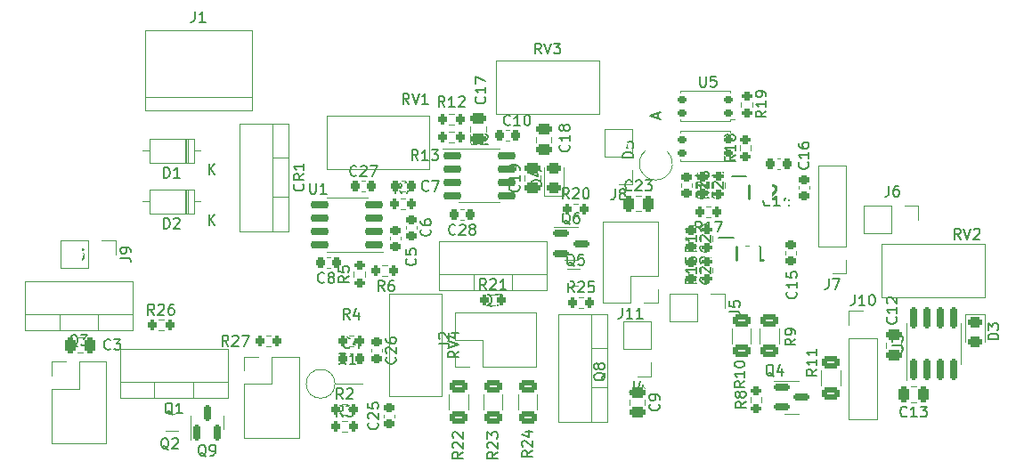
<source format=gto>
%TF.GenerationSoftware,KiCad,Pcbnew,7.0.5-7.0.5~ubuntu23.04.1*%
%TF.CreationDate,2023-07-09T19:19:44+02:00*%
%TF.ProjectId,omega-pico,6f6d6567-612d-4706-9963-6f2e6b696361,rev?*%
%TF.SameCoordinates,Original*%
%TF.FileFunction,Legend,Top*%
%TF.FilePolarity,Positive*%
%FSLAX46Y46*%
G04 Gerber Fmt 4.6, Leading zero omitted, Abs format (unit mm)*
G04 Created by KiCad (PCBNEW 7.0.5-7.0.5~ubuntu23.04.1) date 2023-07-09 19:19:44*
%MOMM*%
%LPD*%
G01*
G04 APERTURE LIST*
G04 Aperture macros list*
%AMRoundRect*
0 Rectangle with rounded corners*
0 $1 Rounding radius*
0 $2 $3 $4 $5 $6 $7 $8 $9 X,Y pos of 4 corners*
0 Add a 4 corners polygon primitive as box body*
4,1,4,$2,$3,$4,$5,$6,$7,$8,$9,$2,$3,0*
0 Add four circle primitives for the rounded corners*
1,1,$1+$1,$2,$3*
1,1,$1+$1,$4,$5*
1,1,$1+$1,$6,$7*
1,1,$1+$1,$8,$9*
0 Add four rect primitives between the rounded corners*
20,1,$1+$1,$2,$3,$4,$5,0*
20,1,$1+$1,$4,$5,$6,$7,0*
20,1,$1+$1,$6,$7,$8,$9,0*
20,1,$1+$1,$8,$9,$2,$3,0*%
G04 Aperture macros list end*
%ADD10C,0.150000*%
%ADD11C,0.254000*%
%ADD12C,0.120000*%
%ADD13C,0.200000*%
%ADD14C,3.200000*%
%ADD15RoundRect,0.250000X-0.625000X0.312500X-0.625000X-0.312500X0.625000X-0.312500X0.625000X0.312500X0*%
%ADD16C,1.440000*%
%ADD17R,1.400000X0.450000*%
%ADD18R,1.890000X1.570000*%
%ADD19O,1.700000X1.700000*%
%ADD20R,1.700000X1.700000*%
%ADD21R,2.000000X2.000000*%
%ADD22O,2.000000X2.000000*%
%ADD23RoundRect,0.250000X0.250000X0.475000X-0.250000X0.475000X-0.250000X-0.475000X0.250000X-0.475000X0*%
%ADD24RoundRect,0.225000X0.225000X0.250000X-0.225000X0.250000X-0.225000X-0.250000X0.225000X-0.250000X0*%
%ADD25R,2.000000X1.905000*%
%ADD26O,2.000000X1.905000*%
%ADD27RoundRect,0.150000X-0.587500X-0.150000X0.587500X-0.150000X0.587500X0.150000X-0.587500X0.150000X0*%
%ADD28RoundRect,0.200000X-0.200000X-0.275000X0.200000X-0.275000X0.200000X0.275000X-0.200000X0.275000X0*%
%ADD29R,3.000000X3.000000*%
%ADD30C,3.000000*%
%ADD31C,1.600000*%
%ADD32O,1.600000X1.600000*%
%ADD33RoundRect,0.200000X0.275000X-0.200000X0.275000X0.200000X-0.275000X0.200000X-0.275000X-0.200000X0*%
%ADD34RoundRect,0.150000X0.150000X-0.587500X0.150000X0.587500X-0.150000X0.587500X-0.150000X-0.587500X0*%
%ADD35RoundRect,0.225000X-0.250000X0.225000X-0.250000X-0.225000X0.250000X-0.225000X0.250000X0.225000X0*%
%ADD36RoundRect,0.243750X0.456250X-0.243750X0.456250X0.243750X-0.456250X0.243750X-0.456250X-0.243750X0*%
%ADD37RoundRect,0.150000X0.725000X0.150000X-0.725000X0.150000X-0.725000X-0.150000X0.725000X-0.150000X0*%
%ADD38RoundRect,0.225000X-0.225000X-0.250000X0.225000X-0.250000X0.225000X0.250000X-0.225000X0.250000X0*%
%ADD39R,1.600000X1.600000*%
%ADD40RoundRect,0.150000X-0.725000X-0.150000X0.725000X-0.150000X0.725000X0.150000X-0.725000X0.150000X0*%
%ADD41RoundRect,0.150000X0.150000X-0.825000X0.150000X0.825000X-0.150000X0.825000X-0.150000X-0.825000X0*%
%ADD42RoundRect,0.200000X0.200000X0.275000X-0.200000X0.275000X-0.200000X-0.275000X0.200000X-0.275000X0*%
%ADD43RoundRect,0.250000X-0.475000X0.250000X-0.475000X-0.250000X0.475000X-0.250000X0.475000X0.250000X0*%
%ADD44RoundRect,0.225000X0.250000X-0.225000X0.250000X0.225000X-0.250000X0.225000X-0.250000X-0.225000X0*%
%ADD45R,1.905000X2.000000*%
%ADD46O,1.905000X2.000000*%
%ADD47RoundRect,0.250000X-0.250000X-0.475000X0.250000X-0.475000X0.250000X0.475000X-0.250000X0.475000X0*%
%ADD48RoundRect,0.175000X0.275000X0.175000X-0.275000X0.175000X-0.275000X-0.175000X0.275000X-0.175000X0*%
%ADD49RoundRect,0.250000X0.475000X-0.250000X0.475000X0.250000X-0.475000X0.250000X-0.475000X-0.250000X0*%
%ADD50R,0.450000X0.400000*%
%ADD51R,0.450000X0.500000*%
%ADD52RoundRect,0.243750X-0.456250X0.243750X-0.456250X-0.243750X0.456250X-0.243750X0.456250X0.243750X0*%
G04 APERTURE END LIST*
D10*
X115008819Y-106306857D02*
X114532628Y-106640190D01*
X115008819Y-106878285D02*
X114008819Y-106878285D01*
X114008819Y-106878285D02*
X114008819Y-106497333D01*
X114008819Y-106497333D02*
X114056438Y-106402095D01*
X114056438Y-106402095D02*
X114104057Y-106354476D01*
X114104057Y-106354476D02*
X114199295Y-106306857D01*
X114199295Y-106306857D02*
X114342152Y-106306857D01*
X114342152Y-106306857D02*
X114437390Y-106354476D01*
X114437390Y-106354476D02*
X114485009Y-106402095D01*
X114485009Y-106402095D02*
X114532628Y-106497333D01*
X114532628Y-106497333D02*
X114532628Y-106878285D01*
X114104057Y-105925904D02*
X114056438Y-105878285D01*
X114056438Y-105878285D02*
X114008819Y-105783047D01*
X114008819Y-105783047D02*
X114008819Y-105544952D01*
X114008819Y-105544952D02*
X114056438Y-105449714D01*
X114056438Y-105449714D02*
X114104057Y-105402095D01*
X114104057Y-105402095D02*
X114199295Y-105354476D01*
X114199295Y-105354476D02*
X114294533Y-105354476D01*
X114294533Y-105354476D02*
X114437390Y-105402095D01*
X114437390Y-105402095D02*
X115008819Y-105973523D01*
X115008819Y-105973523D02*
X115008819Y-105354476D01*
X114104057Y-104973523D02*
X114056438Y-104925904D01*
X114056438Y-104925904D02*
X114008819Y-104830666D01*
X114008819Y-104830666D02*
X114008819Y-104592571D01*
X114008819Y-104592571D02*
X114056438Y-104497333D01*
X114056438Y-104497333D02*
X114104057Y-104449714D01*
X114104057Y-104449714D02*
X114199295Y-104402095D01*
X114199295Y-104402095D02*
X114294533Y-104402095D01*
X114294533Y-104402095D02*
X114437390Y-104449714D01*
X114437390Y-104449714D02*
X115008819Y-105021142D01*
X115008819Y-105021142D02*
X115008819Y-104402095D01*
X122467761Y-68422819D02*
X122134428Y-67946628D01*
X121896333Y-68422819D02*
X121896333Y-67422819D01*
X121896333Y-67422819D02*
X122277285Y-67422819D01*
X122277285Y-67422819D02*
X122372523Y-67470438D01*
X122372523Y-67470438D02*
X122420142Y-67518057D01*
X122420142Y-67518057D02*
X122467761Y-67613295D01*
X122467761Y-67613295D02*
X122467761Y-67756152D01*
X122467761Y-67756152D02*
X122420142Y-67851390D01*
X122420142Y-67851390D02*
X122372523Y-67899009D01*
X122372523Y-67899009D02*
X122277285Y-67946628D01*
X122277285Y-67946628D02*
X121896333Y-67946628D01*
X122753476Y-67422819D02*
X123086809Y-68422819D01*
X123086809Y-68422819D02*
X123420142Y-67422819D01*
X123658238Y-67422819D02*
X124277285Y-67422819D01*
X124277285Y-67422819D02*
X123943952Y-67803771D01*
X123943952Y-67803771D02*
X124086809Y-67803771D01*
X124086809Y-67803771D02*
X124182047Y-67851390D01*
X124182047Y-67851390D02*
X124229666Y-67899009D01*
X124229666Y-67899009D02*
X124277285Y-67994247D01*
X124277285Y-67994247D02*
X124277285Y-68232342D01*
X124277285Y-68232342D02*
X124229666Y-68327580D01*
X124229666Y-68327580D02*
X124182047Y-68375200D01*
X124182047Y-68375200D02*
X124086809Y-68422819D01*
X124086809Y-68422819D02*
X123801095Y-68422819D01*
X123801095Y-68422819D02*
X123705857Y-68375200D01*
X123705857Y-68375200D02*
X123658238Y-68327580D01*
X121612819Y-106179857D02*
X121136628Y-106513190D01*
X121612819Y-106751285D02*
X120612819Y-106751285D01*
X120612819Y-106751285D02*
X120612819Y-106370333D01*
X120612819Y-106370333D02*
X120660438Y-106275095D01*
X120660438Y-106275095D02*
X120708057Y-106227476D01*
X120708057Y-106227476D02*
X120803295Y-106179857D01*
X120803295Y-106179857D02*
X120946152Y-106179857D01*
X120946152Y-106179857D02*
X121041390Y-106227476D01*
X121041390Y-106227476D02*
X121089009Y-106275095D01*
X121089009Y-106275095D02*
X121136628Y-106370333D01*
X121136628Y-106370333D02*
X121136628Y-106751285D01*
X120708057Y-105798904D02*
X120660438Y-105751285D01*
X120660438Y-105751285D02*
X120612819Y-105656047D01*
X120612819Y-105656047D02*
X120612819Y-105417952D01*
X120612819Y-105417952D02*
X120660438Y-105322714D01*
X120660438Y-105322714D02*
X120708057Y-105275095D01*
X120708057Y-105275095D02*
X120803295Y-105227476D01*
X120803295Y-105227476D02*
X120898533Y-105227476D01*
X120898533Y-105227476D02*
X121041390Y-105275095D01*
X121041390Y-105275095D02*
X121612819Y-105846523D01*
X121612819Y-105846523D02*
X121612819Y-105227476D01*
X120946152Y-104370333D02*
X121612819Y-104370333D01*
X120565200Y-104608428D02*
X121279485Y-104846523D01*
X121279485Y-104846523D02*
X121279485Y-104227476D01*
D11*
X141000237Y-88064318D02*
X141000237Y-86794318D01*
X142330714Y-87943365D02*
X142270238Y-88003842D01*
X142270238Y-88003842D02*
X142088809Y-88064318D01*
X142088809Y-88064318D02*
X141967857Y-88064318D01*
X141967857Y-88064318D02*
X141786428Y-88003842D01*
X141786428Y-88003842D02*
X141665476Y-87882889D01*
X141665476Y-87882889D02*
X141604999Y-87761937D01*
X141604999Y-87761937D02*
X141544523Y-87520032D01*
X141544523Y-87520032D02*
X141544523Y-87338603D01*
X141544523Y-87338603D02*
X141604999Y-87096699D01*
X141604999Y-87096699D02*
X141665476Y-86975746D01*
X141665476Y-86975746D02*
X141786428Y-86854794D01*
X141786428Y-86854794D02*
X141967857Y-86794318D01*
X141967857Y-86794318D02*
X142088809Y-86794318D01*
X142088809Y-86794318D02*
X142270238Y-86854794D01*
X142270238Y-86854794D02*
X142330714Y-86915270D01*
X143540238Y-88064318D02*
X142814523Y-88064318D01*
X143177380Y-88064318D02*
X143177380Y-86794318D01*
X143177380Y-86794318D02*
X143056428Y-86975746D01*
X143056428Y-86975746D02*
X142935476Y-87096699D01*
X142935476Y-87096699D02*
X142814523Y-87157175D01*
D10*
X77984197Y-86999350D02*
X77984197Y-87713635D01*
X77984197Y-87713635D02*
X77936578Y-87856492D01*
X77936578Y-87856492D02*
X77841340Y-87951731D01*
X77841340Y-87951731D02*
X77698483Y-87999350D01*
X77698483Y-87999350D02*
X77603245Y-87999350D01*
X78365150Y-86999350D02*
X78984197Y-86999350D01*
X78984197Y-86999350D02*
X78650864Y-87380302D01*
X78650864Y-87380302D02*
X78793721Y-87380302D01*
X78793721Y-87380302D02*
X78888959Y-87427921D01*
X78888959Y-87427921D02*
X78936578Y-87475540D01*
X78936578Y-87475540D02*
X78984197Y-87570778D01*
X78984197Y-87570778D02*
X78984197Y-87808873D01*
X78984197Y-87808873D02*
X78936578Y-87904111D01*
X78936578Y-87904111D02*
X78888959Y-87951731D01*
X78888959Y-87951731D02*
X78793721Y-87999350D01*
X78793721Y-87999350D02*
X78508007Y-87999350D01*
X78508007Y-87999350D02*
X78412769Y-87951731D01*
X78412769Y-87951731D02*
X78365150Y-87904111D01*
X131195605Y-78335094D02*
X130195605Y-78335094D01*
X130195605Y-78335094D02*
X130195605Y-78096999D01*
X130195605Y-78096999D02*
X130243224Y-77954142D01*
X130243224Y-77954142D02*
X130338462Y-77858904D01*
X130338462Y-77858904D02*
X130433700Y-77811285D01*
X130433700Y-77811285D02*
X130624176Y-77763666D01*
X130624176Y-77763666D02*
X130767033Y-77763666D01*
X130767033Y-77763666D02*
X130957509Y-77811285D01*
X130957509Y-77811285D02*
X131052747Y-77858904D01*
X131052747Y-77858904D02*
X131147986Y-77954142D01*
X131147986Y-77954142D02*
X131195605Y-78096999D01*
X131195605Y-78096999D02*
X131195605Y-78335094D01*
X130195605Y-76858904D02*
X130195605Y-77335094D01*
X130195605Y-77335094D02*
X130671795Y-77382713D01*
X130671795Y-77382713D02*
X130624176Y-77335094D01*
X130624176Y-77335094D02*
X130576557Y-77239856D01*
X130576557Y-77239856D02*
X130576557Y-77001761D01*
X130576557Y-77001761D02*
X130624176Y-76906523D01*
X130624176Y-76906523D02*
X130671795Y-76858904D01*
X130671795Y-76858904D02*
X130767033Y-76811285D01*
X130767033Y-76811285D02*
X131005128Y-76811285D01*
X131005128Y-76811285D02*
X131100366Y-76858904D01*
X131100366Y-76858904D02*
X131147986Y-76906523D01*
X131147986Y-76906523D02*
X131195605Y-77001761D01*
X131195605Y-77001761D02*
X131195605Y-77239856D01*
X131195605Y-77239856D02*
X131147986Y-77335094D01*
X131147986Y-77335094D02*
X131100366Y-77382713D01*
X133519104Y-74565094D02*
X133519104Y-74088904D01*
X133804819Y-74660332D02*
X132804819Y-74326999D01*
X132804819Y-74326999D02*
X133804819Y-73993666D01*
X162345761Y-86052819D02*
X162012428Y-85576628D01*
X161774333Y-86052819D02*
X161774333Y-85052819D01*
X161774333Y-85052819D02*
X162155285Y-85052819D01*
X162155285Y-85052819D02*
X162250523Y-85100438D01*
X162250523Y-85100438D02*
X162298142Y-85148057D01*
X162298142Y-85148057D02*
X162345761Y-85243295D01*
X162345761Y-85243295D02*
X162345761Y-85386152D01*
X162345761Y-85386152D02*
X162298142Y-85481390D01*
X162298142Y-85481390D02*
X162250523Y-85529009D01*
X162250523Y-85529009D02*
X162155285Y-85576628D01*
X162155285Y-85576628D02*
X161774333Y-85576628D01*
X162631476Y-85052819D02*
X162964809Y-86052819D01*
X162964809Y-86052819D02*
X163298142Y-85052819D01*
X163583857Y-85148057D02*
X163631476Y-85100438D01*
X163631476Y-85100438D02*
X163726714Y-85052819D01*
X163726714Y-85052819D02*
X163964809Y-85052819D01*
X163964809Y-85052819D02*
X164060047Y-85100438D01*
X164060047Y-85100438D02*
X164107666Y-85148057D01*
X164107666Y-85148057D02*
X164155285Y-85243295D01*
X164155285Y-85243295D02*
X164155285Y-85338533D01*
X164155285Y-85338533D02*
X164107666Y-85481390D01*
X164107666Y-85481390D02*
X163536238Y-86052819D01*
X163536238Y-86052819D02*
X164155285Y-86052819D01*
D11*
X142215049Y-82189718D02*
X142215049Y-80919718D01*
X143545526Y-82068765D02*
X143485050Y-82129242D01*
X143485050Y-82129242D02*
X143303621Y-82189718D01*
X143303621Y-82189718D02*
X143182669Y-82189718D01*
X143182669Y-82189718D02*
X143001240Y-82129242D01*
X143001240Y-82129242D02*
X142880288Y-82008289D01*
X142880288Y-82008289D02*
X142819811Y-81887337D01*
X142819811Y-81887337D02*
X142759335Y-81645432D01*
X142759335Y-81645432D02*
X142759335Y-81464003D01*
X142759335Y-81464003D02*
X142819811Y-81222099D01*
X142819811Y-81222099D02*
X142880288Y-81101146D01*
X142880288Y-81101146D02*
X143001240Y-80980194D01*
X143001240Y-80980194D02*
X143182669Y-80919718D01*
X143182669Y-80919718D02*
X143303621Y-80919718D01*
X143303621Y-80919718D02*
X143485050Y-80980194D01*
X143485050Y-80980194D02*
X143545526Y-81040670D01*
X144029335Y-81040670D02*
X144089811Y-80980194D01*
X144089811Y-80980194D02*
X144210764Y-80919718D01*
X144210764Y-80919718D02*
X144513145Y-80919718D01*
X144513145Y-80919718D02*
X144634097Y-80980194D01*
X144634097Y-80980194D02*
X144694573Y-81040670D01*
X144694573Y-81040670D02*
X144755050Y-81161622D01*
X144755050Y-81161622D02*
X144755050Y-81282575D01*
X144755050Y-81282575D02*
X144694573Y-81464003D01*
X144694573Y-81464003D02*
X143968859Y-82189718D01*
X143968859Y-82189718D02*
X144755050Y-82189718D01*
D10*
X157218142Y-102877580D02*
X157170523Y-102925200D01*
X157170523Y-102925200D02*
X157027666Y-102972819D01*
X157027666Y-102972819D02*
X156932428Y-102972819D01*
X156932428Y-102972819D02*
X156789571Y-102925200D01*
X156789571Y-102925200D02*
X156694333Y-102829961D01*
X156694333Y-102829961D02*
X156646714Y-102734723D01*
X156646714Y-102734723D02*
X156599095Y-102544247D01*
X156599095Y-102544247D02*
X156599095Y-102401390D01*
X156599095Y-102401390D02*
X156646714Y-102210914D01*
X156646714Y-102210914D02*
X156694333Y-102115676D01*
X156694333Y-102115676D02*
X156789571Y-102020438D01*
X156789571Y-102020438D02*
X156932428Y-101972819D01*
X156932428Y-101972819D02*
X157027666Y-101972819D01*
X157027666Y-101972819D02*
X157170523Y-102020438D01*
X157170523Y-102020438D02*
X157218142Y-102068057D01*
X158170523Y-102972819D02*
X157599095Y-102972819D01*
X157884809Y-102972819D02*
X157884809Y-101972819D01*
X157884809Y-101972819D02*
X157789571Y-102115676D01*
X157789571Y-102115676D02*
X157694333Y-102210914D01*
X157694333Y-102210914D02*
X157599095Y-102258533D01*
X158503857Y-101972819D02*
X159122904Y-101972819D01*
X159122904Y-101972819D02*
X158789571Y-102353771D01*
X158789571Y-102353771D02*
X158932428Y-102353771D01*
X158932428Y-102353771D02*
X159027666Y-102401390D01*
X159027666Y-102401390D02*
X159075285Y-102449009D01*
X159075285Y-102449009D02*
X159122904Y-102544247D01*
X159122904Y-102544247D02*
X159122904Y-102782342D01*
X159122904Y-102782342D02*
X159075285Y-102877580D01*
X159075285Y-102877580D02*
X159027666Y-102925200D01*
X159027666Y-102925200D02*
X158932428Y-102972819D01*
X158932428Y-102972819D02*
X158646714Y-102972819D01*
X158646714Y-102972819D02*
X158551476Y-102925200D01*
X158551476Y-102925200D02*
X158503857Y-102877580D01*
X131238666Y-99574819D02*
X131238666Y-100289104D01*
X131238666Y-100289104D02*
X131191047Y-100431961D01*
X131191047Y-100431961D02*
X131095809Y-100527200D01*
X131095809Y-100527200D02*
X130952952Y-100574819D01*
X130952952Y-100574819D02*
X130857714Y-100574819D01*
X132143428Y-99908152D02*
X132143428Y-100574819D01*
X131905333Y-99527200D02*
X131667238Y-100241485D01*
X131667238Y-100241485D02*
X132286285Y-100241485D01*
X144177948Y-82815580D02*
X144130329Y-82863200D01*
X144130329Y-82863200D02*
X143987472Y-82910819D01*
X143987472Y-82910819D02*
X143892234Y-82910819D01*
X143892234Y-82910819D02*
X143749377Y-82863200D01*
X143749377Y-82863200D02*
X143654139Y-82767961D01*
X143654139Y-82767961D02*
X143606520Y-82672723D01*
X143606520Y-82672723D02*
X143558901Y-82482247D01*
X143558901Y-82482247D02*
X143558901Y-82339390D01*
X143558901Y-82339390D02*
X143606520Y-82148914D01*
X143606520Y-82148914D02*
X143654139Y-82053676D01*
X143654139Y-82053676D02*
X143749377Y-81958438D01*
X143749377Y-81958438D02*
X143892234Y-81910819D01*
X143892234Y-81910819D02*
X143987472Y-81910819D01*
X143987472Y-81910819D02*
X144130329Y-81958438D01*
X144130329Y-81958438D02*
X144177948Y-82006057D01*
X145130329Y-82910819D02*
X144558901Y-82910819D01*
X144844615Y-82910819D02*
X144844615Y-81910819D01*
X144844615Y-81910819D02*
X144749377Y-82053676D01*
X144749377Y-82053676D02*
X144654139Y-82148914D01*
X144654139Y-82148914D02*
X144558901Y-82196533D01*
X145987472Y-82244152D02*
X145987472Y-82910819D01*
X145749377Y-81863200D02*
X145511282Y-82577485D01*
X145511282Y-82577485D02*
X146130329Y-82577485D01*
X99803580Y-80854666D02*
X99851200Y-80902285D01*
X99851200Y-80902285D02*
X99898819Y-81045142D01*
X99898819Y-81045142D02*
X99898819Y-81140380D01*
X99898819Y-81140380D02*
X99851200Y-81283237D01*
X99851200Y-81283237D02*
X99755961Y-81378475D01*
X99755961Y-81378475D02*
X99660723Y-81426094D01*
X99660723Y-81426094D02*
X99470247Y-81473713D01*
X99470247Y-81473713D02*
X99327390Y-81473713D01*
X99327390Y-81473713D02*
X99136914Y-81426094D01*
X99136914Y-81426094D02*
X99041676Y-81378475D01*
X99041676Y-81378475D02*
X98946438Y-81283237D01*
X98946438Y-81283237D02*
X98898819Y-81140380D01*
X98898819Y-81140380D02*
X98898819Y-81045142D01*
X98898819Y-81045142D02*
X98946438Y-80902285D01*
X98946438Y-80902285D02*
X98994057Y-80854666D01*
X99898819Y-79854666D02*
X99422628Y-80187999D01*
X99898819Y-80426094D02*
X98898819Y-80426094D01*
X98898819Y-80426094D02*
X98898819Y-80045142D01*
X98898819Y-80045142D02*
X98946438Y-79949904D01*
X98946438Y-79949904D02*
X98994057Y-79902285D01*
X98994057Y-79902285D02*
X99089295Y-79854666D01*
X99089295Y-79854666D02*
X99232152Y-79854666D01*
X99232152Y-79854666D02*
X99327390Y-79902285D01*
X99327390Y-79902285D02*
X99375009Y-79949904D01*
X99375009Y-79949904D02*
X99422628Y-80045142D01*
X99422628Y-80045142D02*
X99422628Y-80426094D01*
X99898819Y-78902285D02*
X99898819Y-79473713D01*
X99898819Y-79187999D02*
X98898819Y-79187999D01*
X98898819Y-79187999D02*
X99041676Y-79283237D01*
X99041676Y-79283237D02*
X99136914Y-79378475D01*
X99136914Y-79378475D02*
X99184533Y-79473713D01*
X125205261Y-84637057D02*
X125110023Y-84589438D01*
X125110023Y-84589438D02*
X125014785Y-84494200D01*
X125014785Y-84494200D02*
X124871928Y-84351342D01*
X124871928Y-84351342D02*
X124776690Y-84303723D01*
X124776690Y-84303723D02*
X124681452Y-84303723D01*
X124729071Y-84541819D02*
X124633833Y-84494200D01*
X124633833Y-84494200D02*
X124538595Y-84398961D01*
X124538595Y-84398961D02*
X124490976Y-84208485D01*
X124490976Y-84208485D02*
X124490976Y-83875152D01*
X124490976Y-83875152D02*
X124538595Y-83684676D01*
X124538595Y-83684676D02*
X124633833Y-83589438D01*
X124633833Y-83589438D02*
X124729071Y-83541819D01*
X124729071Y-83541819D02*
X124919547Y-83541819D01*
X124919547Y-83541819D02*
X125014785Y-83589438D01*
X125014785Y-83589438D02*
X125110023Y-83684676D01*
X125110023Y-83684676D02*
X125157642Y-83875152D01*
X125157642Y-83875152D02*
X125157642Y-84208485D01*
X125157642Y-84208485D02*
X125110023Y-84398961D01*
X125110023Y-84398961D02*
X125014785Y-84494200D01*
X125014785Y-84494200D02*
X124919547Y-84541819D01*
X124919547Y-84541819D02*
X124729071Y-84541819D01*
X126014785Y-83541819D02*
X125824309Y-83541819D01*
X125824309Y-83541819D02*
X125729071Y-83589438D01*
X125729071Y-83589438D02*
X125681452Y-83637057D01*
X125681452Y-83637057D02*
X125586214Y-83779914D01*
X125586214Y-83779914D02*
X125538595Y-83970390D01*
X125538595Y-83970390D02*
X125538595Y-84351342D01*
X125538595Y-84351342D02*
X125586214Y-84446580D01*
X125586214Y-84446580D02*
X125633833Y-84494200D01*
X125633833Y-84494200D02*
X125729071Y-84541819D01*
X125729071Y-84541819D02*
X125919547Y-84541819D01*
X125919547Y-84541819D02*
X126014785Y-84494200D01*
X126014785Y-84494200D02*
X126062404Y-84446580D01*
X126062404Y-84446580D02*
X126110023Y-84351342D01*
X126110023Y-84351342D02*
X126110023Y-84113247D01*
X126110023Y-84113247D02*
X126062404Y-84018009D01*
X126062404Y-84018009D02*
X126014785Y-83970390D01*
X126014785Y-83970390D02*
X125919547Y-83922771D01*
X125919547Y-83922771D02*
X125729071Y-83922771D01*
X125729071Y-83922771D02*
X125633833Y-83970390D01*
X125633833Y-83970390D02*
X125586214Y-84018009D01*
X125586214Y-84018009D02*
X125538595Y-84113247D01*
X85653142Y-93258819D02*
X85319809Y-92782628D01*
X85081714Y-93258819D02*
X85081714Y-92258819D01*
X85081714Y-92258819D02*
X85462666Y-92258819D01*
X85462666Y-92258819D02*
X85557904Y-92306438D01*
X85557904Y-92306438D02*
X85605523Y-92354057D01*
X85605523Y-92354057D02*
X85653142Y-92449295D01*
X85653142Y-92449295D02*
X85653142Y-92592152D01*
X85653142Y-92592152D02*
X85605523Y-92687390D01*
X85605523Y-92687390D02*
X85557904Y-92735009D01*
X85557904Y-92735009D02*
X85462666Y-92782628D01*
X85462666Y-92782628D02*
X85081714Y-92782628D01*
X86034095Y-92354057D02*
X86081714Y-92306438D01*
X86081714Y-92306438D02*
X86176952Y-92258819D01*
X86176952Y-92258819D02*
X86415047Y-92258819D01*
X86415047Y-92258819D02*
X86510285Y-92306438D01*
X86510285Y-92306438D02*
X86557904Y-92354057D01*
X86557904Y-92354057D02*
X86605523Y-92449295D01*
X86605523Y-92449295D02*
X86605523Y-92544533D01*
X86605523Y-92544533D02*
X86557904Y-92687390D01*
X86557904Y-92687390D02*
X85986476Y-93258819D01*
X85986476Y-93258819D02*
X86605523Y-93258819D01*
X87462666Y-92258819D02*
X87272190Y-92258819D01*
X87272190Y-92258819D02*
X87176952Y-92306438D01*
X87176952Y-92306438D02*
X87129333Y-92354057D01*
X87129333Y-92354057D02*
X87034095Y-92496914D01*
X87034095Y-92496914D02*
X86986476Y-92687390D01*
X86986476Y-92687390D02*
X86986476Y-93068342D01*
X86986476Y-93068342D02*
X87034095Y-93163580D01*
X87034095Y-93163580D02*
X87081714Y-93211200D01*
X87081714Y-93211200D02*
X87176952Y-93258819D01*
X87176952Y-93258819D02*
X87367428Y-93258819D01*
X87367428Y-93258819D02*
X87462666Y-93211200D01*
X87462666Y-93211200D02*
X87510285Y-93163580D01*
X87510285Y-93163580D02*
X87557904Y-93068342D01*
X87557904Y-93068342D02*
X87557904Y-92830247D01*
X87557904Y-92830247D02*
X87510285Y-92735009D01*
X87510285Y-92735009D02*
X87462666Y-92687390D01*
X87462666Y-92687390D02*
X87367428Y-92639771D01*
X87367428Y-92639771D02*
X87176952Y-92639771D01*
X87176952Y-92639771D02*
X87081714Y-92687390D01*
X87081714Y-92687390D02*
X87034095Y-92735009D01*
X87034095Y-92735009D02*
X86986476Y-92830247D01*
X89506666Y-64402819D02*
X89506666Y-65117104D01*
X89506666Y-65117104D02*
X89459047Y-65259961D01*
X89459047Y-65259961D02*
X89363809Y-65355200D01*
X89363809Y-65355200D02*
X89220952Y-65402819D01*
X89220952Y-65402819D02*
X89125714Y-65402819D01*
X90506666Y-65402819D02*
X89935238Y-65402819D01*
X90220952Y-65402819D02*
X90220952Y-64402819D01*
X90220952Y-64402819D02*
X90125714Y-64545676D01*
X90125714Y-64545676D02*
X90030476Y-64640914D01*
X90030476Y-64640914D02*
X89935238Y-64688533D01*
X103846333Y-97906819D02*
X103513000Y-97430628D01*
X103274905Y-97906819D02*
X103274905Y-96906819D01*
X103274905Y-96906819D02*
X103655857Y-96906819D01*
X103655857Y-96906819D02*
X103751095Y-96954438D01*
X103751095Y-96954438D02*
X103798714Y-97002057D01*
X103798714Y-97002057D02*
X103846333Y-97097295D01*
X103846333Y-97097295D02*
X103846333Y-97240152D01*
X103846333Y-97240152D02*
X103798714Y-97335390D01*
X103798714Y-97335390D02*
X103751095Y-97383009D01*
X103751095Y-97383009D02*
X103655857Y-97430628D01*
X103655857Y-97430628D02*
X103274905Y-97430628D01*
X104798714Y-97906819D02*
X104227286Y-97906819D01*
X104513000Y-97906819D02*
X104513000Y-96906819D01*
X104513000Y-96906819D02*
X104417762Y-97049676D01*
X104417762Y-97049676D02*
X104322524Y-97144914D01*
X104322524Y-97144914D02*
X104227286Y-97192533D01*
X140883819Y-78036527D02*
X140407628Y-78369860D01*
X140883819Y-78607955D02*
X139883819Y-78607955D01*
X139883819Y-78607955D02*
X139883819Y-78227003D01*
X139883819Y-78227003D02*
X139931438Y-78131765D01*
X139931438Y-78131765D02*
X139979057Y-78084146D01*
X139979057Y-78084146D02*
X140074295Y-78036527D01*
X140074295Y-78036527D02*
X140217152Y-78036527D01*
X140217152Y-78036527D02*
X140312390Y-78084146D01*
X140312390Y-78084146D02*
X140360009Y-78131765D01*
X140360009Y-78131765D02*
X140407628Y-78227003D01*
X140407628Y-78227003D02*
X140407628Y-78607955D01*
X140883819Y-77084146D02*
X140883819Y-77655574D01*
X140883819Y-77369860D02*
X139883819Y-77369860D01*
X139883819Y-77369860D02*
X140026676Y-77465098D01*
X140026676Y-77465098D02*
X140121914Y-77560336D01*
X140121914Y-77560336D02*
X140169533Y-77655574D01*
X140312390Y-76512717D02*
X140264771Y-76607955D01*
X140264771Y-76607955D02*
X140217152Y-76655574D01*
X140217152Y-76655574D02*
X140121914Y-76703193D01*
X140121914Y-76703193D02*
X140074295Y-76703193D01*
X140074295Y-76703193D02*
X139979057Y-76655574D01*
X139979057Y-76655574D02*
X139931438Y-76607955D01*
X139931438Y-76607955D02*
X139883819Y-76512717D01*
X139883819Y-76512717D02*
X139883819Y-76322241D01*
X139883819Y-76322241D02*
X139931438Y-76227003D01*
X139931438Y-76227003D02*
X139979057Y-76179384D01*
X139979057Y-76179384D02*
X140074295Y-76131765D01*
X140074295Y-76131765D02*
X140121914Y-76131765D01*
X140121914Y-76131765D02*
X140217152Y-76179384D01*
X140217152Y-76179384D02*
X140264771Y-76227003D01*
X140264771Y-76227003D02*
X140312390Y-76322241D01*
X140312390Y-76322241D02*
X140312390Y-76512717D01*
X140312390Y-76512717D02*
X140360009Y-76607955D01*
X140360009Y-76607955D02*
X140407628Y-76655574D01*
X140407628Y-76655574D02*
X140502866Y-76703193D01*
X140502866Y-76703193D02*
X140693342Y-76703193D01*
X140693342Y-76703193D02*
X140788580Y-76655574D01*
X140788580Y-76655574D02*
X140836200Y-76607955D01*
X140836200Y-76607955D02*
X140883819Y-76512717D01*
X140883819Y-76512717D02*
X140883819Y-76322241D01*
X140883819Y-76322241D02*
X140836200Y-76227003D01*
X140836200Y-76227003D02*
X140788580Y-76179384D01*
X140788580Y-76179384D02*
X140693342Y-76131765D01*
X140693342Y-76131765D02*
X140502866Y-76131765D01*
X140502866Y-76131765D02*
X140407628Y-76179384D01*
X140407628Y-76179384D02*
X140360009Y-76227003D01*
X140360009Y-76227003D02*
X140312390Y-76322241D01*
X90582761Y-106722057D02*
X90487523Y-106674438D01*
X90487523Y-106674438D02*
X90392285Y-106579200D01*
X90392285Y-106579200D02*
X90249428Y-106436342D01*
X90249428Y-106436342D02*
X90154190Y-106388723D01*
X90154190Y-106388723D02*
X90058952Y-106388723D01*
X90106571Y-106626819D02*
X90011333Y-106579200D01*
X90011333Y-106579200D02*
X89916095Y-106483961D01*
X89916095Y-106483961D02*
X89868476Y-106293485D01*
X89868476Y-106293485D02*
X89868476Y-105960152D01*
X89868476Y-105960152D02*
X89916095Y-105769676D01*
X89916095Y-105769676D02*
X90011333Y-105674438D01*
X90011333Y-105674438D02*
X90106571Y-105626819D01*
X90106571Y-105626819D02*
X90297047Y-105626819D01*
X90297047Y-105626819D02*
X90392285Y-105674438D01*
X90392285Y-105674438D02*
X90487523Y-105769676D01*
X90487523Y-105769676D02*
X90535142Y-105960152D01*
X90535142Y-105960152D02*
X90535142Y-106293485D01*
X90535142Y-106293485D02*
X90487523Y-106483961D01*
X90487523Y-106483961D02*
X90392285Y-106579200D01*
X90392285Y-106579200D02*
X90297047Y-106626819D01*
X90297047Y-106626819D02*
X90106571Y-106626819D01*
X91011333Y-106626819D02*
X91201809Y-106626819D01*
X91201809Y-106626819D02*
X91297047Y-106579200D01*
X91297047Y-106579200D02*
X91344666Y-106531580D01*
X91344666Y-106531580D02*
X91439904Y-106388723D01*
X91439904Y-106388723D02*
X91487523Y-106198247D01*
X91487523Y-106198247D02*
X91487523Y-105817295D01*
X91487523Y-105817295D02*
X91439904Y-105722057D01*
X91439904Y-105722057D02*
X91392285Y-105674438D01*
X91392285Y-105674438D02*
X91297047Y-105626819D01*
X91297047Y-105626819D02*
X91106571Y-105626819D01*
X91106571Y-105626819D02*
X91011333Y-105674438D01*
X91011333Y-105674438D02*
X90963714Y-105722057D01*
X90963714Y-105722057D02*
X90916095Y-105817295D01*
X90916095Y-105817295D02*
X90916095Y-106055390D01*
X90916095Y-106055390D02*
X90963714Y-106150628D01*
X90963714Y-106150628D02*
X91011333Y-106198247D01*
X91011333Y-106198247D02*
X91106571Y-106245866D01*
X91106571Y-106245866D02*
X91297047Y-106245866D01*
X91297047Y-106245866D02*
X91392285Y-106198247D01*
X91392285Y-106198247D02*
X91439904Y-106150628D01*
X91439904Y-106150628D02*
X91487523Y-106055390D01*
X138441580Y-89669857D02*
X138489200Y-89717476D01*
X138489200Y-89717476D02*
X138536819Y-89860333D01*
X138536819Y-89860333D02*
X138536819Y-89955571D01*
X138536819Y-89955571D02*
X138489200Y-90098428D01*
X138489200Y-90098428D02*
X138393961Y-90193666D01*
X138393961Y-90193666D02*
X138298723Y-90241285D01*
X138298723Y-90241285D02*
X138108247Y-90288904D01*
X138108247Y-90288904D02*
X137965390Y-90288904D01*
X137965390Y-90288904D02*
X137774914Y-90241285D01*
X137774914Y-90241285D02*
X137679676Y-90193666D01*
X137679676Y-90193666D02*
X137584438Y-90098428D01*
X137584438Y-90098428D02*
X137536819Y-89955571D01*
X137536819Y-89955571D02*
X137536819Y-89860333D01*
X137536819Y-89860333D02*
X137584438Y-89717476D01*
X137584438Y-89717476D02*
X137632057Y-89669857D01*
X137632057Y-89288904D02*
X137584438Y-89241285D01*
X137584438Y-89241285D02*
X137536819Y-89146047D01*
X137536819Y-89146047D02*
X137536819Y-88907952D01*
X137536819Y-88907952D02*
X137584438Y-88812714D01*
X137584438Y-88812714D02*
X137632057Y-88765095D01*
X137632057Y-88765095D02*
X137727295Y-88717476D01*
X137727295Y-88717476D02*
X137822533Y-88717476D01*
X137822533Y-88717476D02*
X137965390Y-88765095D01*
X137965390Y-88765095D02*
X138536819Y-89336523D01*
X138536819Y-89336523D02*
X138536819Y-88717476D01*
X137632057Y-88336523D02*
X137584438Y-88288904D01*
X137584438Y-88288904D02*
X137536819Y-88193666D01*
X137536819Y-88193666D02*
X137536819Y-87955571D01*
X137536819Y-87955571D02*
X137584438Y-87860333D01*
X137584438Y-87860333D02*
X137632057Y-87812714D01*
X137632057Y-87812714D02*
X137727295Y-87765095D01*
X137727295Y-87765095D02*
X137822533Y-87765095D01*
X137822533Y-87765095D02*
X137965390Y-87812714D01*
X137965390Y-87812714D02*
X138536819Y-88384142D01*
X138536819Y-88384142D02*
X138536819Y-87765095D01*
X122467819Y-81002094D02*
X121467819Y-81002094D01*
X121467819Y-81002094D02*
X121467819Y-80763999D01*
X121467819Y-80763999D02*
X121515438Y-80621142D01*
X121515438Y-80621142D02*
X121610676Y-80525904D01*
X121610676Y-80525904D02*
X121705914Y-80478285D01*
X121705914Y-80478285D02*
X121896390Y-80430666D01*
X121896390Y-80430666D02*
X122039247Y-80430666D01*
X122039247Y-80430666D02*
X122229723Y-80478285D01*
X122229723Y-80478285D02*
X122324961Y-80525904D01*
X122324961Y-80525904D02*
X122420200Y-80621142D01*
X122420200Y-80621142D02*
X122467819Y-80763999D01*
X122467819Y-80763999D02*
X122467819Y-81002094D01*
X121801152Y-79573523D02*
X122467819Y-79573523D01*
X121420200Y-79811618D02*
X122134485Y-80049713D01*
X122134485Y-80049713D02*
X122134485Y-79430666D01*
X100457095Y-80734819D02*
X100457095Y-81544342D01*
X100457095Y-81544342D02*
X100504714Y-81639580D01*
X100504714Y-81639580D02*
X100552333Y-81687200D01*
X100552333Y-81687200D02*
X100647571Y-81734819D01*
X100647571Y-81734819D02*
X100838047Y-81734819D01*
X100838047Y-81734819D02*
X100933285Y-81687200D01*
X100933285Y-81687200D02*
X100980904Y-81639580D01*
X100980904Y-81639580D02*
X101028523Y-81544342D01*
X101028523Y-81544342D02*
X101028523Y-80734819D01*
X102028523Y-81734819D02*
X101457095Y-81734819D01*
X101742809Y-81734819D02*
X101742809Y-80734819D01*
X101742809Y-80734819D02*
X101647571Y-80877676D01*
X101647571Y-80877676D02*
X101552333Y-80972914D01*
X101552333Y-80972914D02*
X101457095Y-81020533D01*
X81494333Y-96498580D02*
X81446714Y-96546200D01*
X81446714Y-96546200D02*
X81303857Y-96593819D01*
X81303857Y-96593819D02*
X81208619Y-96593819D01*
X81208619Y-96593819D02*
X81065762Y-96546200D01*
X81065762Y-96546200D02*
X80970524Y-96450961D01*
X80970524Y-96450961D02*
X80922905Y-96355723D01*
X80922905Y-96355723D02*
X80875286Y-96165247D01*
X80875286Y-96165247D02*
X80875286Y-96022390D01*
X80875286Y-96022390D02*
X80922905Y-95831914D01*
X80922905Y-95831914D02*
X80970524Y-95736676D01*
X80970524Y-95736676D02*
X81065762Y-95641438D01*
X81065762Y-95641438D02*
X81208619Y-95593819D01*
X81208619Y-95593819D02*
X81303857Y-95593819D01*
X81303857Y-95593819D02*
X81446714Y-95641438D01*
X81446714Y-95641438D02*
X81494333Y-95689057D01*
X81827667Y-95593819D02*
X82446714Y-95593819D01*
X82446714Y-95593819D02*
X82113381Y-95974771D01*
X82113381Y-95974771D02*
X82256238Y-95974771D01*
X82256238Y-95974771D02*
X82351476Y-96022390D01*
X82351476Y-96022390D02*
X82399095Y-96070009D01*
X82399095Y-96070009D02*
X82446714Y-96165247D01*
X82446714Y-96165247D02*
X82446714Y-96403342D01*
X82446714Y-96403342D02*
X82399095Y-96498580D01*
X82399095Y-96498580D02*
X82351476Y-96546200D01*
X82351476Y-96546200D02*
X82256238Y-96593819D01*
X82256238Y-96593819D02*
X81970524Y-96593819D01*
X81970524Y-96593819D02*
X81875286Y-96546200D01*
X81875286Y-96546200D02*
X81827667Y-96498580D01*
X141805819Y-99575857D02*
X141329628Y-99909190D01*
X141805819Y-100147285D02*
X140805819Y-100147285D01*
X140805819Y-100147285D02*
X140805819Y-99766333D01*
X140805819Y-99766333D02*
X140853438Y-99671095D01*
X140853438Y-99671095D02*
X140901057Y-99623476D01*
X140901057Y-99623476D02*
X140996295Y-99575857D01*
X140996295Y-99575857D02*
X141139152Y-99575857D01*
X141139152Y-99575857D02*
X141234390Y-99623476D01*
X141234390Y-99623476D02*
X141282009Y-99671095D01*
X141282009Y-99671095D02*
X141329628Y-99766333D01*
X141329628Y-99766333D02*
X141329628Y-100147285D01*
X141805819Y-98623476D02*
X141805819Y-99194904D01*
X141805819Y-98909190D02*
X140805819Y-98909190D01*
X140805819Y-98909190D02*
X140948676Y-99004428D01*
X140948676Y-99004428D02*
X141043914Y-99099666D01*
X141043914Y-99099666D02*
X141091533Y-99194904D01*
X140805819Y-98004428D02*
X140805819Y-97909190D01*
X140805819Y-97909190D02*
X140853438Y-97813952D01*
X140853438Y-97813952D02*
X140901057Y-97766333D01*
X140901057Y-97766333D02*
X140996295Y-97718714D01*
X140996295Y-97718714D02*
X141186771Y-97671095D01*
X141186771Y-97671095D02*
X141424866Y-97671095D01*
X141424866Y-97671095D02*
X141615342Y-97718714D01*
X141615342Y-97718714D02*
X141710580Y-97766333D01*
X141710580Y-97766333D02*
X141758200Y-97813952D01*
X141758200Y-97813952D02*
X141805819Y-97909190D01*
X141805819Y-97909190D02*
X141805819Y-98004428D01*
X141805819Y-98004428D02*
X141758200Y-98099666D01*
X141758200Y-98099666D02*
X141710580Y-98147285D01*
X141710580Y-98147285D02*
X141615342Y-98194904D01*
X141615342Y-98194904D02*
X141424866Y-98242523D01*
X141424866Y-98242523D02*
X141186771Y-98242523D01*
X141186771Y-98242523D02*
X140996295Y-98194904D01*
X140996295Y-98194904D02*
X140901057Y-98147285D01*
X140901057Y-98147285D02*
X140853438Y-98099666D01*
X140853438Y-98099666D02*
X140805819Y-98004428D01*
X111720333Y-81385580D02*
X111672714Y-81433200D01*
X111672714Y-81433200D02*
X111529857Y-81480819D01*
X111529857Y-81480819D02*
X111434619Y-81480819D01*
X111434619Y-81480819D02*
X111291762Y-81433200D01*
X111291762Y-81433200D02*
X111196524Y-81337961D01*
X111196524Y-81337961D02*
X111148905Y-81242723D01*
X111148905Y-81242723D02*
X111101286Y-81052247D01*
X111101286Y-81052247D02*
X111101286Y-80909390D01*
X111101286Y-80909390D02*
X111148905Y-80718914D01*
X111148905Y-80718914D02*
X111196524Y-80623676D01*
X111196524Y-80623676D02*
X111291762Y-80528438D01*
X111291762Y-80528438D02*
X111434619Y-80480819D01*
X111434619Y-80480819D02*
X111529857Y-80480819D01*
X111529857Y-80480819D02*
X111672714Y-80528438D01*
X111672714Y-80528438D02*
X111720333Y-80576057D01*
X112053667Y-80480819D02*
X112720333Y-80480819D01*
X112720333Y-80480819D02*
X112291762Y-81480819D01*
X155495666Y-80988819D02*
X155495666Y-81703104D01*
X155495666Y-81703104D02*
X155448047Y-81845961D01*
X155448047Y-81845961D02*
X155352809Y-81941200D01*
X155352809Y-81941200D02*
X155209952Y-81988819D01*
X155209952Y-81988819D02*
X155114714Y-81988819D01*
X156400428Y-80988819D02*
X156209952Y-80988819D01*
X156209952Y-80988819D02*
X156114714Y-81036438D01*
X156114714Y-81036438D02*
X156067095Y-81084057D01*
X156067095Y-81084057D02*
X155971857Y-81226914D01*
X155971857Y-81226914D02*
X155924238Y-81417390D01*
X155924238Y-81417390D02*
X155924238Y-81798342D01*
X155924238Y-81798342D02*
X155971857Y-81893580D01*
X155971857Y-81893580D02*
X156019476Y-81941200D01*
X156019476Y-81941200D02*
X156114714Y-81988819D01*
X156114714Y-81988819D02*
X156305190Y-81988819D01*
X156305190Y-81988819D02*
X156400428Y-81941200D01*
X156400428Y-81941200D02*
X156448047Y-81893580D01*
X156448047Y-81893580D02*
X156495666Y-81798342D01*
X156495666Y-81798342D02*
X156495666Y-81560247D01*
X156495666Y-81560247D02*
X156448047Y-81465009D01*
X156448047Y-81465009D02*
X156400428Y-81417390D01*
X156400428Y-81417390D02*
X156305190Y-81369771D01*
X156305190Y-81369771D02*
X156114714Y-81369771D01*
X156114714Y-81369771D02*
X156019476Y-81417390D01*
X156019476Y-81417390D02*
X155971857Y-81465009D01*
X155971857Y-81465009D02*
X155924238Y-81560247D01*
X86561905Y-85048819D02*
X86561905Y-84048819D01*
X86561905Y-84048819D02*
X86800000Y-84048819D01*
X86800000Y-84048819D02*
X86942857Y-84096438D01*
X86942857Y-84096438D02*
X87038095Y-84191676D01*
X87038095Y-84191676D02*
X87085714Y-84286914D01*
X87085714Y-84286914D02*
X87133333Y-84477390D01*
X87133333Y-84477390D02*
X87133333Y-84620247D01*
X87133333Y-84620247D02*
X87085714Y-84810723D01*
X87085714Y-84810723D02*
X87038095Y-84905961D01*
X87038095Y-84905961D02*
X86942857Y-85001200D01*
X86942857Y-85001200D02*
X86800000Y-85048819D01*
X86800000Y-85048819D02*
X86561905Y-85048819D01*
X87514286Y-84144057D02*
X87561905Y-84096438D01*
X87561905Y-84096438D02*
X87657143Y-84048819D01*
X87657143Y-84048819D02*
X87895238Y-84048819D01*
X87895238Y-84048819D02*
X87990476Y-84096438D01*
X87990476Y-84096438D02*
X88038095Y-84144057D01*
X88038095Y-84144057D02*
X88085714Y-84239295D01*
X88085714Y-84239295D02*
X88085714Y-84334533D01*
X88085714Y-84334533D02*
X88038095Y-84477390D01*
X88038095Y-84477390D02*
X87466667Y-85048819D01*
X87466667Y-85048819D02*
X88085714Y-85048819D01*
X90848095Y-84728819D02*
X90848095Y-83728819D01*
X91419523Y-84728819D02*
X90990952Y-84157390D01*
X91419523Y-83728819D02*
X90848095Y-84300247D01*
X104894142Y-79988580D02*
X104846523Y-80036200D01*
X104846523Y-80036200D02*
X104703666Y-80083819D01*
X104703666Y-80083819D02*
X104608428Y-80083819D01*
X104608428Y-80083819D02*
X104465571Y-80036200D01*
X104465571Y-80036200D02*
X104370333Y-79940961D01*
X104370333Y-79940961D02*
X104322714Y-79845723D01*
X104322714Y-79845723D02*
X104275095Y-79655247D01*
X104275095Y-79655247D02*
X104275095Y-79512390D01*
X104275095Y-79512390D02*
X104322714Y-79321914D01*
X104322714Y-79321914D02*
X104370333Y-79226676D01*
X104370333Y-79226676D02*
X104465571Y-79131438D01*
X104465571Y-79131438D02*
X104608428Y-79083819D01*
X104608428Y-79083819D02*
X104703666Y-79083819D01*
X104703666Y-79083819D02*
X104846523Y-79131438D01*
X104846523Y-79131438D02*
X104894142Y-79179057D01*
X105275095Y-79179057D02*
X105322714Y-79131438D01*
X105322714Y-79131438D02*
X105417952Y-79083819D01*
X105417952Y-79083819D02*
X105656047Y-79083819D01*
X105656047Y-79083819D02*
X105751285Y-79131438D01*
X105751285Y-79131438D02*
X105798904Y-79179057D01*
X105798904Y-79179057D02*
X105846523Y-79274295D01*
X105846523Y-79274295D02*
X105846523Y-79369533D01*
X105846523Y-79369533D02*
X105798904Y-79512390D01*
X105798904Y-79512390D02*
X105227476Y-80083819D01*
X105227476Y-80083819D02*
X105846523Y-80083819D01*
X106179857Y-79083819D02*
X106846523Y-79083819D01*
X106846523Y-79083819D02*
X106417952Y-80083819D01*
X115789095Y-76064819D02*
X115789095Y-76874342D01*
X115789095Y-76874342D02*
X115836714Y-76969580D01*
X115836714Y-76969580D02*
X115884333Y-77017200D01*
X115884333Y-77017200D02*
X115979571Y-77064819D01*
X115979571Y-77064819D02*
X116170047Y-77064819D01*
X116170047Y-77064819D02*
X116265285Y-77017200D01*
X116265285Y-77017200D02*
X116312904Y-76969580D01*
X116312904Y-76969580D02*
X116360523Y-76874342D01*
X116360523Y-76874342D02*
X116360523Y-76064819D01*
X116789095Y-76160057D02*
X116836714Y-76112438D01*
X116836714Y-76112438D02*
X116931952Y-76064819D01*
X116931952Y-76064819D02*
X117170047Y-76064819D01*
X117170047Y-76064819D02*
X117265285Y-76112438D01*
X117265285Y-76112438D02*
X117312904Y-76160057D01*
X117312904Y-76160057D02*
X117360523Y-76255295D01*
X117360523Y-76255295D02*
X117360523Y-76350533D01*
X117360523Y-76350533D02*
X117312904Y-76493390D01*
X117312904Y-76493390D02*
X116741476Y-77064819D01*
X116741476Y-77064819D02*
X117360523Y-77064819D01*
X155820819Y-96773904D02*
X156630342Y-96773904D01*
X156630342Y-96773904D02*
X156725580Y-96726285D01*
X156725580Y-96726285D02*
X156773200Y-96678666D01*
X156773200Y-96678666D02*
X156820819Y-96583428D01*
X156820819Y-96583428D02*
X156820819Y-96392952D01*
X156820819Y-96392952D02*
X156773200Y-96297714D01*
X156773200Y-96297714D02*
X156725580Y-96250095D01*
X156725580Y-96250095D02*
X156630342Y-96202476D01*
X156630342Y-96202476D02*
X155820819Y-96202476D01*
X155820819Y-95821523D02*
X155820819Y-95202476D01*
X155820819Y-95202476D02*
X156201771Y-95535809D01*
X156201771Y-95535809D02*
X156201771Y-95392952D01*
X156201771Y-95392952D02*
X156249390Y-95297714D01*
X156249390Y-95297714D02*
X156297009Y-95250095D01*
X156297009Y-95250095D02*
X156392247Y-95202476D01*
X156392247Y-95202476D02*
X156630342Y-95202476D01*
X156630342Y-95202476D02*
X156725580Y-95250095D01*
X156725580Y-95250095D02*
X156773200Y-95297714D01*
X156773200Y-95297714D02*
X156820819Y-95392952D01*
X156820819Y-95392952D02*
X156820819Y-95678666D01*
X156820819Y-95678666D02*
X156773200Y-95773904D01*
X156773200Y-95773904D02*
X156725580Y-95821523D01*
X125087142Y-82209819D02*
X124753809Y-81733628D01*
X124515714Y-82209819D02*
X124515714Y-81209819D01*
X124515714Y-81209819D02*
X124896666Y-81209819D01*
X124896666Y-81209819D02*
X124991904Y-81257438D01*
X124991904Y-81257438D02*
X125039523Y-81305057D01*
X125039523Y-81305057D02*
X125087142Y-81400295D01*
X125087142Y-81400295D02*
X125087142Y-81543152D01*
X125087142Y-81543152D02*
X125039523Y-81638390D01*
X125039523Y-81638390D02*
X124991904Y-81686009D01*
X124991904Y-81686009D02*
X124896666Y-81733628D01*
X124896666Y-81733628D02*
X124515714Y-81733628D01*
X125468095Y-81305057D02*
X125515714Y-81257438D01*
X125515714Y-81257438D02*
X125610952Y-81209819D01*
X125610952Y-81209819D02*
X125849047Y-81209819D01*
X125849047Y-81209819D02*
X125944285Y-81257438D01*
X125944285Y-81257438D02*
X125991904Y-81305057D01*
X125991904Y-81305057D02*
X126039523Y-81400295D01*
X126039523Y-81400295D02*
X126039523Y-81495533D01*
X126039523Y-81495533D02*
X125991904Y-81638390D01*
X125991904Y-81638390D02*
X125420476Y-82209819D01*
X125420476Y-82209819D02*
X126039523Y-82209819D01*
X126658571Y-81209819D02*
X126753809Y-81209819D01*
X126753809Y-81209819D02*
X126849047Y-81257438D01*
X126849047Y-81257438D02*
X126896666Y-81305057D01*
X126896666Y-81305057D02*
X126944285Y-81400295D01*
X126944285Y-81400295D02*
X126991904Y-81590771D01*
X126991904Y-81590771D02*
X126991904Y-81828866D01*
X126991904Y-81828866D02*
X126944285Y-82019342D01*
X126944285Y-82019342D02*
X126896666Y-82114580D01*
X126896666Y-82114580D02*
X126849047Y-82162200D01*
X126849047Y-82162200D02*
X126753809Y-82209819D01*
X126753809Y-82209819D02*
X126658571Y-82209819D01*
X126658571Y-82209819D02*
X126563333Y-82162200D01*
X126563333Y-82162200D02*
X126515714Y-82114580D01*
X126515714Y-82114580D02*
X126468095Y-82019342D01*
X126468095Y-82019342D02*
X126420476Y-81828866D01*
X126420476Y-81828866D02*
X126420476Y-81590771D01*
X126420476Y-81590771D02*
X126468095Y-81400295D01*
X126468095Y-81400295D02*
X126515714Y-81305057D01*
X126515714Y-81305057D02*
X126563333Y-81257438D01*
X126563333Y-81257438D02*
X126658571Y-81209819D01*
X139615392Y-81580257D02*
X139663012Y-81627876D01*
X139663012Y-81627876D02*
X139710631Y-81770733D01*
X139710631Y-81770733D02*
X139710631Y-81865971D01*
X139710631Y-81865971D02*
X139663012Y-82008828D01*
X139663012Y-82008828D02*
X139567773Y-82104066D01*
X139567773Y-82104066D02*
X139472535Y-82151685D01*
X139472535Y-82151685D02*
X139282059Y-82199304D01*
X139282059Y-82199304D02*
X139139202Y-82199304D01*
X139139202Y-82199304D02*
X138948726Y-82151685D01*
X138948726Y-82151685D02*
X138853488Y-82104066D01*
X138853488Y-82104066D02*
X138758250Y-82008828D01*
X138758250Y-82008828D02*
X138710631Y-81865971D01*
X138710631Y-81865971D02*
X138710631Y-81770733D01*
X138710631Y-81770733D02*
X138758250Y-81627876D01*
X138758250Y-81627876D02*
X138805869Y-81580257D01*
X138805869Y-81199304D02*
X138758250Y-81151685D01*
X138758250Y-81151685D02*
X138710631Y-81056447D01*
X138710631Y-81056447D02*
X138710631Y-80818352D01*
X138710631Y-80818352D02*
X138758250Y-80723114D01*
X138758250Y-80723114D02*
X138805869Y-80675495D01*
X138805869Y-80675495D02*
X138901107Y-80627876D01*
X138901107Y-80627876D02*
X138996345Y-80627876D01*
X138996345Y-80627876D02*
X139139202Y-80675495D01*
X139139202Y-80675495D02*
X139710631Y-81246923D01*
X139710631Y-81246923D02*
X139710631Y-80627876D01*
X139710631Y-79675495D02*
X139710631Y-80246923D01*
X139710631Y-79961209D02*
X138710631Y-79961209D01*
X138710631Y-79961209D02*
X138853488Y-80056447D01*
X138853488Y-80056447D02*
X138948726Y-80151685D01*
X138948726Y-80151685D02*
X138996345Y-80246923D01*
X137690954Y-85362219D02*
X137357621Y-84886028D01*
X137119526Y-85362219D02*
X137119526Y-84362219D01*
X137119526Y-84362219D02*
X137500478Y-84362219D01*
X137500478Y-84362219D02*
X137595716Y-84409838D01*
X137595716Y-84409838D02*
X137643335Y-84457457D01*
X137643335Y-84457457D02*
X137690954Y-84552695D01*
X137690954Y-84552695D02*
X137690954Y-84695552D01*
X137690954Y-84695552D02*
X137643335Y-84790790D01*
X137643335Y-84790790D02*
X137595716Y-84838409D01*
X137595716Y-84838409D02*
X137500478Y-84886028D01*
X137500478Y-84886028D02*
X137119526Y-84886028D01*
X138643335Y-85362219D02*
X138071907Y-85362219D01*
X138357621Y-85362219D02*
X138357621Y-84362219D01*
X138357621Y-84362219D02*
X138262383Y-84505076D01*
X138262383Y-84505076D02*
X138167145Y-84600314D01*
X138167145Y-84600314D02*
X138071907Y-84647933D01*
X138976669Y-84362219D02*
X139643335Y-84362219D01*
X139643335Y-84362219D02*
X139214764Y-85362219D01*
X138441580Y-86654857D02*
X138489200Y-86702476D01*
X138489200Y-86702476D02*
X138536819Y-86845333D01*
X138536819Y-86845333D02*
X138536819Y-86940571D01*
X138536819Y-86940571D02*
X138489200Y-87083428D01*
X138489200Y-87083428D02*
X138393961Y-87178666D01*
X138393961Y-87178666D02*
X138298723Y-87226285D01*
X138298723Y-87226285D02*
X138108247Y-87273904D01*
X138108247Y-87273904D02*
X137965390Y-87273904D01*
X137965390Y-87273904D02*
X137774914Y-87226285D01*
X137774914Y-87226285D02*
X137679676Y-87178666D01*
X137679676Y-87178666D02*
X137584438Y-87083428D01*
X137584438Y-87083428D02*
X137536819Y-86940571D01*
X137536819Y-86940571D02*
X137536819Y-86845333D01*
X137536819Y-86845333D02*
X137584438Y-86702476D01*
X137584438Y-86702476D02*
X137632057Y-86654857D01*
X137632057Y-86273904D02*
X137584438Y-86226285D01*
X137584438Y-86226285D02*
X137536819Y-86131047D01*
X137536819Y-86131047D02*
X137536819Y-85892952D01*
X137536819Y-85892952D02*
X137584438Y-85797714D01*
X137584438Y-85797714D02*
X137632057Y-85750095D01*
X137632057Y-85750095D02*
X137727295Y-85702476D01*
X137727295Y-85702476D02*
X137822533Y-85702476D01*
X137822533Y-85702476D02*
X137965390Y-85750095D01*
X137965390Y-85750095D02*
X138536819Y-86321523D01*
X138536819Y-86321523D02*
X138536819Y-85702476D01*
X137536819Y-85083428D02*
X137536819Y-84988190D01*
X137536819Y-84988190D02*
X137584438Y-84892952D01*
X137584438Y-84892952D02*
X137632057Y-84845333D01*
X137632057Y-84845333D02*
X137727295Y-84797714D01*
X137727295Y-84797714D02*
X137917771Y-84750095D01*
X137917771Y-84750095D02*
X138155866Y-84750095D01*
X138155866Y-84750095D02*
X138346342Y-84797714D01*
X138346342Y-84797714D02*
X138441580Y-84845333D01*
X138441580Y-84845333D02*
X138489200Y-84892952D01*
X138489200Y-84892952D02*
X138536819Y-84988190D01*
X138536819Y-84988190D02*
X138536819Y-85083428D01*
X138536819Y-85083428D02*
X138489200Y-85178666D01*
X138489200Y-85178666D02*
X138441580Y-85226285D01*
X138441580Y-85226285D02*
X138346342Y-85273904D01*
X138346342Y-85273904D02*
X138155866Y-85321523D01*
X138155866Y-85321523D02*
X137917771Y-85321523D01*
X137917771Y-85321523D02*
X137727295Y-85273904D01*
X137727295Y-85273904D02*
X137632057Y-85226285D01*
X137632057Y-85226285D02*
X137584438Y-85178666D01*
X137584438Y-85178666D02*
X137536819Y-85083428D01*
X133611580Y-101766666D02*
X133659200Y-101814285D01*
X133659200Y-101814285D02*
X133706819Y-101957142D01*
X133706819Y-101957142D02*
X133706819Y-102052380D01*
X133706819Y-102052380D02*
X133659200Y-102195237D01*
X133659200Y-102195237D02*
X133563961Y-102290475D01*
X133563961Y-102290475D02*
X133468723Y-102338094D01*
X133468723Y-102338094D02*
X133278247Y-102385713D01*
X133278247Y-102385713D02*
X133135390Y-102385713D01*
X133135390Y-102385713D02*
X132944914Y-102338094D01*
X132944914Y-102338094D02*
X132849676Y-102290475D01*
X132849676Y-102290475D02*
X132754438Y-102195237D01*
X132754438Y-102195237D02*
X132706819Y-102052380D01*
X132706819Y-102052380D02*
X132706819Y-101957142D01*
X132706819Y-101957142D02*
X132754438Y-101814285D01*
X132754438Y-101814285D02*
X132802057Y-101766666D01*
X133706819Y-101290475D02*
X133706819Y-101099999D01*
X133706819Y-101099999D02*
X133659200Y-101004761D01*
X133659200Y-101004761D02*
X133611580Y-100957142D01*
X133611580Y-100957142D02*
X133468723Y-100861904D01*
X133468723Y-100861904D02*
X133278247Y-100814285D01*
X133278247Y-100814285D02*
X132897295Y-100814285D01*
X132897295Y-100814285D02*
X132802057Y-100861904D01*
X132802057Y-100861904D02*
X132754438Y-100909523D01*
X132754438Y-100909523D02*
X132706819Y-101004761D01*
X132706819Y-101004761D02*
X132706819Y-101195237D01*
X132706819Y-101195237D02*
X132754438Y-101290475D01*
X132754438Y-101290475D02*
X132802057Y-101338094D01*
X132802057Y-101338094D02*
X132897295Y-101385713D01*
X132897295Y-101385713D02*
X133135390Y-101385713D01*
X133135390Y-101385713D02*
X133230628Y-101338094D01*
X133230628Y-101338094D02*
X133278247Y-101290475D01*
X133278247Y-101290475D02*
X133325866Y-101195237D01*
X133325866Y-101195237D02*
X133325866Y-101004761D01*
X133325866Y-101004761D02*
X133278247Y-100909523D01*
X133278247Y-100909523D02*
X133230628Y-100861904D01*
X133230628Y-100861904D02*
X133135390Y-100814285D01*
X101814333Y-90148580D02*
X101766714Y-90196200D01*
X101766714Y-90196200D02*
X101623857Y-90243819D01*
X101623857Y-90243819D02*
X101528619Y-90243819D01*
X101528619Y-90243819D02*
X101385762Y-90196200D01*
X101385762Y-90196200D02*
X101290524Y-90100961D01*
X101290524Y-90100961D02*
X101242905Y-90005723D01*
X101242905Y-90005723D02*
X101195286Y-89815247D01*
X101195286Y-89815247D02*
X101195286Y-89672390D01*
X101195286Y-89672390D02*
X101242905Y-89481914D01*
X101242905Y-89481914D02*
X101290524Y-89386676D01*
X101290524Y-89386676D02*
X101385762Y-89291438D01*
X101385762Y-89291438D02*
X101528619Y-89243819D01*
X101528619Y-89243819D02*
X101623857Y-89243819D01*
X101623857Y-89243819D02*
X101766714Y-89291438D01*
X101766714Y-89291438D02*
X101814333Y-89339057D01*
X102385762Y-89672390D02*
X102290524Y-89624771D01*
X102290524Y-89624771D02*
X102242905Y-89577152D01*
X102242905Y-89577152D02*
X102195286Y-89481914D01*
X102195286Y-89481914D02*
X102195286Y-89434295D01*
X102195286Y-89434295D02*
X102242905Y-89339057D01*
X102242905Y-89339057D02*
X102290524Y-89291438D01*
X102290524Y-89291438D02*
X102385762Y-89243819D01*
X102385762Y-89243819D02*
X102576238Y-89243819D01*
X102576238Y-89243819D02*
X102671476Y-89291438D01*
X102671476Y-89291438D02*
X102719095Y-89339057D01*
X102719095Y-89339057D02*
X102766714Y-89434295D01*
X102766714Y-89434295D02*
X102766714Y-89481914D01*
X102766714Y-89481914D02*
X102719095Y-89577152D01*
X102719095Y-89577152D02*
X102671476Y-89624771D01*
X102671476Y-89624771D02*
X102576238Y-89672390D01*
X102576238Y-89672390D02*
X102385762Y-89672390D01*
X102385762Y-89672390D02*
X102290524Y-89720009D01*
X102290524Y-89720009D02*
X102242905Y-89767628D01*
X102242905Y-89767628D02*
X102195286Y-89862866D01*
X102195286Y-89862866D02*
X102195286Y-90053342D01*
X102195286Y-90053342D02*
X102242905Y-90148580D01*
X102242905Y-90148580D02*
X102290524Y-90196200D01*
X102290524Y-90196200D02*
X102385762Y-90243819D01*
X102385762Y-90243819D02*
X102576238Y-90243819D01*
X102576238Y-90243819D02*
X102671476Y-90196200D01*
X102671476Y-90196200D02*
X102719095Y-90148580D01*
X102719095Y-90148580D02*
X102766714Y-90053342D01*
X102766714Y-90053342D02*
X102766714Y-89862866D01*
X102766714Y-89862866D02*
X102719095Y-89767628D01*
X102719095Y-89767628D02*
X102671476Y-89720009D01*
X102671476Y-89720009D02*
X102576238Y-89672390D01*
X82429819Y-87836333D02*
X83144104Y-87836333D01*
X83144104Y-87836333D02*
X83286961Y-87883952D01*
X83286961Y-87883952D02*
X83382200Y-87979190D01*
X83382200Y-87979190D02*
X83429819Y-88122047D01*
X83429819Y-88122047D02*
X83429819Y-88217285D01*
X83429819Y-87312523D02*
X83429819Y-87122047D01*
X83429819Y-87122047D02*
X83382200Y-87026809D01*
X83382200Y-87026809D02*
X83334580Y-86979190D01*
X83334580Y-86979190D02*
X83191723Y-86883952D01*
X83191723Y-86883952D02*
X83001247Y-86836333D01*
X83001247Y-86836333D02*
X82620295Y-86836333D01*
X82620295Y-86836333D02*
X82525057Y-86883952D01*
X82525057Y-86883952D02*
X82477438Y-86931571D01*
X82477438Y-86931571D02*
X82429819Y-87026809D01*
X82429819Y-87026809D02*
X82429819Y-87217285D01*
X82429819Y-87217285D02*
X82477438Y-87312523D01*
X82477438Y-87312523D02*
X82525057Y-87360142D01*
X82525057Y-87360142D02*
X82620295Y-87407761D01*
X82620295Y-87407761D02*
X82858390Y-87407761D01*
X82858390Y-87407761D02*
X82953628Y-87360142D01*
X82953628Y-87360142D02*
X83001247Y-87312523D01*
X83001247Y-87312523D02*
X83048866Y-87217285D01*
X83048866Y-87217285D02*
X83048866Y-87026809D01*
X83048866Y-87026809D02*
X83001247Y-86931571D01*
X83001247Y-86931571D02*
X82953628Y-86883952D01*
X82953628Y-86883952D02*
X82858390Y-86836333D01*
X152225476Y-91358819D02*
X152225476Y-92073104D01*
X152225476Y-92073104D02*
X152177857Y-92215961D01*
X152177857Y-92215961D02*
X152082619Y-92311200D01*
X152082619Y-92311200D02*
X151939762Y-92358819D01*
X151939762Y-92358819D02*
X151844524Y-92358819D01*
X153225476Y-92358819D02*
X152654048Y-92358819D01*
X152939762Y-92358819D02*
X152939762Y-91358819D01*
X152939762Y-91358819D02*
X152844524Y-91501676D01*
X152844524Y-91501676D02*
X152749286Y-91596914D01*
X152749286Y-91596914D02*
X152654048Y-91644533D01*
X153844524Y-91358819D02*
X153939762Y-91358819D01*
X153939762Y-91358819D02*
X154035000Y-91406438D01*
X154035000Y-91406438D02*
X154082619Y-91454057D01*
X154082619Y-91454057D02*
X154130238Y-91549295D01*
X154130238Y-91549295D02*
X154177857Y-91739771D01*
X154177857Y-91739771D02*
X154177857Y-91977866D01*
X154177857Y-91977866D02*
X154130238Y-92168342D01*
X154130238Y-92168342D02*
X154082619Y-92263580D01*
X154082619Y-92263580D02*
X154035000Y-92311200D01*
X154035000Y-92311200D02*
X153939762Y-92358819D01*
X153939762Y-92358819D02*
X153844524Y-92358819D01*
X153844524Y-92358819D02*
X153749286Y-92311200D01*
X153749286Y-92311200D02*
X153701667Y-92263580D01*
X153701667Y-92263580D02*
X153654048Y-92168342D01*
X153654048Y-92168342D02*
X153606429Y-91977866D01*
X153606429Y-91977866D02*
X153606429Y-91739771D01*
X153606429Y-91739771D02*
X153654048Y-91549295D01*
X153654048Y-91549295D02*
X153701667Y-91454057D01*
X153701667Y-91454057D02*
X153749286Y-91406438D01*
X153749286Y-91406438D02*
X153844524Y-91358819D01*
X147806580Y-78747857D02*
X147854200Y-78795476D01*
X147854200Y-78795476D02*
X147901819Y-78938333D01*
X147901819Y-78938333D02*
X147901819Y-79033571D01*
X147901819Y-79033571D02*
X147854200Y-79176428D01*
X147854200Y-79176428D02*
X147758961Y-79271666D01*
X147758961Y-79271666D02*
X147663723Y-79319285D01*
X147663723Y-79319285D02*
X147473247Y-79366904D01*
X147473247Y-79366904D02*
X147330390Y-79366904D01*
X147330390Y-79366904D02*
X147139914Y-79319285D01*
X147139914Y-79319285D02*
X147044676Y-79271666D01*
X147044676Y-79271666D02*
X146949438Y-79176428D01*
X146949438Y-79176428D02*
X146901819Y-79033571D01*
X146901819Y-79033571D02*
X146901819Y-78938333D01*
X146901819Y-78938333D02*
X146949438Y-78795476D01*
X146949438Y-78795476D02*
X146997057Y-78747857D01*
X147901819Y-77795476D02*
X147901819Y-78366904D01*
X147901819Y-78081190D02*
X146901819Y-78081190D01*
X146901819Y-78081190D02*
X147044676Y-78176428D01*
X147044676Y-78176428D02*
X147139914Y-78271666D01*
X147139914Y-78271666D02*
X147187533Y-78366904D01*
X146901819Y-76938333D02*
X146901819Y-77128809D01*
X146901819Y-77128809D02*
X146949438Y-77224047D01*
X146949438Y-77224047D02*
X146997057Y-77271666D01*
X146997057Y-77271666D02*
X147139914Y-77366904D01*
X147139914Y-77366904D02*
X147330390Y-77414523D01*
X147330390Y-77414523D02*
X147711342Y-77414523D01*
X147711342Y-77414523D02*
X147806580Y-77366904D01*
X147806580Y-77366904D02*
X147854200Y-77319285D01*
X147854200Y-77319285D02*
X147901819Y-77224047D01*
X147901819Y-77224047D02*
X147901819Y-77033571D01*
X147901819Y-77033571D02*
X147854200Y-76938333D01*
X147854200Y-76938333D02*
X147806580Y-76890714D01*
X147806580Y-76890714D02*
X147711342Y-76843095D01*
X147711342Y-76843095D02*
X147473247Y-76843095D01*
X147473247Y-76843095D02*
X147378009Y-76890714D01*
X147378009Y-76890714D02*
X147330390Y-76938333D01*
X147330390Y-76938333D02*
X147282771Y-77033571D01*
X147282771Y-77033571D02*
X147282771Y-77224047D01*
X147282771Y-77224047D02*
X147330390Y-77319285D01*
X147330390Y-77319285D02*
X147378009Y-77366904D01*
X147378009Y-77366904D02*
X147473247Y-77414523D01*
X104227333Y-96338580D02*
X104179714Y-96386200D01*
X104179714Y-96386200D02*
X104036857Y-96433819D01*
X104036857Y-96433819D02*
X103941619Y-96433819D01*
X103941619Y-96433819D02*
X103798762Y-96386200D01*
X103798762Y-96386200D02*
X103703524Y-96290961D01*
X103703524Y-96290961D02*
X103655905Y-96195723D01*
X103655905Y-96195723D02*
X103608286Y-96005247D01*
X103608286Y-96005247D02*
X103608286Y-95862390D01*
X103608286Y-95862390D02*
X103655905Y-95671914D01*
X103655905Y-95671914D02*
X103703524Y-95576676D01*
X103703524Y-95576676D02*
X103798762Y-95481438D01*
X103798762Y-95481438D02*
X103941619Y-95433819D01*
X103941619Y-95433819D02*
X104036857Y-95433819D01*
X104036857Y-95433819D02*
X104179714Y-95481438D01*
X104179714Y-95481438D02*
X104227333Y-95529057D01*
X105084476Y-95767152D02*
X105084476Y-96433819D01*
X104846381Y-95386200D02*
X104608286Y-96100485D01*
X104608286Y-96100485D02*
X105227333Y-96100485D01*
X119499142Y-75162580D02*
X119451523Y-75210200D01*
X119451523Y-75210200D02*
X119308666Y-75257819D01*
X119308666Y-75257819D02*
X119213428Y-75257819D01*
X119213428Y-75257819D02*
X119070571Y-75210200D01*
X119070571Y-75210200D02*
X118975333Y-75114961D01*
X118975333Y-75114961D02*
X118927714Y-75019723D01*
X118927714Y-75019723D02*
X118880095Y-74829247D01*
X118880095Y-74829247D02*
X118880095Y-74686390D01*
X118880095Y-74686390D02*
X118927714Y-74495914D01*
X118927714Y-74495914D02*
X118975333Y-74400676D01*
X118975333Y-74400676D02*
X119070571Y-74305438D01*
X119070571Y-74305438D02*
X119213428Y-74257819D01*
X119213428Y-74257819D02*
X119308666Y-74257819D01*
X119308666Y-74257819D02*
X119451523Y-74305438D01*
X119451523Y-74305438D02*
X119499142Y-74353057D01*
X120451523Y-75257819D02*
X119880095Y-75257819D01*
X120165809Y-75257819D02*
X120165809Y-74257819D01*
X120165809Y-74257819D02*
X120070571Y-74400676D01*
X120070571Y-74400676D02*
X119975333Y-74495914D01*
X119975333Y-74495914D02*
X119880095Y-74543533D01*
X121070571Y-74257819D02*
X121165809Y-74257819D01*
X121165809Y-74257819D02*
X121261047Y-74305438D01*
X121261047Y-74305438D02*
X121308666Y-74353057D01*
X121308666Y-74353057D02*
X121356285Y-74448295D01*
X121356285Y-74448295D02*
X121403904Y-74638771D01*
X121403904Y-74638771D02*
X121403904Y-74876866D01*
X121403904Y-74876866D02*
X121356285Y-75067342D01*
X121356285Y-75067342D02*
X121308666Y-75162580D01*
X121308666Y-75162580D02*
X121261047Y-75210200D01*
X121261047Y-75210200D02*
X121165809Y-75257819D01*
X121165809Y-75257819D02*
X121070571Y-75257819D01*
X121070571Y-75257819D02*
X120975333Y-75210200D01*
X120975333Y-75210200D02*
X120927714Y-75162580D01*
X120927714Y-75162580D02*
X120880095Y-75067342D01*
X120880095Y-75067342D02*
X120832476Y-74876866D01*
X120832476Y-74876866D02*
X120832476Y-74638771D01*
X120832476Y-74638771D02*
X120880095Y-74448295D01*
X120880095Y-74448295D02*
X120927714Y-74353057D01*
X120927714Y-74353057D02*
X120975333Y-74305438D01*
X120975333Y-74305438D02*
X121070571Y-74257819D01*
X78390761Y-96260057D02*
X78295523Y-96212438D01*
X78295523Y-96212438D02*
X78200285Y-96117200D01*
X78200285Y-96117200D02*
X78057428Y-95974342D01*
X78057428Y-95974342D02*
X77962190Y-95926723D01*
X77962190Y-95926723D02*
X77866952Y-95926723D01*
X77914571Y-96164819D02*
X77819333Y-96117200D01*
X77819333Y-96117200D02*
X77724095Y-96021961D01*
X77724095Y-96021961D02*
X77676476Y-95831485D01*
X77676476Y-95831485D02*
X77676476Y-95498152D01*
X77676476Y-95498152D02*
X77724095Y-95307676D01*
X77724095Y-95307676D02*
X77819333Y-95212438D01*
X77819333Y-95212438D02*
X77914571Y-95164819D01*
X77914571Y-95164819D02*
X78105047Y-95164819D01*
X78105047Y-95164819D02*
X78200285Y-95212438D01*
X78200285Y-95212438D02*
X78295523Y-95307676D01*
X78295523Y-95307676D02*
X78343142Y-95498152D01*
X78343142Y-95498152D02*
X78343142Y-95831485D01*
X78343142Y-95831485D02*
X78295523Y-96021961D01*
X78295523Y-96021961D02*
X78200285Y-96117200D01*
X78200285Y-96117200D02*
X78105047Y-96164819D01*
X78105047Y-96164819D02*
X77914571Y-96164819D01*
X78676476Y-95164819D02*
X79295523Y-95164819D01*
X79295523Y-95164819D02*
X78962190Y-95545771D01*
X78962190Y-95545771D02*
X79105047Y-95545771D01*
X79105047Y-95545771D02*
X79200285Y-95593390D01*
X79200285Y-95593390D02*
X79247904Y-95641009D01*
X79247904Y-95641009D02*
X79295523Y-95736247D01*
X79295523Y-95736247D02*
X79295523Y-95974342D01*
X79295523Y-95974342D02*
X79247904Y-96069580D01*
X79247904Y-96069580D02*
X79200285Y-96117200D01*
X79200285Y-96117200D02*
X79105047Y-96164819D01*
X79105047Y-96164819D02*
X78819333Y-96164819D01*
X78819333Y-96164819D02*
X78724095Y-96117200D01*
X78724095Y-96117200D02*
X78676476Y-96069580D01*
X128566057Y-98774238D02*
X128518438Y-98869476D01*
X128518438Y-98869476D02*
X128423200Y-98964714D01*
X128423200Y-98964714D02*
X128280342Y-99107571D01*
X128280342Y-99107571D02*
X128232723Y-99202809D01*
X128232723Y-99202809D02*
X128232723Y-99298047D01*
X128470819Y-99250428D02*
X128423200Y-99345666D01*
X128423200Y-99345666D02*
X128327961Y-99440904D01*
X128327961Y-99440904D02*
X128137485Y-99488523D01*
X128137485Y-99488523D02*
X127804152Y-99488523D01*
X127804152Y-99488523D02*
X127613676Y-99440904D01*
X127613676Y-99440904D02*
X127518438Y-99345666D01*
X127518438Y-99345666D02*
X127470819Y-99250428D01*
X127470819Y-99250428D02*
X127470819Y-99059952D01*
X127470819Y-99059952D02*
X127518438Y-98964714D01*
X127518438Y-98964714D02*
X127613676Y-98869476D01*
X127613676Y-98869476D02*
X127804152Y-98821857D01*
X127804152Y-98821857D02*
X128137485Y-98821857D01*
X128137485Y-98821857D02*
X128327961Y-98869476D01*
X128327961Y-98869476D02*
X128423200Y-98964714D01*
X128423200Y-98964714D02*
X128470819Y-99059952D01*
X128470819Y-99059952D02*
X128470819Y-99250428D01*
X127899390Y-98250428D02*
X127851771Y-98345666D01*
X127851771Y-98345666D02*
X127804152Y-98393285D01*
X127804152Y-98393285D02*
X127708914Y-98440904D01*
X127708914Y-98440904D02*
X127661295Y-98440904D01*
X127661295Y-98440904D02*
X127566057Y-98393285D01*
X127566057Y-98393285D02*
X127518438Y-98345666D01*
X127518438Y-98345666D02*
X127470819Y-98250428D01*
X127470819Y-98250428D02*
X127470819Y-98059952D01*
X127470819Y-98059952D02*
X127518438Y-97964714D01*
X127518438Y-97964714D02*
X127566057Y-97917095D01*
X127566057Y-97917095D02*
X127661295Y-97869476D01*
X127661295Y-97869476D02*
X127708914Y-97869476D01*
X127708914Y-97869476D02*
X127804152Y-97917095D01*
X127804152Y-97917095D02*
X127851771Y-97964714D01*
X127851771Y-97964714D02*
X127899390Y-98059952D01*
X127899390Y-98059952D02*
X127899390Y-98250428D01*
X127899390Y-98250428D02*
X127947009Y-98345666D01*
X127947009Y-98345666D02*
X127994628Y-98393285D01*
X127994628Y-98393285D02*
X128089866Y-98440904D01*
X128089866Y-98440904D02*
X128280342Y-98440904D01*
X128280342Y-98440904D02*
X128375580Y-98393285D01*
X128375580Y-98393285D02*
X128423200Y-98345666D01*
X128423200Y-98345666D02*
X128470819Y-98250428D01*
X128470819Y-98250428D02*
X128470819Y-98059952D01*
X128470819Y-98059952D02*
X128423200Y-97964714D01*
X128423200Y-97964714D02*
X128375580Y-97917095D01*
X128375580Y-97917095D02*
X128280342Y-97869476D01*
X128280342Y-97869476D02*
X128089866Y-97869476D01*
X128089866Y-97869476D02*
X127994628Y-97917095D01*
X127994628Y-97917095D02*
X127947009Y-97964714D01*
X127947009Y-97964714D02*
X127899390Y-98059952D01*
X131056142Y-81356580D02*
X131008523Y-81404200D01*
X131008523Y-81404200D02*
X130865666Y-81451819D01*
X130865666Y-81451819D02*
X130770428Y-81451819D01*
X130770428Y-81451819D02*
X130627571Y-81404200D01*
X130627571Y-81404200D02*
X130532333Y-81308961D01*
X130532333Y-81308961D02*
X130484714Y-81213723D01*
X130484714Y-81213723D02*
X130437095Y-81023247D01*
X130437095Y-81023247D02*
X130437095Y-80880390D01*
X130437095Y-80880390D02*
X130484714Y-80689914D01*
X130484714Y-80689914D02*
X130532333Y-80594676D01*
X130532333Y-80594676D02*
X130627571Y-80499438D01*
X130627571Y-80499438D02*
X130770428Y-80451819D01*
X130770428Y-80451819D02*
X130865666Y-80451819D01*
X130865666Y-80451819D02*
X131008523Y-80499438D01*
X131008523Y-80499438D02*
X131056142Y-80547057D01*
X131437095Y-80547057D02*
X131484714Y-80499438D01*
X131484714Y-80499438D02*
X131579952Y-80451819D01*
X131579952Y-80451819D02*
X131818047Y-80451819D01*
X131818047Y-80451819D02*
X131913285Y-80499438D01*
X131913285Y-80499438D02*
X131960904Y-80547057D01*
X131960904Y-80547057D02*
X132008523Y-80642295D01*
X132008523Y-80642295D02*
X132008523Y-80737533D01*
X132008523Y-80737533D02*
X131960904Y-80880390D01*
X131960904Y-80880390D02*
X131389476Y-81451819D01*
X131389476Y-81451819D02*
X132008523Y-81451819D01*
X132341857Y-80451819D02*
X132960904Y-80451819D01*
X132960904Y-80451819D02*
X132627571Y-80832771D01*
X132627571Y-80832771D02*
X132770428Y-80832771D01*
X132770428Y-80832771D02*
X132865666Y-80880390D01*
X132865666Y-80880390D02*
X132913285Y-80928009D01*
X132913285Y-80928009D02*
X132960904Y-81023247D01*
X132960904Y-81023247D02*
X132960904Y-81261342D01*
X132960904Y-81261342D02*
X132913285Y-81356580D01*
X132913285Y-81356580D02*
X132865666Y-81404200D01*
X132865666Y-81404200D02*
X132770428Y-81451819D01*
X132770428Y-81451819D02*
X132484714Y-81451819D01*
X132484714Y-81451819D02*
X132389476Y-81404200D01*
X132389476Y-81404200D02*
X132341857Y-81356580D01*
X149780666Y-89795819D02*
X149780666Y-90510104D01*
X149780666Y-90510104D02*
X149733047Y-90652961D01*
X149733047Y-90652961D02*
X149637809Y-90748200D01*
X149637809Y-90748200D02*
X149494952Y-90795819D01*
X149494952Y-90795819D02*
X149399714Y-90795819D01*
X150161619Y-89795819D02*
X150828285Y-89795819D01*
X150828285Y-89795819D02*
X150399714Y-90795819D01*
X137541095Y-70574819D02*
X137541095Y-71384342D01*
X137541095Y-71384342D02*
X137588714Y-71479580D01*
X137588714Y-71479580D02*
X137636333Y-71527200D01*
X137636333Y-71527200D02*
X137731571Y-71574819D01*
X137731571Y-71574819D02*
X137922047Y-71574819D01*
X137922047Y-71574819D02*
X138017285Y-71527200D01*
X138017285Y-71527200D02*
X138064904Y-71479580D01*
X138064904Y-71479580D02*
X138112523Y-71384342D01*
X138112523Y-71384342D02*
X138112523Y-70574819D01*
X139064904Y-70574819D02*
X138588714Y-70574819D01*
X138588714Y-70574819D02*
X138541095Y-71051009D01*
X138541095Y-71051009D02*
X138588714Y-71003390D01*
X138588714Y-71003390D02*
X138683952Y-70955771D01*
X138683952Y-70955771D02*
X138922047Y-70955771D01*
X138922047Y-70955771D02*
X139017285Y-71003390D01*
X139017285Y-71003390D02*
X139064904Y-71051009D01*
X139064904Y-71051009D02*
X139112523Y-71146247D01*
X139112523Y-71146247D02*
X139112523Y-71384342D01*
X139112523Y-71384342D02*
X139064904Y-71479580D01*
X139064904Y-71479580D02*
X139017285Y-71527200D01*
X139017285Y-71527200D02*
X138922047Y-71574819D01*
X138922047Y-71574819D02*
X138683952Y-71574819D01*
X138683952Y-71574819D02*
X138588714Y-71527200D01*
X138588714Y-71527200D02*
X138541095Y-71479580D01*
X148663819Y-98432857D02*
X148187628Y-98766190D01*
X148663819Y-99004285D02*
X147663819Y-99004285D01*
X147663819Y-99004285D02*
X147663819Y-98623333D01*
X147663819Y-98623333D02*
X147711438Y-98528095D01*
X147711438Y-98528095D02*
X147759057Y-98480476D01*
X147759057Y-98480476D02*
X147854295Y-98432857D01*
X147854295Y-98432857D02*
X147997152Y-98432857D01*
X147997152Y-98432857D02*
X148092390Y-98480476D01*
X148092390Y-98480476D02*
X148140009Y-98528095D01*
X148140009Y-98528095D02*
X148187628Y-98623333D01*
X148187628Y-98623333D02*
X148187628Y-99004285D01*
X148663819Y-97480476D02*
X148663819Y-98051904D01*
X148663819Y-97766190D02*
X147663819Y-97766190D01*
X147663819Y-97766190D02*
X147806676Y-97861428D01*
X147806676Y-97861428D02*
X147901914Y-97956666D01*
X147901914Y-97956666D02*
X147949533Y-98051904D01*
X148663819Y-96528095D02*
X148663819Y-97099523D01*
X148663819Y-96813809D02*
X147663819Y-96813809D01*
X147663819Y-96813809D02*
X147806676Y-96909047D01*
X147806676Y-96909047D02*
X147901914Y-97004285D01*
X147901914Y-97004285D02*
X147949533Y-97099523D01*
X129460666Y-81286819D02*
X129460666Y-82001104D01*
X129460666Y-82001104D02*
X129413047Y-82143961D01*
X129413047Y-82143961D02*
X129317809Y-82239200D01*
X129317809Y-82239200D02*
X129174952Y-82286819D01*
X129174952Y-82286819D02*
X129079714Y-82286819D01*
X130079714Y-81715390D02*
X129984476Y-81667771D01*
X129984476Y-81667771D02*
X129936857Y-81620152D01*
X129936857Y-81620152D02*
X129889238Y-81524914D01*
X129889238Y-81524914D02*
X129889238Y-81477295D01*
X129889238Y-81477295D02*
X129936857Y-81382057D01*
X129936857Y-81382057D02*
X129984476Y-81334438D01*
X129984476Y-81334438D02*
X130079714Y-81286819D01*
X130079714Y-81286819D02*
X130270190Y-81286819D01*
X130270190Y-81286819D02*
X130365428Y-81334438D01*
X130365428Y-81334438D02*
X130413047Y-81382057D01*
X130413047Y-81382057D02*
X130460666Y-81477295D01*
X130460666Y-81477295D02*
X130460666Y-81524914D01*
X130460666Y-81524914D02*
X130413047Y-81620152D01*
X130413047Y-81620152D02*
X130365428Y-81667771D01*
X130365428Y-81667771D02*
X130270190Y-81715390D01*
X130270190Y-81715390D02*
X130079714Y-81715390D01*
X130079714Y-81715390D02*
X129984476Y-81763009D01*
X129984476Y-81763009D02*
X129936857Y-81810628D01*
X129936857Y-81810628D02*
X129889238Y-81905866D01*
X129889238Y-81905866D02*
X129889238Y-82096342D01*
X129889238Y-82096342D02*
X129936857Y-82191580D01*
X129936857Y-82191580D02*
X129984476Y-82239200D01*
X129984476Y-82239200D02*
X130079714Y-82286819D01*
X130079714Y-82286819D02*
X130270190Y-82286819D01*
X130270190Y-82286819D02*
X130365428Y-82239200D01*
X130365428Y-82239200D02*
X130413047Y-82191580D01*
X130413047Y-82191580D02*
X130460666Y-82096342D01*
X130460666Y-82096342D02*
X130460666Y-81905866D01*
X130460666Y-81905866D02*
X130413047Y-81810628D01*
X130413047Y-81810628D02*
X130365428Y-81763009D01*
X130365428Y-81763009D02*
X130270190Y-81715390D01*
X92702142Y-96212819D02*
X92368809Y-95736628D01*
X92130714Y-96212819D02*
X92130714Y-95212819D01*
X92130714Y-95212819D02*
X92511666Y-95212819D01*
X92511666Y-95212819D02*
X92606904Y-95260438D01*
X92606904Y-95260438D02*
X92654523Y-95308057D01*
X92654523Y-95308057D02*
X92702142Y-95403295D01*
X92702142Y-95403295D02*
X92702142Y-95546152D01*
X92702142Y-95546152D02*
X92654523Y-95641390D01*
X92654523Y-95641390D02*
X92606904Y-95689009D01*
X92606904Y-95689009D02*
X92511666Y-95736628D01*
X92511666Y-95736628D02*
X92130714Y-95736628D01*
X93083095Y-95308057D02*
X93130714Y-95260438D01*
X93130714Y-95260438D02*
X93225952Y-95212819D01*
X93225952Y-95212819D02*
X93464047Y-95212819D01*
X93464047Y-95212819D02*
X93559285Y-95260438D01*
X93559285Y-95260438D02*
X93606904Y-95308057D01*
X93606904Y-95308057D02*
X93654523Y-95403295D01*
X93654523Y-95403295D02*
X93654523Y-95498533D01*
X93654523Y-95498533D02*
X93606904Y-95641390D01*
X93606904Y-95641390D02*
X93035476Y-96212819D01*
X93035476Y-96212819D02*
X93654523Y-96212819D01*
X93987857Y-95212819D02*
X94654523Y-95212819D01*
X94654523Y-95212819D02*
X94225952Y-96212819D01*
X118310819Y-106306857D02*
X117834628Y-106640190D01*
X118310819Y-106878285D02*
X117310819Y-106878285D01*
X117310819Y-106878285D02*
X117310819Y-106497333D01*
X117310819Y-106497333D02*
X117358438Y-106402095D01*
X117358438Y-106402095D02*
X117406057Y-106354476D01*
X117406057Y-106354476D02*
X117501295Y-106306857D01*
X117501295Y-106306857D02*
X117644152Y-106306857D01*
X117644152Y-106306857D02*
X117739390Y-106354476D01*
X117739390Y-106354476D02*
X117787009Y-106402095D01*
X117787009Y-106402095D02*
X117834628Y-106497333D01*
X117834628Y-106497333D02*
X117834628Y-106878285D01*
X117406057Y-105925904D02*
X117358438Y-105878285D01*
X117358438Y-105878285D02*
X117310819Y-105783047D01*
X117310819Y-105783047D02*
X117310819Y-105544952D01*
X117310819Y-105544952D02*
X117358438Y-105449714D01*
X117358438Y-105449714D02*
X117406057Y-105402095D01*
X117406057Y-105402095D02*
X117501295Y-105354476D01*
X117501295Y-105354476D02*
X117596533Y-105354476D01*
X117596533Y-105354476D02*
X117739390Y-105402095D01*
X117739390Y-105402095D02*
X118310819Y-105973523D01*
X118310819Y-105973523D02*
X118310819Y-105354476D01*
X117310819Y-105021142D02*
X117310819Y-104402095D01*
X117310819Y-104402095D02*
X117691771Y-104735428D01*
X117691771Y-104735428D02*
X117691771Y-104592571D01*
X117691771Y-104592571D02*
X117739390Y-104497333D01*
X117739390Y-104497333D02*
X117787009Y-104449714D01*
X117787009Y-104449714D02*
X117882247Y-104402095D01*
X117882247Y-104402095D02*
X118120342Y-104402095D01*
X118120342Y-104402095D02*
X118215580Y-104449714D01*
X118215580Y-104449714D02*
X118263200Y-104497333D01*
X118263200Y-104497333D02*
X118310819Y-104592571D01*
X118310819Y-104592571D02*
X118310819Y-104878285D01*
X118310819Y-104878285D02*
X118263200Y-104973523D01*
X118263200Y-104973523D02*
X118215580Y-105021142D01*
X146663580Y-91066857D02*
X146711200Y-91114476D01*
X146711200Y-91114476D02*
X146758819Y-91257333D01*
X146758819Y-91257333D02*
X146758819Y-91352571D01*
X146758819Y-91352571D02*
X146711200Y-91495428D01*
X146711200Y-91495428D02*
X146615961Y-91590666D01*
X146615961Y-91590666D02*
X146520723Y-91638285D01*
X146520723Y-91638285D02*
X146330247Y-91685904D01*
X146330247Y-91685904D02*
X146187390Y-91685904D01*
X146187390Y-91685904D02*
X145996914Y-91638285D01*
X145996914Y-91638285D02*
X145901676Y-91590666D01*
X145901676Y-91590666D02*
X145806438Y-91495428D01*
X145806438Y-91495428D02*
X145758819Y-91352571D01*
X145758819Y-91352571D02*
X145758819Y-91257333D01*
X145758819Y-91257333D02*
X145806438Y-91114476D01*
X145806438Y-91114476D02*
X145854057Y-91066857D01*
X146758819Y-90114476D02*
X146758819Y-90685904D01*
X146758819Y-90400190D02*
X145758819Y-90400190D01*
X145758819Y-90400190D02*
X145901676Y-90495428D01*
X145901676Y-90495428D02*
X145996914Y-90590666D01*
X145996914Y-90590666D02*
X146044533Y-90685904D01*
X145758819Y-89209714D02*
X145758819Y-89685904D01*
X145758819Y-89685904D02*
X146235009Y-89733523D01*
X146235009Y-89733523D02*
X146187390Y-89685904D01*
X146187390Y-89685904D02*
X146139771Y-89590666D01*
X146139771Y-89590666D02*
X146139771Y-89352571D01*
X146139771Y-89352571D02*
X146187390Y-89257333D01*
X146187390Y-89257333D02*
X146235009Y-89209714D01*
X146235009Y-89209714D02*
X146330247Y-89162095D01*
X146330247Y-89162095D02*
X146568342Y-89162095D01*
X146568342Y-89162095D02*
X146663580Y-89209714D01*
X146663580Y-89209714D02*
X146711200Y-89257333D01*
X146711200Y-89257333D02*
X146758819Y-89352571D01*
X146758819Y-89352571D02*
X146758819Y-89590666D01*
X146758819Y-89590666D02*
X146711200Y-89685904D01*
X146711200Y-89685904D02*
X146663580Y-89733523D01*
X87407761Y-102737057D02*
X87312523Y-102689438D01*
X87312523Y-102689438D02*
X87217285Y-102594200D01*
X87217285Y-102594200D02*
X87074428Y-102451342D01*
X87074428Y-102451342D02*
X86979190Y-102403723D01*
X86979190Y-102403723D02*
X86883952Y-102403723D01*
X86931571Y-102641819D02*
X86836333Y-102594200D01*
X86836333Y-102594200D02*
X86741095Y-102498961D01*
X86741095Y-102498961D02*
X86693476Y-102308485D01*
X86693476Y-102308485D02*
X86693476Y-101975152D01*
X86693476Y-101975152D02*
X86741095Y-101784676D01*
X86741095Y-101784676D02*
X86836333Y-101689438D01*
X86836333Y-101689438D02*
X86931571Y-101641819D01*
X86931571Y-101641819D02*
X87122047Y-101641819D01*
X87122047Y-101641819D02*
X87217285Y-101689438D01*
X87217285Y-101689438D02*
X87312523Y-101784676D01*
X87312523Y-101784676D02*
X87360142Y-101975152D01*
X87360142Y-101975152D02*
X87360142Y-102308485D01*
X87360142Y-102308485D02*
X87312523Y-102498961D01*
X87312523Y-102498961D02*
X87217285Y-102594200D01*
X87217285Y-102594200D02*
X87122047Y-102641819D01*
X87122047Y-102641819D02*
X86931571Y-102641819D01*
X88312523Y-102641819D02*
X87741095Y-102641819D01*
X88026809Y-102641819D02*
X88026809Y-101641819D01*
X88026809Y-101641819D02*
X87931571Y-101784676D01*
X87931571Y-101784676D02*
X87836333Y-101879914D01*
X87836333Y-101879914D02*
X87741095Y-101927533D01*
X125073580Y-77096857D02*
X125121200Y-77144476D01*
X125121200Y-77144476D02*
X125168819Y-77287333D01*
X125168819Y-77287333D02*
X125168819Y-77382571D01*
X125168819Y-77382571D02*
X125121200Y-77525428D01*
X125121200Y-77525428D02*
X125025961Y-77620666D01*
X125025961Y-77620666D02*
X124930723Y-77668285D01*
X124930723Y-77668285D02*
X124740247Y-77715904D01*
X124740247Y-77715904D02*
X124597390Y-77715904D01*
X124597390Y-77715904D02*
X124406914Y-77668285D01*
X124406914Y-77668285D02*
X124311676Y-77620666D01*
X124311676Y-77620666D02*
X124216438Y-77525428D01*
X124216438Y-77525428D02*
X124168819Y-77382571D01*
X124168819Y-77382571D02*
X124168819Y-77287333D01*
X124168819Y-77287333D02*
X124216438Y-77144476D01*
X124216438Y-77144476D02*
X124264057Y-77096857D01*
X125168819Y-76144476D02*
X125168819Y-76715904D01*
X125168819Y-76430190D02*
X124168819Y-76430190D01*
X124168819Y-76430190D02*
X124311676Y-76525428D01*
X124311676Y-76525428D02*
X124406914Y-76620666D01*
X124406914Y-76620666D02*
X124454533Y-76715904D01*
X124597390Y-75573047D02*
X124549771Y-75668285D01*
X124549771Y-75668285D02*
X124502152Y-75715904D01*
X124502152Y-75715904D02*
X124406914Y-75763523D01*
X124406914Y-75763523D02*
X124359295Y-75763523D01*
X124359295Y-75763523D02*
X124264057Y-75715904D01*
X124264057Y-75715904D02*
X124216438Y-75668285D01*
X124216438Y-75668285D02*
X124168819Y-75573047D01*
X124168819Y-75573047D02*
X124168819Y-75382571D01*
X124168819Y-75382571D02*
X124216438Y-75287333D01*
X124216438Y-75287333D02*
X124264057Y-75239714D01*
X124264057Y-75239714D02*
X124359295Y-75192095D01*
X124359295Y-75192095D02*
X124406914Y-75192095D01*
X124406914Y-75192095D02*
X124502152Y-75239714D01*
X124502152Y-75239714D02*
X124549771Y-75287333D01*
X124549771Y-75287333D02*
X124597390Y-75382571D01*
X124597390Y-75382571D02*
X124597390Y-75573047D01*
X124597390Y-75573047D02*
X124645009Y-75668285D01*
X124645009Y-75668285D02*
X124692628Y-75715904D01*
X124692628Y-75715904D02*
X124787866Y-75763523D01*
X124787866Y-75763523D02*
X124978342Y-75763523D01*
X124978342Y-75763523D02*
X125073580Y-75715904D01*
X125073580Y-75715904D02*
X125121200Y-75668285D01*
X125121200Y-75668285D02*
X125168819Y-75573047D01*
X125168819Y-75573047D02*
X125168819Y-75382571D01*
X125168819Y-75382571D02*
X125121200Y-75287333D01*
X125121200Y-75287333D02*
X125073580Y-75239714D01*
X125073580Y-75239714D02*
X124978342Y-75192095D01*
X124978342Y-75192095D02*
X124787866Y-75192095D01*
X124787866Y-75192095D02*
X124692628Y-75239714D01*
X124692628Y-75239714D02*
X124645009Y-75287333D01*
X124645009Y-75287333D02*
X124597390Y-75382571D01*
X109145333Y-81701819D02*
X108812000Y-81225628D01*
X108573905Y-81701819D02*
X108573905Y-80701819D01*
X108573905Y-80701819D02*
X108954857Y-80701819D01*
X108954857Y-80701819D02*
X109050095Y-80749438D01*
X109050095Y-80749438D02*
X109097714Y-80797057D01*
X109097714Y-80797057D02*
X109145333Y-80892295D01*
X109145333Y-80892295D02*
X109145333Y-81035152D01*
X109145333Y-81035152D02*
X109097714Y-81130390D01*
X109097714Y-81130390D02*
X109050095Y-81178009D01*
X109050095Y-81178009D02*
X108954857Y-81225628D01*
X108954857Y-81225628D02*
X108573905Y-81225628D01*
X109478667Y-80701819D02*
X110145333Y-80701819D01*
X110145333Y-80701819D02*
X109716762Y-81701819D01*
X146631819Y-95543666D02*
X146155628Y-95876999D01*
X146631819Y-96115094D02*
X145631819Y-96115094D01*
X145631819Y-96115094D02*
X145631819Y-95734142D01*
X145631819Y-95734142D02*
X145679438Y-95638904D01*
X145679438Y-95638904D02*
X145727057Y-95591285D01*
X145727057Y-95591285D02*
X145822295Y-95543666D01*
X145822295Y-95543666D02*
X145965152Y-95543666D01*
X145965152Y-95543666D02*
X146060390Y-95591285D01*
X146060390Y-95591285D02*
X146108009Y-95638904D01*
X146108009Y-95638904D02*
X146155628Y-95734142D01*
X146155628Y-95734142D02*
X146155628Y-96115094D01*
X146631819Y-95067475D02*
X146631819Y-94876999D01*
X146631819Y-94876999D02*
X146584200Y-94781761D01*
X146584200Y-94781761D02*
X146536580Y-94734142D01*
X146536580Y-94734142D02*
X146393723Y-94638904D01*
X146393723Y-94638904D02*
X146203247Y-94591285D01*
X146203247Y-94591285D02*
X145822295Y-94591285D01*
X145822295Y-94591285D02*
X145727057Y-94638904D01*
X145727057Y-94638904D02*
X145679438Y-94686523D01*
X145679438Y-94686523D02*
X145631819Y-94781761D01*
X145631819Y-94781761D02*
X145631819Y-94972237D01*
X145631819Y-94972237D02*
X145679438Y-95067475D01*
X145679438Y-95067475D02*
X145727057Y-95115094D01*
X145727057Y-95115094D02*
X145822295Y-95162713D01*
X145822295Y-95162713D02*
X146060390Y-95162713D01*
X146060390Y-95162713D02*
X146155628Y-95115094D01*
X146155628Y-95115094D02*
X146203247Y-95067475D01*
X146203247Y-95067475D02*
X146250866Y-94972237D01*
X146250866Y-94972237D02*
X146250866Y-94781761D01*
X146250866Y-94781761D02*
X146203247Y-94686523D01*
X146203247Y-94686523D02*
X146155628Y-94638904D01*
X146155628Y-94638904D02*
X146060390Y-94591285D01*
X113276142Y-73479819D02*
X112942809Y-73003628D01*
X112704714Y-73479819D02*
X112704714Y-72479819D01*
X112704714Y-72479819D02*
X113085666Y-72479819D01*
X113085666Y-72479819D02*
X113180904Y-72527438D01*
X113180904Y-72527438D02*
X113228523Y-72575057D01*
X113228523Y-72575057D02*
X113276142Y-72670295D01*
X113276142Y-72670295D02*
X113276142Y-72813152D01*
X113276142Y-72813152D02*
X113228523Y-72908390D01*
X113228523Y-72908390D02*
X113180904Y-72956009D01*
X113180904Y-72956009D02*
X113085666Y-73003628D01*
X113085666Y-73003628D02*
X112704714Y-73003628D01*
X114228523Y-73479819D02*
X113657095Y-73479819D01*
X113942809Y-73479819D02*
X113942809Y-72479819D01*
X113942809Y-72479819D02*
X113847571Y-72622676D01*
X113847571Y-72622676D02*
X113752333Y-72717914D01*
X113752333Y-72717914D02*
X113657095Y-72765533D01*
X114609476Y-72575057D02*
X114657095Y-72527438D01*
X114657095Y-72527438D02*
X114752333Y-72479819D01*
X114752333Y-72479819D02*
X114990428Y-72479819D01*
X114990428Y-72479819D02*
X115085666Y-72527438D01*
X115085666Y-72527438D02*
X115133285Y-72575057D01*
X115133285Y-72575057D02*
X115180904Y-72670295D01*
X115180904Y-72670295D02*
X115180904Y-72765533D01*
X115180904Y-72765533D02*
X115133285Y-72908390D01*
X115133285Y-72908390D02*
X114561857Y-73479819D01*
X114561857Y-73479819D02*
X115180904Y-73479819D01*
X87026761Y-106087057D02*
X86931523Y-106039438D01*
X86931523Y-106039438D02*
X86836285Y-105944200D01*
X86836285Y-105944200D02*
X86693428Y-105801342D01*
X86693428Y-105801342D02*
X86598190Y-105753723D01*
X86598190Y-105753723D02*
X86502952Y-105753723D01*
X86550571Y-105991819D02*
X86455333Y-105944200D01*
X86455333Y-105944200D02*
X86360095Y-105848961D01*
X86360095Y-105848961D02*
X86312476Y-105658485D01*
X86312476Y-105658485D02*
X86312476Y-105325152D01*
X86312476Y-105325152D02*
X86360095Y-105134676D01*
X86360095Y-105134676D02*
X86455333Y-105039438D01*
X86455333Y-105039438D02*
X86550571Y-104991819D01*
X86550571Y-104991819D02*
X86741047Y-104991819D01*
X86741047Y-104991819D02*
X86836285Y-105039438D01*
X86836285Y-105039438D02*
X86931523Y-105134676D01*
X86931523Y-105134676D02*
X86979142Y-105325152D01*
X86979142Y-105325152D02*
X86979142Y-105658485D01*
X86979142Y-105658485D02*
X86931523Y-105848961D01*
X86931523Y-105848961D02*
X86836285Y-105944200D01*
X86836285Y-105944200D02*
X86741047Y-105991819D01*
X86741047Y-105991819D02*
X86550571Y-105991819D01*
X87360095Y-105087057D02*
X87407714Y-105039438D01*
X87407714Y-105039438D02*
X87502952Y-104991819D01*
X87502952Y-104991819D02*
X87741047Y-104991819D01*
X87741047Y-104991819D02*
X87836285Y-105039438D01*
X87836285Y-105039438D02*
X87883904Y-105087057D01*
X87883904Y-105087057D02*
X87931523Y-105182295D01*
X87931523Y-105182295D02*
X87931523Y-105277533D01*
X87931523Y-105277533D02*
X87883904Y-105420390D01*
X87883904Y-105420390D02*
X87312476Y-105991819D01*
X87312476Y-105991819D02*
X87931523Y-105991819D01*
X110468580Y-87923666D02*
X110516200Y-87971285D01*
X110516200Y-87971285D02*
X110563819Y-88114142D01*
X110563819Y-88114142D02*
X110563819Y-88209380D01*
X110563819Y-88209380D02*
X110516200Y-88352237D01*
X110516200Y-88352237D02*
X110420961Y-88447475D01*
X110420961Y-88447475D02*
X110325723Y-88495094D01*
X110325723Y-88495094D02*
X110135247Y-88542713D01*
X110135247Y-88542713D02*
X109992390Y-88542713D01*
X109992390Y-88542713D02*
X109801914Y-88495094D01*
X109801914Y-88495094D02*
X109706676Y-88447475D01*
X109706676Y-88447475D02*
X109611438Y-88352237D01*
X109611438Y-88352237D02*
X109563819Y-88209380D01*
X109563819Y-88209380D02*
X109563819Y-88114142D01*
X109563819Y-88114142D02*
X109611438Y-87971285D01*
X109611438Y-87971285D02*
X109659057Y-87923666D01*
X109563819Y-87018904D02*
X109563819Y-87495094D01*
X109563819Y-87495094D02*
X110040009Y-87542713D01*
X110040009Y-87542713D02*
X109992390Y-87495094D01*
X109992390Y-87495094D02*
X109944771Y-87399856D01*
X109944771Y-87399856D02*
X109944771Y-87161761D01*
X109944771Y-87161761D02*
X109992390Y-87066523D01*
X109992390Y-87066523D02*
X110040009Y-87018904D01*
X110040009Y-87018904D02*
X110135247Y-86971285D01*
X110135247Y-86971285D02*
X110373342Y-86971285D01*
X110373342Y-86971285D02*
X110468580Y-87018904D01*
X110468580Y-87018904D02*
X110516200Y-87066523D01*
X110516200Y-87066523D02*
X110563819Y-87161761D01*
X110563819Y-87161761D02*
X110563819Y-87399856D01*
X110563819Y-87399856D02*
X110516200Y-87495094D01*
X110516200Y-87495094D02*
X110468580Y-87542713D01*
X141899819Y-101508666D02*
X141423628Y-101841999D01*
X141899819Y-102080094D02*
X140899819Y-102080094D01*
X140899819Y-102080094D02*
X140899819Y-101699142D01*
X140899819Y-101699142D02*
X140947438Y-101603904D01*
X140947438Y-101603904D02*
X140995057Y-101556285D01*
X140995057Y-101556285D02*
X141090295Y-101508666D01*
X141090295Y-101508666D02*
X141233152Y-101508666D01*
X141233152Y-101508666D02*
X141328390Y-101556285D01*
X141328390Y-101556285D02*
X141376009Y-101603904D01*
X141376009Y-101603904D02*
X141423628Y-101699142D01*
X141423628Y-101699142D02*
X141423628Y-102080094D01*
X141328390Y-100937237D02*
X141280771Y-101032475D01*
X141280771Y-101032475D02*
X141233152Y-101080094D01*
X141233152Y-101080094D02*
X141137914Y-101127713D01*
X141137914Y-101127713D02*
X141090295Y-101127713D01*
X141090295Y-101127713D02*
X140995057Y-101080094D01*
X140995057Y-101080094D02*
X140947438Y-101032475D01*
X140947438Y-101032475D02*
X140899819Y-100937237D01*
X140899819Y-100937237D02*
X140899819Y-100746761D01*
X140899819Y-100746761D02*
X140947438Y-100651523D01*
X140947438Y-100651523D02*
X140995057Y-100603904D01*
X140995057Y-100603904D02*
X141090295Y-100556285D01*
X141090295Y-100556285D02*
X141137914Y-100556285D01*
X141137914Y-100556285D02*
X141233152Y-100603904D01*
X141233152Y-100603904D02*
X141280771Y-100651523D01*
X141280771Y-100651523D02*
X141328390Y-100746761D01*
X141328390Y-100746761D02*
X141328390Y-100937237D01*
X141328390Y-100937237D02*
X141376009Y-101032475D01*
X141376009Y-101032475D02*
X141423628Y-101080094D01*
X141423628Y-101080094D02*
X141518866Y-101127713D01*
X141518866Y-101127713D02*
X141709342Y-101127713D01*
X141709342Y-101127713D02*
X141804580Y-101080094D01*
X141804580Y-101080094D02*
X141852200Y-101032475D01*
X141852200Y-101032475D02*
X141899819Y-100937237D01*
X141899819Y-100937237D02*
X141899819Y-100746761D01*
X141899819Y-100746761D02*
X141852200Y-100651523D01*
X141852200Y-100651523D02*
X141804580Y-100603904D01*
X141804580Y-100603904D02*
X141709342Y-100556285D01*
X141709342Y-100556285D02*
X141518866Y-100556285D01*
X141518866Y-100556285D02*
X141423628Y-100603904D01*
X141423628Y-100603904D02*
X141376009Y-100651523D01*
X141376009Y-100651523D02*
X141328390Y-100746761D01*
X104180819Y-89574666D02*
X103704628Y-89907999D01*
X104180819Y-90146094D02*
X103180819Y-90146094D01*
X103180819Y-90146094D02*
X103180819Y-89765142D01*
X103180819Y-89765142D02*
X103228438Y-89669904D01*
X103228438Y-89669904D02*
X103276057Y-89622285D01*
X103276057Y-89622285D02*
X103371295Y-89574666D01*
X103371295Y-89574666D02*
X103514152Y-89574666D01*
X103514152Y-89574666D02*
X103609390Y-89622285D01*
X103609390Y-89622285D02*
X103657009Y-89669904D01*
X103657009Y-89669904D02*
X103704628Y-89765142D01*
X103704628Y-89765142D02*
X103704628Y-90146094D01*
X103180819Y-88669904D02*
X103180819Y-89146094D01*
X103180819Y-89146094D02*
X103657009Y-89193713D01*
X103657009Y-89193713D02*
X103609390Y-89146094D01*
X103609390Y-89146094D02*
X103561771Y-89050856D01*
X103561771Y-89050856D02*
X103561771Y-88812761D01*
X103561771Y-88812761D02*
X103609390Y-88717523D01*
X103609390Y-88717523D02*
X103657009Y-88669904D01*
X103657009Y-88669904D02*
X103752247Y-88622285D01*
X103752247Y-88622285D02*
X103990342Y-88622285D01*
X103990342Y-88622285D02*
X104085580Y-88669904D01*
X104085580Y-88669904D02*
X104133200Y-88717523D01*
X104133200Y-88717523D02*
X104180819Y-88812761D01*
X104180819Y-88812761D02*
X104180819Y-89050856D01*
X104180819Y-89050856D02*
X104133200Y-89146094D01*
X104133200Y-89146094D02*
X104085580Y-89193713D01*
X125607761Y-88612057D02*
X125512523Y-88564438D01*
X125512523Y-88564438D02*
X125417285Y-88469200D01*
X125417285Y-88469200D02*
X125274428Y-88326342D01*
X125274428Y-88326342D02*
X125179190Y-88278723D01*
X125179190Y-88278723D02*
X125083952Y-88278723D01*
X125131571Y-88516819D02*
X125036333Y-88469200D01*
X125036333Y-88469200D02*
X124941095Y-88373961D01*
X124941095Y-88373961D02*
X124893476Y-88183485D01*
X124893476Y-88183485D02*
X124893476Y-87850152D01*
X124893476Y-87850152D02*
X124941095Y-87659676D01*
X124941095Y-87659676D02*
X125036333Y-87564438D01*
X125036333Y-87564438D02*
X125131571Y-87516819D01*
X125131571Y-87516819D02*
X125322047Y-87516819D01*
X125322047Y-87516819D02*
X125417285Y-87564438D01*
X125417285Y-87564438D02*
X125512523Y-87659676D01*
X125512523Y-87659676D02*
X125560142Y-87850152D01*
X125560142Y-87850152D02*
X125560142Y-88183485D01*
X125560142Y-88183485D02*
X125512523Y-88373961D01*
X125512523Y-88373961D02*
X125417285Y-88469200D01*
X125417285Y-88469200D02*
X125322047Y-88516819D01*
X125322047Y-88516819D02*
X125131571Y-88516819D01*
X126464904Y-87516819D02*
X125988714Y-87516819D01*
X125988714Y-87516819D02*
X125941095Y-87993009D01*
X125941095Y-87993009D02*
X125988714Y-87945390D01*
X125988714Y-87945390D02*
X126083952Y-87897771D01*
X126083952Y-87897771D02*
X126322047Y-87897771D01*
X126322047Y-87897771D02*
X126417285Y-87945390D01*
X126417285Y-87945390D02*
X126464904Y-87993009D01*
X126464904Y-87993009D02*
X126512523Y-88088247D01*
X126512523Y-88088247D02*
X126512523Y-88326342D01*
X126512523Y-88326342D02*
X126464904Y-88421580D01*
X126464904Y-88421580D02*
X126417285Y-88469200D01*
X126417285Y-88469200D02*
X126322047Y-88516819D01*
X126322047Y-88516819D02*
X126083952Y-88516819D01*
X126083952Y-88516819D02*
X125988714Y-88469200D01*
X125988714Y-88469200D02*
X125941095Y-88421580D01*
X138091392Y-81580257D02*
X138139012Y-81627876D01*
X138139012Y-81627876D02*
X138186631Y-81770733D01*
X138186631Y-81770733D02*
X138186631Y-81865971D01*
X138186631Y-81865971D02*
X138139012Y-82008828D01*
X138139012Y-82008828D02*
X138043773Y-82104066D01*
X138043773Y-82104066D02*
X137948535Y-82151685D01*
X137948535Y-82151685D02*
X137758059Y-82199304D01*
X137758059Y-82199304D02*
X137615202Y-82199304D01*
X137615202Y-82199304D02*
X137424726Y-82151685D01*
X137424726Y-82151685D02*
X137329488Y-82104066D01*
X137329488Y-82104066D02*
X137234250Y-82008828D01*
X137234250Y-82008828D02*
X137186631Y-81865971D01*
X137186631Y-81865971D02*
X137186631Y-81770733D01*
X137186631Y-81770733D02*
X137234250Y-81627876D01*
X137234250Y-81627876D02*
X137281869Y-81580257D01*
X137281869Y-81199304D02*
X137234250Y-81151685D01*
X137234250Y-81151685D02*
X137186631Y-81056447D01*
X137186631Y-81056447D02*
X137186631Y-80818352D01*
X137186631Y-80818352D02*
X137234250Y-80723114D01*
X137234250Y-80723114D02*
X137281869Y-80675495D01*
X137281869Y-80675495D02*
X137377107Y-80627876D01*
X137377107Y-80627876D02*
X137472345Y-80627876D01*
X137472345Y-80627876D02*
X137615202Y-80675495D01*
X137615202Y-80675495D02*
X138186631Y-81246923D01*
X138186631Y-81246923D02*
X138186631Y-80627876D01*
X137519964Y-79770733D02*
X138186631Y-79770733D01*
X137139012Y-80008828D02*
X137853297Y-80246923D01*
X137853297Y-80246923D02*
X137853297Y-79627876D01*
X103592333Y-102910819D02*
X103259000Y-102434628D01*
X103020905Y-102910819D02*
X103020905Y-101910819D01*
X103020905Y-101910819D02*
X103401857Y-101910819D01*
X103401857Y-101910819D02*
X103497095Y-101958438D01*
X103497095Y-101958438D02*
X103544714Y-102006057D01*
X103544714Y-102006057D02*
X103592333Y-102101295D01*
X103592333Y-102101295D02*
X103592333Y-102244152D01*
X103592333Y-102244152D02*
X103544714Y-102339390D01*
X103544714Y-102339390D02*
X103497095Y-102387009D01*
X103497095Y-102387009D02*
X103401857Y-102434628D01*
X103401857Y-102434628D02*
X103020905Y-102434628D01*
X103925667Y-101910819D02*
X104544714Y-101910819D01*
X104544714Y-101910819D02*
X104211381Y-102291771D01*
X104211381Y-102291771D02*
X104354238Y-102291771D01*
X104354238Y-102291771D02*
X104449476Y-102339390D01*
X104449476Y-102339390D02*
X104497095Y-102387009D01*
X104497095Y-102387009D02*
X104544714Y-102482247D01*
X104544714Y-102482247D02*
X104544714Y-102720342D01*
X104544714Y-102720342D02*
X104497095Y-102815580D01*
X104497095Y-102815580D02*
X104449476Y-102863200D01*
X104449476Y-102863200D02*
X104354238Y-102910819D01*
X104354238Y-102910819D02*
X104068524Y-102910819D01*
X104068524Y-102910819D02*
X103973286Y-102863200D01*
X103973286Y-102863200D02*
X103925667Y-102815580D01*
X117072580Y-72524857D02*
X117120200Y-72572476D01*
X117120200Y-72572476D02*
X117167819Y-72715333D01*
X117167819Y-72715333D02*
X117167819Y-72810571D01*
X117167819Y-72810571D02*
X117120200Y-72953428D01*
X117120200Y-72953428D02*
X117024961Y-73048666D01*
X117024961Y-73048666D02*
X116929723Y-73096285D01*
X116929723Y-73096285D02*
X116739247Y-73143904D01*
X116739247Y-73143904D02*
X116596390Y-73143904D01*
X116596390Y-73143904D02*
X116405914Y-73096285D01*
X116405914Y-73096285D02*
X116310676Y-73048666D01*
X116310676Y-73048666D02*
X116215438Y-72953428D01*
X116215438Y-72953428D02*
X116167819Y-72810571D01*
X116167819Y-72810571D02*
X116167819Y-72715333D01*
X116167819Y-72715333D02*
X116215438Y-72572476D01*
X116215438Y-72572476D02*
X116263057Y-72524857D01*
X117167819Y-71572476D02*
X117167819Y-72143904D01*
X117167819Y-71858190D02*
X116167819Y-71858190D01*
X116167819Y-71858190D02*
X116310676Y-71953428D01*
X116310676Y-71953428D02*
X116405914Y-72048666D01*
X116405914Y-72048666D02*
X116453533Y-72143904D01*
X116167819Y-71239142D02*
X116167819Y-70572476D01*
X116167819Y-70572476D02*
X117167819Y-71001047D01*
X156188580Y-93479857D02*
X156236200Y-93527476D01*
X156236200Y-93527476D02*
X156283819Y-93670333D01*
X156283819Y-93670333D02*
X156283819Y-93765571D01*
X156283819Y-93765571D02*
X156236200Y-93908428D01*
X156236200Y-93908428D02*
X156140961Y-94003666D01*
X156140961Y-94003666D02*
X156045723Y-94051285D01*
X156045723Y-94051285D02*
X155855247Y-94098904D01*
X155855247Y-94098904D02*
X155712390Y-94098904D01*
X155712390Y-94098904D02*
X155521914Y-94051285D01*
X155521914Y-94051285D02*
X155426676Y-94003666D01*
X155426676Y-94003666D02*
X155331438Y-93908428D01*
X155331438Y-93908428D02*
X155283819Y-93765571D01*
X155283819Y-93765571D02*
X155283819Y-93670333D01*
X155283819Y-93670333D02*
X155331438Y-93527476D01*
X155331438Y-93527476D02*
X155379057Y-93479857D01*
X156283819Y-92527476D02*
X156283819Y-93098904D01*
X156283819Y-92813190D02*
X155283819Y-92813190D01*
X155283819Y-92813190D02*
X155426676Y-92908428D01*
X155426676Y-92908428D02*
X155521914Y-93003666D01*
X155521914Y-93003666D02*
X155569533Y-93098904D01*
X155379057Y-92146523D02*
X155331438Y-92098904D01*
X155331438Y-92098904D02*
X155283819Y-92003666D01*
X155283819Y-92003666D02*
X155283819Y-91765571D01*
X155283819Y-91765571D02*
X155331438Y-91670333D01*
X155331438Y-91670333D02*
X155379057Y-91622714D01*
X155379057Y-91622714D02*
X155474295Y-91575095D01*
X155474295Y-91575095D02*
X155569533Y-91575095D01*
X155569533Y-91575095D02*
X155712390Y-91622714D01*
X155712390Y-91622714D02*
X156283819Y-92194142D01*
X156283819Y-92194142D02*
X156283819Y-91575095D01*
X130127476Y-92589819D02*
X130127476Y-93304104D01*
X130127476Y-93304104D02*
X130079857Y-93446961D01*
X130079857Y-93446961D02*
X129984619Y-93542200D01*
X129984619Y-93542200D02*
X129841762Y-93589819D01*
X129841762Y-93589819D02*
X129746524Y-93589819D01*
X131127476Y-93589819D02*
X130556048Y-93589819D01*
X130841762Y-93589819D02*
X130841762Y-92589819D01*
X130841762Y-92589819D02*
X130746524Y-92732676D01*
X130746524Y-92732676D02*
X130651286Y-92827914D01*
X130651286Y-92827914D02*
X130556048Y-92875533D01*
X132079857Y-93589819D02*
X131508429Y-93589819D01*
X131794143Y-93589819D02*
X131794143Y-92589819D01*
X131794143Y-92589819D02*
X131698905Y-92732676D01*
X131698905Y-92732676D02*
X131603667Y-92827914D01*
X131603667Y-92827914D02*
X131508429Y-92875533D01*
X144557761Y-99102057D02*
X144462523Y-99054438D01*
X144462523Y-99054438D02*
X144367285Y-98959200D01*
X144367285Y-98959200D02*
X144224428Y-98816342D01*
X144224428Y-98816342D02*
X144129190Y-98768723D01*
X144129190Y-98768723D02*
X144033952Y-98768723D01*
X144081571Y-99006819D02*
X143986333Y-98959200D01*
X143986333Y-98959200D02*
X143891095Y-98863961D01*
X143891095Y-98863961D02*
X143843476Y-98673485D01*
X143843476Y-98673485D02*
X143843476Y-98340152D01*
X143843476Y-98340152D02*
X143891095Y-98149676D01*
X143891095Y-98149676D02*
X143986333Y-98054438D01*
X143986333Y-98054438D02*
X144081571Y-98006819D01*
X144081571Y-98006819D02*
X144272047Y-98006819D01*
X144272047Y-98006819D02*
X144367285Y-98054438D01*
X144367285Y-98054438D02*
X144462523Y-98149676D01*
X144462523Y-98149676D02*
X144510142Y-98340152D01*
X144510142Y-98340152D02*
X144510142Y-98673485D01*
X144510142Y-98673485D02*
X144462523Y-98863961D01*
X144462523Y-98863961D02*
X144367285Y-98959200D01*
X144367285Y-98959200D02*
X144272047Y-99006819D01*
X144272047Y-99006819D02*
X144081571Y-99006819D01*
X145367285Y-98340152D02*
X145367285Y-99006819D01*
X145129190Y-97959200D02*
X144891095Y-98673485D01*
X144891095Y-98673485D02*
X145510142Y-98673485D01*
X111865580Y-85129666D02*
X111913200Y-85177285D01*
X111913200Y-85177285D02*
X111960819Y-85320142D01*
X111960819Y-85320142D02*
X111960819Y-85415380D01*
X111960819Y-85415380D02*
X111913200Y-85558237D01*
X111913200Y-85558237D02*
X111817961Y-85653475D01*
X111817961Y-85653475D02*
X111722723Y-85701094D01*
X111722723Y-85701094D02*
X111532247Y-85748713D01*
X111532247Y-85748713D02*
X111389390Y-85748713D01*
X111389390Y-85748713D02*
X111198914Y-85701094D01*
X111198914Y-85701094D02*
X111103676Y-85653475D01*
X111103676Y-85653475D02*
X111008438Y-85558237D01*
X111008438Y-85558237D02*
X110960819Y-85415380D01*
X110960819Y-85415380D02*
X110960819Y-85320142D01*
X110960819Y-85320142D02*
X111008438Y-85177285D01*
X111008438Y-85177285D02*
X111056057Y-85129666D01*
X110960819Y-84272523D02*
X110960819Y-84462999D01*
X110960819Y-84462999D02*
X111008438Y-84558237D01*
X111008438Y-84558237D02*
X111056057Y-84605856D01*
X111056057Y-84605856D02*
X111198914Y-84701094D01*
X111198914Y-84701094D02*
X111389390Y-84748713D01*
X111389390Y-84748713D02*
X111770342Y-84748713D01*
X111770342Y-84748713D02*
X111865580Y-84701094D01*
X111865580Y-84701094D02*
X111913200Y-84653475D01*
X111913200Y-84653475D02*
X111960819Y-84558237D01*
X111960819Y-84558237D02*
X111960819Y-84367761D01*
X111960819Y-84367761D02*
X111913200Y-84272523D01*
X111913200Y-84272523D02*
X111865580Y-84224904D01*
X111865580Y-84224904D02*
X111770342Y-84177285D01*
X111770342Y-84177285D02*
X111532247Y-84177285D01*
X111532247Y-84177285D02*
X111437009Y-84224904D01*
X111437009Y-84224904D02*
X111389390Y-84272523D01*
X111389390Y-84272523D02*
X111341771Y-84367761D01*
X111341771Y-84367761D02*
X111341771Y-84558237D01*
X111341771Y-84558237D02*
X111389390Y-84653475D01*
X111389390Y-84653475D02*
X111437009Y-84701094D01*
X111437009Y-84701094D02*
X111532247Y-84748713D01*
X137200819Y-89669857D02*
X136724628Y-90003190D01*
X137200819Y-90241285D02*
X136200819Y-90241285D01*
X136200819Y-90241285D02*
X136200819Y-89860333D01*
X136200819Y-89860333D02*
X136248438Y-89765095D01*
X136248438Y-89765095D02*
X136296057Y-89717476D01*
X136296057Y-89717476D02*
X136391295Y-89669857D01*
X136391295Y-89669857D02*
X136534152Y-89669857D01*
X136534152Y-89669857D02*
X136629390Y-89717476D01*
X136629390Y-89717476D02*
X136677009Y-89765095D01*
X136677009Y-89765095D02*
X136724628Y-89860333D01*
X136724628Y-89860333D02*
X136724628Y-90241285D01*
X137200819Y-88717476D02*
X137200819Y-89288904D01*
X137200819Y-89003190D02*
X136200819Y-89003190D01*
X136200819Y-89003190D02*
X136343676Y-89098428D01*
X136343676Y-89098428D02*
X136438914Y-89193666D01*
X136438914Y-89193666D02*
X136486533Y-89288904D01*
X136200819Y-87812714D02*
X136200819Y-88288904D01*
X136200819Y-88288904D02*
X136677009Y-88336523D01*
X136677009Y-88336523D02*
X136629390Y-88288904D01*
X136629390Y-88288904D02*
X136581771Y-88193666D01*
X136581771Y-88193666D02*
X136581771Y-87955571D01*
X136581771Y-87955571D02*
X136629390Y-87860333D01*
X136629390Y-87860333D02*
X136677009Y-87812714D01*
X136677009Y-87812714D02*
X136772247Y-87765095D01*
X136772247Y-87765095D02*
X137010342Y-87765095D01*
X137010342Y-87765095D02*
X137105580Y-87812714D01*
X137105580Y-87812714D02*
X137153200Y-87860333D01*
X137153200Y-87860333D02*
X137200819Y-87955571D01*
X137200819Y-87955571D02*
X137200819Y-88193666D01*
X137200819Y-88193666D02*
X137153200Y-88288904D01*
X137153200Y-88288904D02*
X137105580Y-88336523D01*
X107529333Y-91005819D02*
X107196000Y-90529628D01*
X106957905Y-91005819D02*
X106957905Y-90005819D01*
X106957905Y-90005819D02*
X107338857Y-90005819D01*
X107338857Y-90005819D02*
X107434095Y-90053438D01*
X107434095Y-90053438D02*
X107481714Y-90101057D01*
X107481714Y-90101057D02*
X107529333Y-90196295D01*
X107529333Y-90196295D02*
X107529333Y-90339152D01*
X107529333Y-90339152D02*
X107481714Y-90434390D01*
X107481714Y-90434390D02*
X107434095Y-90482009D01*
X107434095Y-90482009D02*
X107338857Y-90529628D01*
X107338857Y-90529628D02*
X106957905Y-90529628D01*
X108386476Y-90005819D02*
X108196000Y-90005819D01*
X108196000Y-90005819D02*
X108100762Y-90053438D01*
X108100762Y-90053438D02*
X108053143Y-90101057D01*
X108053143Y-90101057D02*
X107957905Y-90243914D01*
X107957905Y-90243914D02*
X107910286Y-90434390D01*
X107910286Y-90434390D02*
X107910286Y-90815342D01*
X107910286Y-90815342D02*
X107957905Y-90910580D01*
X107957905Y-90910580D02*
X108005524Y-90958200D01*
X108005524Y-90958200D02*
X108100762Y-91005819D01*
X108100762Y-91005819D02*
X108291238Y-91005819D01*
X108291238Y-91005819D02*
X108386476Y-90958200D01*
X108386476Y-90958200D02*
X108434095Y-90910580D01*
X108434095Y-90910580D02*
X108481714Y-90815342D01*
X108481714Y-90815342D02*
X108481714Y-90577247D01*
X108481714Y-90577247D02*
X108434095Y-90482009D01*
X108434095Y-90482009D02*
X108386476Y-90434390D01*
X108386476Y-90434390D02*
X108291238Y-90386771D01*
X108291238Y-90386771D02*
X108100762Y-90386771D01*
X108100762Y-90386771D02*
X108005524Y-90434390D01*
X108005524Y-90434390D02*
X107957905Y-90482009D01*
X107957905Y-90482009D02*
X107910286Y-90577247D01*
X86561905Y-80222819D02*
X86561905Y-79222819D01*
X86561905Y-79222819D02*
X86800000Y-79222819D01*
X86800000Y-79222819D02*
X86942857Y-79270438D01*
X86942857Y-79270438D02*
X87038095Y-79365676D01*
X87038095Y-79365676D02*
X87085714Y-79460914D01*
X87085714Y-79460914D02*
X87133333Y-79651390D01*
X87133333Y-79651390D02*
X87133333Y-79794247D01*
X87133333Y-79794247D02*
X87085714Y-79984723D01*
X87085714Y-79984723D02*
X87038095Y-80079961D01*
X87038095Y-80079961D02*
X86942857Y-80175200D01*
X86942857Y-80175200D02*
X86800000Y-80222819D01*
X86800000Y-80222819D02*
X86561905Y-80222819D01*
X88085714Y-80222819D02*
X87514286Y-80222819D01*
X87800000Y-80222819D02*
X87800000Y-79222819D01*
X87800000Y-79222819D02*
X87704762Y-79365676D01*
X87704762Y-79365676D02*
X87609524Y-79460914D01*
X87609524Y-79460914D02*
X87514286Y-79508533D01*
X90848095Y-79902819D02*
X90848095Y-78902819D01*
X91419523Y-79902819D02*
X90990952Y-79331390D01*
X91419523Y-78902819D02*
X90848095Y-79474247D01*
X125595142Y-91099819D02*
X125261809Y-90623628D01*
X125023714Y-91099819D02*
X125023714Y-90099819D01*
X125023714Y-90099819D02*
X125404666Y-90099819D01*
X125404666Y-90099819D02*
X125499904Y-90147438D01*
X125499904Y-90147438D02*
X125547523Y-90195057D01*
X125547523Y-90195057D02*
X125595142Y-90290295D01*
X125595142Y-90290295D02*
X125595142Y-90433152D01*
X125595142Y-90433152D02*
X125547523Y-90528390D01*
X125547523Y-90528390D02*
X125499904Y-90576009D01*
X125499904Y-90576009D02*
X125404666Y-90623628D01*
X125404666Y-90623628D02*
X125023714Y-90623628D01*
X125976095Y-90195057D02*
X126023714Y-90147438D01*
X126023714Y-90147438D02*
X126118952Y-90099819D01*
X126118952Y-90099819D02*
X126357047Y-90099819D01*
X126357047Y-90099819D02*
X126452285Y-90147438D01*
X126452285Y-90147438D02*
X126499904Y-90195057D01*
X126499904Y-90195057D02*
X126547523Y-90290295D01*
X126547523Y-90290295D02*
X126547523Y-90385533D01*
X126547523Y-90385533D02*
X126499904Y-90528390D01*
X126499904Y-90528390D02*
X125928476Y-91099819D01*
X125928476Y-91099819D02*
X126547523Y-91099819D01*
X127452285Y-90099819D02*
X126976095Y-90099819D01*
X126976095Y-90099819D02*
X126928476Y-90576009D01*
X126928476Y-90576009D02*
X126976095Y-90528390D01*
X126976095Y-90528390D02*
X127071333Y-90480771D01*
X127071333Y-90480771D02*
X127309428Y-90480771D01*
X127309428Y-90480771D02*
X127404666Y-90528390D01*
X127404666Y-90528390D02*
X127452285Y-90576009D01*
X127452285Y-90576009D02*
X127499904Y-90671247D01*
X127499904Y-90671247D02*
X127499904Y-90909342D01*
X127499904Y-90909342D02*
X127452285Y-91004580D01*
X127452285Y-91004580D02*
X127404666Y-91052200D01*
X127404666Y-91052200D02*
X127309428Y-91099819D01*
X127309428Y-91099819D02*
X127071333Y-91099819D01*
X127071333Y-91099819D02*
X126976095Y-91052200D01*
X126976095Y-91052200D02*
X126928476Y-91004580D01*
X117213142Y-90845819D02*
X116879809Y-90369628D01*
X116641714Y-90845819D02*
X116641714Y-89845819D01*
X116641714Y-89845819D02*
X117022666Y-89845819D01*
X117022666Y-89845819D02*
X117117904Y-89893438D01*
X117117904Y-89893438D02*
X117165523Y-89941057D01*
X117165523Y-89941057D02*
X117213142Y-90036295D01*
X117213142Y-90036295D02*
X117213142Y-90179152D01*
X117213142Y-90179152D02*
X117165523Y-90274390D01*
X117165523Y-90274390D02*
X117117904Y-90322009D01*
X117117904Y-90322009D02*
X117022666Y-90369628D01*
X117022666Y-90369628D02*
X116641714Y-90369628D01*
X117594095Y-89941057D02*
X117641714Y-89893438D01*
X117641714Y-89893438D02*
X117736952Y-89845819D01*
X117736952Y-89845819D02*
X117975047Y-89845819D01*
X117975047Y-89845819D02*
X118070285Y-89893438D01*
X118070285Y-89893438D02*
X118117904Y-89941057D01*
X118117904Y-89941057D02*
X118165523Y-90036295D01*
X118165523Y-90036295D02*
X118165523Y-90131533D01*
X118165523Y-90131533D02*
X118117904Y-90274390D01*
X118117904Y-90274390D02*
X117546476Y-90845819D01*
X117546476Y-90845819D02*
X118165523Y-90845819D01*
X119117904Y-90845819D02*
X118546476Y-90845819D01*
X118832190Y-90845819D02*
X118832190Y-89845819D01*
X118832190Y-89845819D02*
X118736952Y-89988676D01*
X118736952Y-89988676D02*
X118641714Y-90083914D01*
X118641714Y-90083914D02*
X118546476Y-90131533D01*
X110736142Y-78559819D02*
X110402809Y-78083628D01*
X110164714Y-78559819D02*
X110164714Y-77559819D01*
X110164714Y-77559819D02*
X110545666Y-77559819D01*
X110545666Y-77559819D02*
X110640904Y-77607438D01*
X110640904Y-77607438D02*
X110688523Y-77655057D01*
X110688523Y-77655057D02*
X110736142Y-77750295D01*
X110736142Y-77750295D02*
X110736142Y-77893152D01*
X110736142Y-77893152D02*
X110688523Y-77988390D01*
X110688523Y-77988390D02*
X110640904Y-78036009D01*
X110640904Y-78036009D02*
X110545666Y-78083628D01*
X110545666Y-78083628D02*
X110164714Y-78083628D01*
X111688523Y-78559819D02*
X111117095Y-78559819D01*
X111402809Y-78559819D02*
X111402809Y-77559819D01*
X111402809Y-77559819D02*
X111307571Y-77702676D01*
X111307571Y-77702676D02*
X111212333Y-77797914D01*
X111212333Y-77797914D02*
X111117095Y-77845533D01*
X112021857Y-77559819D02*
X112640904Y-77559819D01*
X112640904Y-77559819D02*
X112307571Y-77940771D01*
X112307571Y-77940771D02*
X112450428Y-77940771D01*
X112450428Y-77940771D02*
X112545666Y-77988390D01*
X112545666Y-77988390D02*
X112593285Y-78036009D01*
X112593285Y-78036009D02*
X112640904Y-78131247D01*
X112640904Y-78131247D02*
X112640904Y-78369342D01*
X112640904Y-78369342D02*
X112593285Y-78464580D01*
X112593285Y-78464580D02*
X112545666Y-78512200D01*
X112545666Y-78512200D02*
X112450428Y-78559819D01*
X112450428Y-78559819D02*
X112164714Y-78559819D01*
X112164714Y-78559819D02*
X112069476Y-78512200D01*
X112069476Y-78512200D02*
X112021857Y-78464580D01*
X120310580Y-80906857D02*
X120358200Y-80954476D01*
X120358200Y-80954476D02*
X120405819Y-81097333D01*
X120405819Y-81097333D02*
X120405819Y-81192571D01*
X120405819Y-81192571D02*
X120358200Y-81335428D01*
X120358200Y-81335428D02*
X120262961Y-81430666D01*
X120262961Y-81430666D02*
X120167723Y-81478285D01*
X120167723Y-81478285D02*
X119977247Y-81525904D01*
X119977247Y-81525904D02*
X119834390Y-81525904D01*
X119834390Y-81525904D02*
X119643914Y-81478285D01*
X119643914Y-81478285D02*
X119548676Y-81430666D01*
X119548676Y-81430666D02*
X119453438Y-81335428D01*
X119453438Y-81335428D02*
X119405819Y-81192571D01*
X119405819Y-81192571D02*
X119405819Y-81097333D01*
X119405819Y-81097333D02*
X119453438Y-80954476D01*
X119453438Y-80954476D02*
X119501057Y-80906857D01*
X120405819Y-79954476D02*
X120405819Y-80525904D01*
X120405819Y-80240190D02*
X119405819Y-80240190D01*
X119405819Y-80240190D02*
X119548676Y-80335428D01*
X119548676Y-80335428D02*
X119643914Y-80430666D01*
X119643914Y-80430666D02*
X119691533Y-80525904D01*
X120405819Y-79478285D02*
X120405819Y-79287809D01*
X120405819Y-79287809D02*
X120358200Y-79192571D01*
X120358200Y-79192571D02*
X120310580Y-79144952D01*
X120310580Y-79144952D02*
X120167723Y-79049714D01*
X120167723Y-79049714D02*
X119977247Y-79002095D01*
X119977247Y-79002095D02*
X119596295Y-79002095D01*
X119596295Y-79002095D02*
X119501057Y-79049714D01*
X119501057Y-79049714D02*
X119453438Y-79097333D01*
X119453438Y-79097333D02*
X119405819Y-79192571D01*
X119405819Y-79192571D02*
X119405819Y-79383047D01*
X119405819Y-79383047D02*
X119453438Y-79478285D01*
X119453438Y-79478285D02*
X119501057Y-79525904D01*
X119501057Y-79525904D02*
X119596295Y-79573523D01*
X119596295Y-79573523D02*
X119834390Y-79573523D01*
X119834390Y-79573523D02*
X119929628Y-79525904D01*
X119929628Y-79525904D02*
X119977247Y-79478285D01*
X119977247Y-79478285D02*
X120024866Y-79383047D01*
X120024866Y-79383047D02*
X120024866Y-79192571D01*
X120024866Y-79192571D02*
X119977247Y-79097333D01*
X119977247Y-79097333D02*
X119929628Y-79049714D01*
X119929628Y-79049714D02*
X119834390Y-79002095D01*
X106879580Y-103512857D02*
X106927200Y-103560476D01*
X106927200Y-103560476D02*
X106974819Y-103703333D01*
X106974819Y-103703333D02*
X106974819Y-103798571D01*
X106974819Y-103798571D02*
X106927200Y-103941428D01*
X106927200Y-103941428D02*
X106831961Y-104036666D01*
X106831961Y-104036666D02*
X106736723Y-104084285D01*
X106736723Y-104084285D02*
X106546247Y-104131904D01*
X106546247Y-104131904D02*
X106403390Y-104131904D01*
X106403390Y-104131904D02*
X106212914Y-104084285D01*
X106212914Y-104084285D02*
X106117676Y-104036666D01*
X106117676Y-104036666D02*
X106022438Y-103941428D01*
X106022438Y-103941428D02*
X105974819Y-103798571D01*
X105974819Y-103798571D02*
X105974819Y-103703333D01*
X105974819Y-103703333D02*
X106022438Y-103560476D01*
X106022438Y-103560476D02*
X106070057Y-103512857D01*
X106070057Y-103131904D02*
X106022438Y-103084285D01*
X106022438Y-103084285D02*
X105974819Y-102989047D01*
X105974819Y-102989047D02*
X105974819Y-102750952D01*
X105974819Y-102750952D02*
X106022438Y-102655714D01*
X106022438Y-102655714D02*
X106070057Y-102608095D01*
X106070057Y-102608095D02*
X106165295Y-102560476D01*
X106165295Y-102560476D02*
X106260533Y-102560476D01*
X106260533Y-102560476D02*
X106403390Y-102608095D01*
X106403390Y-102608095D02*
X106974819Y-103179523D01*
X106974819Y-103179523D02*
X106974819Y-102560476D01*
X105974819Y-101655714D02*
X105974819Y-102131904D01*
X105974819Y-102131904D02*
X106451009Y-102179523D01*
X106451009Y-102179523D02*
X106403390Y-102131904D01*
X106403390Y-102131904D02*
X106355771Y-102036666D01*
X106355771Y-102036666D02*
X106355771Y-101798571D01*
X106355771Y-101798571D02*
X106403390Y-101703333D01*
X106403390Y-101703333D02*
X106451009Y-101655714D01*
X106451009Y-101655714D02*
X106546247Y-101608095D01*
X106546247Y-101608095D02*
X106784342Y-101608095D01*
X106784342Y-101608095D02*
X106879580Y-101655714D01*
X106879580Y-101655714D02*
X106927200Y-101703333D01*
X106927200Y-101703333D02*
X106974819Y-101798571D01*
X106974819Y-101798571D02*
X106974819Y-102036666D01*
X106974819Y-102036666D02*
X106927200Y-102131904D01*
X106927200Y-102131904D02*
X106879580Y-102179523D01*
X137200819Y-86654857D02*
X136724628Y-86988190D01*
X137200819Y-87226285D02*
X136200819Y-87226285D01*
X136200819Y-87226285D02*
X136200819Y-86845333D01*
X136200819Y-86845333D02*
X136248438Y-86750095D01*
X136248438Y-86750095D02*
X136296057Y-86702476D01*
X136296057Y-86702476D02*
X136391295Y-86654857D01*
X136391295Y-86654857D02*
X136534152Y-86654857D01*
X136534152Y-86654857D02*
X136629390Y-86702476D01*
X136629390Y-86702476D02*
X136677009Y-86750095D01*
X136677009Y-86750095D02*
X136724628Y-86845333D01*
X136724628Y-86845333D02*
X136724628Y-87226285D01*
X137200819Y-85702476D02*
X137200819Y-86273904D01*
X137200819Y-85988190D02*
X136200819Y-85988190D01*
X136200819Y-85988190D02*
X136343676Y-86083428D01*
X136343676Y-86083428D02*
X136438914Y-86178666D01*
X136438914Y-86178666D02*
X136486533Y-86273904D01*
X136534152Y-84845333D02*
X137200819Y-84845333D01*
X136153200Y-85083428D02*
X136867485Y-85321523D01*
X136867485Y-85321523D02*
X136867485Y-84702476D01*
X117760761Y-92450057D02*
X117665523Y-92402438D01*
X117665523Y-92402438D02*
X117570285Y-92307200D01*
X117570285Y-92307200D02*
X117427428Y-92164342D01*
X117427428Y-92164342D02*
X117332190Y-92116723D01*
X117332190Y-92116723D02*
X117236952Y-92116723D01*
X117284571Y-92354819D02*
X117189333Y-92307200D01*
X117189333Y-92307200D02*
X117094095Y-92211961D01*
X117094095Y-92211961D02*
X117046476Y-92021485D01*
X117046476Y-92021485D02*
X117046476Y-91688152D01*
X117046476Y-91688152D02*
X117094095Y-91497676D01*
X117094095Y-91497676D02*
X117189333Y-91402438D01*
X117189333Y-91402438D02*
X117284571Y-91354819D01*
X117284571Y-91354819D02*
X117475047Y-91354819D01*
X117475047Y-91354819D02*
X117570285Y-91402438D01*
X117570285Y-91402438D02*
X117665523Y-91497676D01*
X117665523Y-91497676D02*
X117713142Y-91688152D01*
X117713142Y-91688152D02*
X117713142Y-92021485D01*
X117713142Y-92021485D02*
X117665523Y-92211961D01*
X117665523Y-92211961D02*
X117570285Y-92307200D01*
X117570285Y-92307200D02*
X117475047Y-92354819D01*
X117475047Y-92354819D02*
X117284571Y-92354819D01*
X118046476Y-91354819D02*
X118713142Y-91354819D01*
X118713142Y-91354819D02*
X118284571Y-92354819D01*
X104227333Y-93672819D02*
X103894000Y-93196628D01*
X103655905Y-93672819D02*
X103655905Y-92672819D01*
X103655905Y-92672819D02*
X104036857Y-92672819D01*
X104036857Y-92672819D02*
X104132095Y-92720438D01*
X104132095Y-92720438D02*
X104179714Y-92768057D01*
X104179714Y-92768057D02*
X104227333Y-92863295D01*
X104227333Y-92863295D02*
X104227333Y-93006152D01*
X104227333Y-93006152D02*
X104179714Y-93101390D01*
X104179714Y-93101390D02*
X104132095Y-93149009D01*
X104132095Y-93149009D02*
X104036857Y-93196628D01*
X104036857Y-93196628D02*
X103655905Y-93196628D01*
X105084476Y-93006152D02*
X105084476Y-93672819D01*
X104846381Y-92625200D02*
X104608286Y-93339485D01*
X104608286Y-93339485D02*
X105227333Y-93339485D01*
X165935819Y-95607094D02*
X164935819Y-95607094D01*
X164935819Y-95607094D02*
X164935819Y-95368999D01*
X164935819Y-95368999D02*
X164983438Y-95226142D01*
X164983438Y-95226142D02*
X165078676Y-95130904D01*
X165078676Y-95130904D02*
X165173914Y-95083285D01*
X165173914Y-95083285D02*
X165364390Y-95035666D01*
X165364390Y-95035666D02*
X165507247Y-95035666D01*
X165507247Y-95035666D02*
X165697723Y-95083285D01*
X165697723Y-95083285D02*
X165792961Y-95130904D01*
X165792961Y-95130904D02*
X165888200Y-95226142D01*
X165888200Y-95226142D02*
X165935819Y-95368999D01*
X165935819Y-95368999D02*
X165935819Y-95607094D01*
X164935819Y-94702332D02*
X164935819Y-94083285D01*
X164935819Y-94083285D02*
X165316771Y-94416618D01*
X165316771Y-94416618D02*
X165316771Y-94273761D01*
X165316771Y-94273761D02*
X165364390Y-94178523D01*
X165364390Y-94178523D02*
X165412009Y-94130904D01*
X165412009Y-94130904D02*
X165507247Y-94083285D01*
X165507247Y-94083285D02*
X165745342Y-94083285D01*
X165745342Y-94083285D02*
X165840580Y-94130904D01*
X165840580Y-94130904D02*
X165888200Y-94178523D01*
X165888200Y-94178523D02*
X165935819Y-94273761D01*
X165935819Y-94273761D02*
X165935819Y-94559475D01*
X165935819Y-94559475D02*
X165888200Y-94654713D01*
X165888200Y-94654713D02*
X165840580Y-94702332D01*
X108563580Y-97289857D02*
X108611200Y-97337476D01*
X108611200Y-97337476D02*
X108658819Y-97480333D01*
X108658819Y-97480333D02*
X108658819Y-97575571D01*
X108658819Y-97575571D02*
X108611200Y-97718428D01*
X108611200Y-97718428D02*
X108515961Y-97813666D01*
X108515961Y-97813666D02*
X108420723Y-97861285D01*
X108420723Y-97861285D02*
X108230247Y-97908904D01*
X108230247Y-97908904D02*
X108087390Y-97908904D01*
X108087390Y-97908904D02*
X107896914Y-97861285D01*
X107896914Y-97861285D02*
X107801676Y-97813666D01*
X107801676Y-97813666D02*
X107706438Y-97718428D01*
X107706438Y-97718428D02*
X107658819Y-97575571D01*
X107658819Y-97575571D02*
X107658819Y-97480333D01*
X107658819Y-97480333D02*
X107706438Y-97337476D01*
X107706438Y-97337476D02*
X107754057Y-97289857D01*
X107754057Y-96908904D02*
X107706438Y-96861285D01*
X107706438Y-96861285D02*
X107658819Y-96766047D01*
X107658819Y-96766047D02*
X107658819Y-96527952D01*
X107658819Y-96527952D02*
X107706438Y-96432714D01*
X107706438Y-96432714D02*
X107754057Y-96385095D01*
X107754057Y-96385095D02*
X107849295Y-96337476D01*
X107849295Y-96337476D02*
X107944533Y-96337476D01*
X107944533Y-96337476D02*
X108087390Y-96385095D01*
X108087390Y-96385095D02*
X108658819Y-96956523D01*
X108658819Y-96956523D02*
X108658819Y-96337476D01*
X107658819Y-95480333D02*
X107658819Y-95670809D01*
X107658819Y-95670809D02*
X107706438Y-95766047D01*
X107706438Y-95766047D02*
X107754057Y-95813666D01*
X107754057Y-95813666D02*
X107896914Y-95908904D01*
X107896914Y-95908904D02*
X108087390Y-95956523D01*
X108087390Y-95956523D02*
X108468342Y-95956523D01*
X108468342Y-95956523D02*
X108563580Y-95908904D01*
X108563580Y-95908904D02*
X108611200Y-95861285D01*
X108611200Y-95861285D02*
X108658819Y-95766047D01*
X108658819Y-95766047D02*
X108658819Y-95575571D01*
X108658819Y-95575571D02*
X108611200Y-95480333D01*
X108611200Y-95480333D02*
X108563580Y-95432714D01*
X108563580Y-95432714D02*
X108468342Y-95385095D01*
X108468342Y-95385095D02*
X108230247Y-95385095D01*
X108230247Y-95385095D02*
X108135009Y-95432714D01*
X108135009Y-95432714D02*
X108087390Y-95480333D01*
X108087390Y-95480333D02*
X108039771Y-95575571D01*
X108039771Y-95575571D02*
X108039771Y-95766047D01*
X108039771Y-95766047D02*
X108087390Y-95861285D01*
X108087390Y-95861285D02*
X108135009Y-95908904D01*
X108135009Y-95908904D02*
X108230247Y-95956523D01*
X103592333Y-101259819D02*
X103259000Y-100783628D01*
X103020905Y-101259819D02*
X103020905Y-100259819D01*
X103020905Y-100259819D02*
X103401857Y-100259819D01*
X103401857Y-100259819D02*
X103497095Y-100307438D01*
X103497095Y-100307438D02*
X103544714Y-100355057D01*
X103544714Y-100355057D02*
X103592333Y-100450295D01*
X103592333Y-100450295D02*
X103592333Y-100593152D01*
X103592333Y-100593152D02*
X103544714Y-100688390D01*
X103544714Y-100688390D02*
X103497095Y-100736009D01*
X103497095Y-100736009D02*
X103401857Y-100783628D01*
X103401857Y-100783628D02*
X103020905Y-100783628D01*
X103973286Y-100355057D02*
X104020905Y-100307438D01*
X104020905Y-100307438D02*
X104116143Y-100259819D01*
X104116143Y-100259819D02*
X104354238Y-100259819D01*
X104354238Y-100259819D02*
X104449476Y-100307438D01*
X104449476Y-100307438D02*
X104497095Y-100355057D01*
X104497095Y-100355057D02*
X104544714Y-100450295D01*
X104544714Y-100450295D02*
X104544714Y-100545533D01*
X104544714Y-100545533D02*
X104497095Y-100688390D01*
X104497095Y-100688390D02*
X103925667Y-101259819D01*
X103925667Y-101259819D02*
X104544714Y-101259819D01*
X114604819Y-96734238D02*
X114128628Y-97067571D01*
X114604819Y-97305666D02*
X113604819Y-97305666D01*
X113604819Y-97305666D02*
X113604819Y-96924714D01*
X113604819Y-96924714D02*
X113652438Y-96829476D01*
X113652438Y-96829476D02*
X113700057Y-96781857D01*
X113700057Y-96781857D02*
X113795295Y-96734238D01*
X113795295Y-96734238D02*
X113938152Y-96734238D01*
X113938152Y-96734238D02*
X114033390Y-96781857D01*
X114033390Y-96781857D02*
X114081009Y-96829476D01*
X114081009Y-96829476D02*
X114128628Y-96924714D01*
X114128628Y-96924714D02*
X114128628Y-97305666D01*
X113604819Y-96448523D02*
X114604819Y-96115190D01*
X114604819Y-96115190D02*
X113604819Y-95781857D01*
X113938152Y-95019952D02*
X114604819Y-95019952D01*
X113557200Y-95258047D02*
X114271485Y-95496142D01*
X114271485Y-95496142D02*
X114271485Y-94877095D01*
X112694819Y-95964333D02*
X113409104Y-95964333D01*
X113409104Y-95964333D02*
X113551961Y-96011952D01*
X113551961Y-96011952D02*
X113647200Y-96107190D01*
X113647200Y-96107190D02*
X113694819Y-96250047D01*
X113694819Y-96250047D02*
X113694819Y-96345285D01*
X112790057Y-95535761D02*
X112742438Y-95488142D01*
X112742438Y-95488142D02*
X112694819Y-95392904D01*
X112694819Y-95392904D02*
X112694819Y-95154809D01*
X112694819Y-95154809D02*
X112742438Y-95059571D01*
X112742438Y-95059571D02*
X112790057Y-95011952D01*
X112790057Y-95011952D02*
X112885295Y-94964333D01*
X112885295Y-94964333D02*
X112980533Y-94964333D01*
X112980533Y-94964333D02*
X113123390Y-95011952D01*
X113123390Y-95011952D02*
X113694819Y-95583380D01*
X113694819Y-95583380D02*
X113694819Y-94964333D01*
X138374631Y-81580257D02*
X137898440Y-81913590D01*
X138374631Y-82151685D02*
X137374631Y-82151685D01*
X137374631Y-82151685D02*
X137374631Y-81770733D01*
X137374631Y-81770733D02*
X137422250Y-81675495D01*
X137422250Y-81675495D02*
X137469869Y-81627876D01*
X137469869Y-81627876D02*
X137565107Y-81580257D01*
X137565107Y-81580257D02*
X137707964Y-81580257D01*
X137707964Y-81580257D02*
X137803202Y-81627876D01*
X137803202Y-81627876D02*
X137850821Y-81675495D01*
X137850821Y-81675495D02*
X137898440Y-81770733D01*
X137898440Y-81770733D02*
X137898440Y-82151685D01*
X138374631Y-80627876D02*
X138374631Y-81199304D01*
X138374631Y-80913590D02*
X137374631Y-80913590D01*
X137374631Y-80913590D02*
X137517488Y-81008828D01*
X137517488Y-81008828D02*
X137612726Y-81104066D01*
X137612726Y-81104066D02*
X137660345Y-81199304D01*
X137374631Y-79770733D02*
X137374631Y-79961209D01*
X137374631Y-79961209D02*
X137422250Y-80056447D01*
X137422250Y-80056447D02*
X137469869Y-80104066D01*
X137469869Y-80104066D02*
X137612726Y-80199304D01*
X137612726Y-80199304D02*
X137803202Y-80246923D01*
X137803202Y-80246923D02*
X138184154Y-80246923D01*
X138184154Y-80246923D02*
X138279392Y-80199304D01*
X138279392Y-80199304D02*
X138327012Y-80151685D01*
X138327012Y-80151685D02*
X138374631Y-80056447D01*
X138374631Y-80056447D02*
X138374631Y-79865971D01*
X138374631Y-79865971D02*
X138327012Y-79770733D01*
X138327012Y-79770733D02*
X138279392Y-79723114D01*
X138279392Y-79723114D02*
X138184154Y-79675495D01*
X138184154Y-79675495D02*
X137946059Y-79675495D01*
X137946059Y-79675495D02*
X137850821Y-79723114D01*
X137850821Y-79723114D02*
X137803202Y-79770733D01*
X137803202Y-79770733D02*
X137755583Y-79865971D01*
X137755583Y-79865971D02*
X137755583Y-80056447D01*
X137755583Y-80056447D02*
X137803202Y-80151685D01*
X137803202Y-80151685D02*
X137850821Y-80199304D01*
X137850821Y-80199304D02*
X137946059Y-80246923D01*
X109874698Y-73206507D02*
X109541365Y-72730316D01*
X109303270Y-73206507D02*
X109303270Y-72206507D01*
X109303270Y-72206507D02*
X109684222Y-72206507D01*
X109684222Y-72206507D02*
X109779460Y-72254126D01*
X109779460Y-72254126D02*
X109827079Y-72301745D01*
X109827079Y-72301745D02*
X109874698Y-72396983D01*
X109874698Y-72396983D02*
X109874698Y-72539840D01*
X109874698Y-72539840D02*
X109827079Y-72635078D01*
X109827079Y-72635078D02*
X109779460Y-72682697D01*
X109779460Y-72682697D02*
X109684222Y-72730316D01*
X109684222Y-72730316D02*
X109303270Y-72730316D01*
X110160413Y-72206507D02*
X110493746Y-73206507D01*
X110493746Y-73206507D02*
X110827079Y-72206507D01*
X111684222Y-73206507D02*
X111112794Y-73206507D01*
X111398508Y-73206507D02*
X111398508Y-72206507D01*
X111398508Y-72206507D02*
X111303270Y-72349364D01*
X111303270Y-72349364D02*
X111208032Y-72444602D01*
X111208032Y-72444602D02*
X111112794Y-72492221D01*
X143837819Y-73874857D02*
X143361628Y-74208190D01*
X143837819Y-74446285D02*
X142837819Y-74446285D01*
X142837819Y-74446285D02*
X142837819Y-74065333D01*
X142837819Y-74065333D02*
X142885438Y-73970095D01*
X142885438Y-73970095D02*
X142933057Y-73922476D01*
X142933057Y-73922476D02*
X143028295Y-73874857D01*
X143028295Y-73874857D02*
X143171152Y-73874857D01*
X143171152Y-73874857D02*
X143266390Y-73922476D01*
X143266390Y-73922476D02*
X143314009Y-73970095D01*
X143314009Y-73970095D02*
X143361628Y-74065333D01*
X143361628Y-74065333D02*
X143361628Y-74446285D01*
X143837819Y-72922476D02*
X143837819Y-73493904D01*
X143837819Y-73208190D02*
X142837819Y-73208190D01*
X142837819Y-73208190D02*
X142980676Y-73303428D01*
X142980676Y-73303428D02*
X143075914Y-73398666D01*
X143075914Y-73398666D02*
X143123533Y-73493904D01*
X143837819Y-72446285D02*
X143837819Y-72255809D01*
X143837819Y-72255809D02*
X143790200Y-72160571D01*
X143790200Y-72160571D02*
X143742580Y-72112952D01*
X143742580Y-72112952D02*
X143599723Y-72017714D01*
X143599723Y-72017714D02*
X143409247Y-71970095D01*
X143409247Y-71970095D02*
X143028295Y-71970095D01*
X143028295Y-71970095D02*
X142933057Y-72017714D01*
X142933057Y-72017714D02*
X142885438Y-72065333D01*
X142885438Y-72065333D02*
X142837819Y-72160571D01*
X142837819Y-72160571D02*
X142837819Y-72351047D01*
X142837819Y-72351047D02*
X142885438Y-72446285D01*
X142885438Y-72446285D02*
X142933057Y-72493904D01*
X142933057Y-72493904D02*
X143028295Y-72541523D01*
X143028295Y-72541523D02*
X143266390Y-72541523D01*
X143266390Y-72541523D02*
X143361628Y-72493904D01*
X143361628Y-72493904D02*
X143409247Y-72446285D01*
X143409247Y-72446285D02*
X143456866Y-72351047D01*
X143456866Y-72351047D02*
X143456866Y-72160571D01*
X143456866Y-72160571D02*
X143409247Y-72065333D01*
X143409247Y-72065333D02*
X143361628Y-72017714D01*
X143361628Y-72017714D02*
X143266390Y-71970095D01*
X140341819Y-92916333D02*
X141056104Y-92916333D01*
X141056104Y-92916333D02*
X141198961Y-92963952D01*
X141198961Y-92963952D02*
X141294200Y-93059190D01*
X141294200Y-93059190D02*
X141341819Y-93202047D01*
X141341819Y-93202047D02*
X141341819Y-93297285D01*
X140341819Y-91963952D02*
X140341819Y-92440142D01*
X140341819Y-92440142D02*
X140818009Y-92487761D01*
X140818009Y-92487761D02*
X140770390Y-92440142D01*
X140770390Y-92440142D02*
X140722771Y-92344904D01*
X140722771Y-92344904D02*
X140722771Y-92106809D01*
X140722771Y-92106809D02*
X140770390Y-92011571D01*
X140770390Y-92011571D02*
X140818009Y-91963952D01*
X140818009Y-91963952D02*
X140913247Y-91916333D01*
X140913247Y-91916333D02*
X141151342Y-91916333D01*
X141151342Y-91916333D02*
X141246580Y-91963952D01*
X141246580Y-91963952D02*
X141294200Y-92011571D01*
X141294200Y-92011571D02*
X141341819Y-92106809D01*
X141341819Y-92106809D02*
X141341819Y-92344904D01*
X141341819Y-92344904D02*
X141294200Y-92440142D01*
X141294200Y-92440142D02*
X141246580Y-92487761D01*
X114292142Y-85576580D02*
X114244523Y-85624200D01*
X114244523Y-85624200D02*
X114101666Y-85671819D01*
X114101666Y-85671819D02*
X114006428Y-85671819D01*
X114006428Y-85671819D02*
X113863571Y-85624200D01*
X113863571Y-85624200D02*
X113768333Y-85528961D01*
X113768333Y-85528961D02*
X113720714Y-85433723D01*
X113720714Y-85433723D02*
X113673095Y-85243247D01*
X113673095Y-85243247D02*
X113673095Y-85100390D01*
X113673095Y-85100390D02*
X113720714Y-84909914D01*
X113720714Y-84909914D02*
X113768333Y-84814676D01*
X113768333Y-84814676D02*
X113863571Y-84719438D01*
X113863571Y-84719438D02*
X114006428Y-84671819D01*
X114006428Y-84671819D02*
X114101666Y-84671819D01*
X114101666Y-84671819D02*
X114244523Y-84719438D01*
X114244523Y-84719438D02*
X114292142Y-84767057D01*
X114673095Y-84767057D02*
X114720714Y-84719438D01*
X114720714Y-84719438D02*
X114815952Y-84671819D01*
X114815952Y-84671819D02*
X115054047Y-84671819D01*
X115054047Y-84671819D02*
X115149285Y-84719438D01*
X115149285Y-84719438D02*
X115196904Y-84767057D01*
X115196904Y-84767057D02*
X115244523Y-84862295D01*
X115244523Y-84862295D02*
X115244523Y-84957533D01*
X115244523Y-84957533D02*
X115196904Y-85100390D01*
X115196904Y-85100390D02*
X114625476Y-85671819D01*
X114625476Y-85671819D02*
X115244523Y-85671819D01*
X115815952Y-85100390D02*
X115720714Y-85052771D01*
X115720714Y-85052771D02*
X115673095Y-85005152D01*
X115673095Y-85005152D02*
X115625476Y-84909914D01*
X115625476Y-84909914D02*
X115625476Y-84862295D01*
X115625476Y-84862295D02*
X115673095Y-84767057D01*
X115673095Y-84767057D02*
X115720714Y-84719438D01*
X115720714Y-84719438D02*
X115815952Y-84671819D01*
X115815952Y-84671819D02*
X116006428Y-84671819D01*
X116006428Y-84671819D02*
X116101666Y-84719438D01*
X116101666Y-84719438D02*
X116149285Y-84767057D01*
X116149285Y-84767057D02*
X116196904Y-84862295D01*
X116196904Y-84862295D02*
X116196904Y-84909914D01*
X116196904Y-84909914D02*
X116149285Y-85005152D01*
X116149285Y-85005152D02*
X116101666Y-85052771D01*
X116101666Y-85052771D02*
X116006428Y-85100390D01*
X116006428Y-85100390D02*
X115815952Y-85100390D01*
X115815952Y-85100390D02*
X115720714Y-85148009D01*
X115720714Y-85148009D02*
X115673095Y-85195628D01*
X115673095Y-85195628D02*
X115625476Y-85290866D01*
X115625476Y-85290866D02*
X115625476Y-85481342D01*
X115625476Y-85481342D02*
X115673095Y-85576580D01*
X115673095Y-85576580D02*
X115720714Y-85624200D01*
X115720714Y-85624200D02*
X115815952Y-85671819D01*
X115815952Y-85671819D02*
X116006428Y-85671819D01*
X116006428Y-85671819D02*
X116101666Y-85624200D01*
X116101666Y-85624200D02*
X116149285Y-85576580D01*
X116149285Y-85576580D02*
X116196904Y-85481342D01*
X116196904Y-85481342D02*
X116196904Y-85290866D01*
X116196904Y-85290866D02*
X116149285Y-85195628D01*
X116149285Y-85195628D02*
X116101666Y-85148009D01*
X116101666Y-85148009D02*
X116006428Y-85100390D01*
D12*
X115488000Y-100807436D02*
X115488000Y-102261564D01*
X113668000Y-100807436D02*
X113668000Y-102261564D01*
X118178000Y-69098000D02*
X118178000Y-74168000D01*
X118178000Y-69098000D02*
X127948000Y-69098000D01*
X118178000Y-74168000D02*
X127948000Y-74168000D01*
X127948000Y-69098000D02*
X127948000Y-74168000D01*
X122068000Y-100807436D02*
X122068000Y-102261564D01*
X120248000Y-100807436D02*
X120248000Y-102261564D01*
D13*
X139340000Y-85940000D02*
X140740000Y-85940000D01*
D12*
X81086000Y-97730000D02*
X81086000Y-105470000D01*
X78486000Y-100330000D02*
X78486000Y-97730000D01*
X78486000Y-97730000D02*
X81086000Y-97730000D01*
X75886000Y-105470000D02*
X81086000Y-105470000D01*
X75886000Y-100330000D02*
X78486000Y-100330000D01*
X75886000Y-100330000D02*
X75886000Y-105470000D01*
X75886000Y-99060000D02*
X75886000Y-97730000D01*
X75886000Y-97730000D02*
X77216000Y-97730000D01*
X132350000Y-77656228D02*
G75*
G03*
X134417982Y-77715747I1000000J-1210772D01*
G01*
X154829000Y-86497000D02*
X154829000Y-91567000D01*
X154829000Y-86497000D02*
X164599000Y-86497000D01*
X154829000Y-91567000D02*
X164599000Y-91567000D01*
X164599000Y-86497000D02*
X164599000Y-91567000D01*
D13*
X140554812Y-80065400D02*
X141954812Y-80065400D01*
D12*
X158122252Y-100103000D02*
X157599748Y-100103000D01*
X158122252Y-101573000D02*
X157599748Y-101573000D01*
X132902000Y-99120000D02*
X131572000Y-99120000D01*
X132902000Y-97790000D02*
X132902000Y-99120000D01*
X132902000Y-96520000D02*
X132902000Y-93920000D01*
X132902000Y-96520000D02*
X130242000Y-96520000D01*
X132902000Y-93920000D02*
X130242000Y-93920000D01*
X130242000Y-96520000D02*
X130242000Y-93920000D01*
X145174580Y-79377000D02*
X144893420Y-79377000D01*
X145174580Y-78357000D02*
X144893420Y-78357000D01*
X98444000Y-75068000D02*
X93803000Y-75068000D01*
X98444000Y-75068000D02*
X98444000Y-85308000D01*
X96934000Y-75068000D02*
X96934000Y-85308000D01*
X93803000Y-75068000D02*
X93803000Y-85308000D01*
X98444000Y-78338000D02*
X96934000Y-78338000D01*
X98444000Y-82039000D02*
X96934000Y-82039000D01*
X98444000Y-85308000D02*
X93803000Y-85308000D01*
X125300500Y-84927000D02*
X123625500Y-84927000D01*
X125300500Y-84927000D02*
X125950500Y-84927000D01*
X125300500Y-88047000D02*
X124650500Y-88047000D01*
X125300500Y-88047000D02*
X125950500Y-88047000D01*
X86058742Y-93711500D02*
X86533258Y-93711500D01*
X86058742Y-94756500D02*
X86533258Y-94756500D01*
X84760000Y-66218000D02*
X84760000Y-73838000D01*
X84760000Y-73838000D02*
X94920000Y-73838000D01*
X94920000Y-66218000D02*
X84760000Y-66218000D01*
X94920000Y-72568000D02*
X84760000Y-72568000D01*
X94920000Y-73838000D02*
X94920000Y-66218000D01*
X102843000Y-99822000D02*
X105453000Y-99822000D01*
X102843000Y-99822000D02*
G75*
G03*
X102843000Y-99822000I-1370000J0D01*
G01*
X141336500Y-77630928D02*
X141336500Y-77156412D01*
X142381500Y-77630928D02*
X142381500Y-77156412D01*
X89118000Y-103505000D02*
X89118000Y-105180000D01*
X89118000Y-103505000D02*
X89118000Y-102855000D01*
X92238000Y-103505000D02*
X92238000Y-104155000D01*
X92238000Y-103505000D02*
X92238000Y-102855000D01*
X137162000Y-88886420D02*
X137162000Y-89167580D01*
X136142000Y-88886420D02*
X136142000Y-89167580D01*
X122703000Y-81949000D02*
X124623000Y-81949000D01*
X124623000Y-81949000D02*
X124623000Y-79264000D01*
X122703000Y-79264000D02*
X122703000Y-81949000D01*
X103978000Y-87269000D02*
X107428000Y-87269000D01*
X103978000Y-87269000D02*
X102028000Y-87269000D01*
X103978000Y-82149000D02*
X105928000Y-82149000D01*
X103978000Y-82149000D02*
X102028000Y-82149000D01*
X78874252Y-96874000D02*
X78351748Y-96874000D01*
X78874252Y-95404000D02*
X78351748Y-95404000D01*
X142388000Y-94522936D02*
X142388000Y-95977064D01*
X140568000Y-94522936D02*
X140568000Y-95977064D01*
X109206420Y-80516000D02*
X109487580Y-80516000D01*
X109206420Y-81536000D02*
X109487580Y-81536000D01*
X158302000Y-82871000D02*
X158302000Y-84201000D01*
X156972000Y-82871000D02*
X158302000Y-82871000D01*
X155702000Y-82871000D02*
X153102000Y-82871000D01*
X155702000Y-82871000D02*
X155702000Y-85531000D01*
X153102000Y-82871000D02*
X153102000Y-85531000D01*
X155702000Y-85531000D02*
X153102000Y-85531000D01*
X90070000Y-82474000D02*
X89420000Y-82474000D01*
X89420000Y-83594000D02*
X89420000Y-81354000D01*
X89420000Y-81354000D02*
X85180000Y-81354000D01*
X88820000Y-83594000D02*
X88820000Y-81354000D01*
X88700000Y-83594000D02*
X88700000Y-81354000D01*
X88580000Y-83594000D02*
X88580000Y-81354000D01*
X85180000Y-83594000D02*
X89420000Y-83594000D01*
X85180000Y-81354000D02*
X85180000Y-83594000D01*
X84530000Y-82474000D02*
X85180000Y-82474000D01*
X105677580Y-81536000D02*
X105396420Y-81536000D01*
X105677580Y-80516000D02*
X105396420Y-80516000D01*
X116551000Y-82570000D02*
X118501000Y-82570000D01*
X116551000Y-82570000D02*
X114601000Y-82570000D01*
X116551000Y-77450000D02*
X118501000Y-77450000D01*
X116551000Y-77450000D02*
X113101000Y-77450000D01*
X157206000Y-96012000D02*
X157206000Y-99462000D01*
X157206000Y-96012000D02*
X157206000Y-94062000D01*
X162326000Y-96012000D02*
X162326000Y-97962000D01*
X162326000Y-96012000D02*
X162326000Y-94062000D01*
X125492742Y-82662500D02*
X125967258Y-82662500D01*
X125492742Y-83707500D02*
X125967258Y-83707500D01*
X138335812Y-80796820D02*
X138335812Y-81077980D01*
X137315812Y-80796820D02*
X137315812Y-81077980D01*
X138571070Y-83999900D02*
X138096554Y-83999900D01*
X138571070Y-82954900D02*
X138096554Y-82954900D01*
X137162000Y-85871420D02*
X137162000Y-86152580D01*
X136142000Y-85871420D02*
X136142000Y-86152580D01*
X132307000Y-101338748D02*
X132307000Y-101861252D01*
X130837000Y-101338748D02*
X130837000Y-101861252D01*
X102094420Y-87755000D02*
X102375580Y-87755000D01*
X102094420Y-88775000D02*
X102375580Y-88775000D01*
X81975000Y-86173000D02*
X81975000Y-87503000D01*
X80645000Y-86173000D02*
X81975000Y-86173000D01*
X79375000Y-86173000D02*
X76775000Y-86173000D01*
X79375000Y-86173000D02*
X79375000Y-88833000D01*
X76775000Y-86173000D02*
X76775000Y-88833000D01*
X79375000Y-88833000D02*
X76775000Y-88833000D01*
X154365000Y-95504000D02*
X154365000Y-103184000D01*
X151705000Y-103184000D02*
X154365000Y-103184000D01*
X151705000Y-95504000D02*
X154365000Y-95504000D01*
X151705000Y-95504000D02*
X151705000Y-103184000D01*
X151705000Y-94234000D02*
X151705000Y-92904000D01*
X151705000Y-92904000D02*
X153035000Y-92904000D01*
X146937000Y-81293580D02*
X146937000Y-81012420D01*
X147957000Y-81293580D02*
X147957000Y-81012420D01*
X104253420Y-96899000D02*
X104534580Y-96899000D01*
X104253420Y-97919000D02*
X104534580Y-97919000D01*
X119380580Y-76710000D02*
X119099420Y-76710000D01*
X119380580Y-75690000D02*
X119099420Y-75690000D01*
X83606000Y-94710000D02*
X83606000Y-90069000D01*
X83606000Y-94710000D02*
X73366000Y-94710000D01*
X83606000Y-93200000D02*
X73366000Y-93200000D01*
X83606000Y-90069000D02*
X73366000Y-90069000D01*
X80336000Y-94710000D02*
X80336000Y-93200000D01*
X76635000Y-94710000D02*
X76635000Y-93200000D01*
X73366000Y-94710000D02*
X73366000Y-90069000D01*
X128746000Y-93178000D02*
X124105000Y-93178000D01*
X128746000Y-93178000D02*
X128746000Y-103418000D01*
X127236000Y-93178000D02*
X127236000Y-103418000D01*
X124105000Y-93178000D02*
X124105000Y-103418000D01*
X128746000Y-96448000D02*
X127236000Y-96448000D01*
X128746000Y-100149000D02*
X127236000Y-100149000D01*
X128746000Y-103418000D02*
X124105000Y-103418000D01*
X131437748Y-81942000D02*
X131960252Y-81942000D01*
X131437748Y-83412000D02*
X131960252Y-83412000D01*
X151444000Y-89341000D02*
X150114000Y-89341000D01*
X151444000Y-88011000D02*
X151444000Y-89341000D01*
X151444000Y-86741000D02*
X151444000Y-79061000D01*
X151444000Y-86741000D02*
X148784000Y-86741000D01*
X151444000Y-79061000D02*
X148784000Y-79061000D01*
X148784000Y-86741000D02*
X148784000Y-79061000D01*
X140383000Y-74856000D02*
X140383000Y-74656000D01*
X140383000Y-74656000D02*
X140833000Y-74656000D01*
X140383000Y-72156000D02*
X140383000Y-71956000D01*
X140383000Y-71956000D02*
X135683000Y-71956000D01*
X135683000Y-74856000D02*
X140383000Y-74856000D01*
X135683000Y-74656000D02*
X135683000Y-74856000D01*
X135683000Y-71956000D02*
X135683000Y-72156000D01*
X150897000Y-98521436D02*
X150897000Y-99975564D01*
X149077000Y-98521436D02*
X149077000Y-99975564D01*
X131124000Y-80832000D02*
X129794000Y-80832000D01*
X131124000Y-79502000D02*
X131124000Y-80832000D01*
X131124000Y-78232000D02*
X131124000Y-75632000D01*
X131124000Y-78232000D02*
X128464000Y-78232000D01*
X131124000Y-75632000D02*
X128464000Y-75632000D01*
X128464000Y-78232000D02*
X128464000Y-75632000D01*
X96282742Y-95235500D02*
X96757258Y-95235500D01*
X96282742Y-96280500D02*
X96757258Y-96280500D01*
X118778000Y-100807436D02*
X118778000Y-102261564D01*
X116958000Y-100807436D02*
X116958000Y-102261564D01*
X145667000Y-87503580D02*
X145667000Y-87222420D01*
X146687000Y-87503580D02*
X146687000Y-87222420D01*
X92623000Y-101187000D02*
X92623000Y-96546000D01*
X92623000Y-101187000D02*
X82383000Y-101187000D01*
X92623000Y-99677000D02*
X82383000Y-99677000D01*
X92623000Y-96546000D02*
X82383000Y-96546000D01*
X89353000Y-101187000D02*
X89353000Y-99677000D01*
X85652000Y-101187000D02*
X85652000Y-99677000D01*
X82383000Y-101187000D02*
X82383000Y-96546000D01*
X121947000Y-76842252D02*
X121947000Y-76319748D01*
X123417000Y-76842252D02*
X123417000Y-76319748D01*
X109074742Y-82154500D02*
X109549258Y-82154500D01*
X109074742Y-83199500D02*
X109549258Y-83199500D01*
X145055000Y-94522936D02*
X145055000Y-95977064D01*
X143235000Y-94522936D02*
X143235000Y-95977064D01*
X114156258Y-75198500D02*
X113681742Y-75198500D01*
X114156258Y-74153500D02*
X113681742Y-74153500D01*
X86949000Y-102705000D02*
X87549000Y-102705000D01*
X86749000Y-104305000D02*
X87949000Y-104305000D01*
X109060000Y-85838420D02*
X109060000Y-86119580D01*
X108040000Y-85838420D02*
X108040000Y-86119580D01*
X142352500Y-101579258D02*
X142352500Y-101104742D01*
X143397500Y-101579258D02*
X143397500Y-101104742D01*
X104633500Y-89645258D02*
X104633500Y-89170742D01*
X105678500Y-89645258D02*
X105678500Y-89170742D01*
X125903000Y-90462000D02*
X125303000Y-90462000D01*
X126103000Y-88862000D02*
X124903000Y-88862000D01*
X136811812Y-80796820D02*
X136811812Y-81077980D01*
X135791812Y-80796820D02*
X135791812Y-81077980D01*
X103521742Y-103363500D02*
X103996258Y-103363500D01*
X103521742Y-104408500D02*
X103996258Y-104408500D01*
X117194000Y-75303748D02*
X117194000Y-75826252D01*
X115724000Y-75303748D02*
X115724000Y-75826252D01*
X156691000Y-95877748D02*
X156691000Y-96400252D01*
X155221000Y-95877748D02*
X155221000Y-96400252D01*
X133537000Y-92135000D02*
X132207000Y-92135000D01*
X133537000Y-90805000D02*
X133537000Y-92135000D01*
X133537000Y-89535000D02*
X133537000Y-84395000D01*
X133537000Y-89535000D02*
X130937000Y-89535000D01*
X133537000Y-84395000D02*
X128337000Y-84395000D01*
X130937000Y-92135000D02*
X128337000Y-92135000D01*
X130937000Y-89535000D02*
X130937000Y-92135000D01*
X128337000Y-92135000D02*
X128337000Y-84395000D01*
X146255500Y-99528000D02*
X144580500Y-99528000D01*
X146255500Y-99528000D02*
X146905500Y-99528000D01*
X146255500Y-102648000D02*
X145605500Y-102648000D01*
X146255500Y-102648000D02*
X146905500Y-102648000D01*
X140383000Y-78666000D02*
X140383000Y-78466000D01*
X140383000Y-78466000D02*
X140833000Y-78466000D01*
X140383000Y-75966000D02*
X140383000Y-75766000D01*
X140383000Y-75766000D02*
X135683000Y-75766000D01*
X135683000Y-78666000D02*
X140383000Y-78666000D01*
X135683000Y-78466000D02*
X135683000Y-78666000D01*
X135683000Y-75766000D02*
X135683000Y-75966000D01*
X109564000Y-85116580D02*
X109564000Y-84835420D01*
X110584000Y-85116580D02*
X110584000Y-84835420D01*
X137653500Y-89264258D02*
X137653500Y-88789742D01*
X138698500Y-89264258D02*
X138698500Y-88789742D01*
X107331742Y-88511000D02*
X107806258Y-88511000D01*
X107331742Y-89556000D02*
X107806258Y-89556000D01*
X90070000Y-77648000D02*
X89420000Y-77648000D01*
X89420000Y-78768000D02*
X89420000Y-76528000D01*
X89420000Y-76528000D02*
X85180000Y-76528000D01*
X88820000Y-78768000D02*
X88820000Y-76528000D01*
X88700000Y-78768000D02*
X88700000Y-76528000D01*
X88580000Y-78768000D02*
X88580000Y-76528000D01*
X85180000Y-78768000D02*
X89420000Y-78768000D01*
X85180000Y-76528000D02*
X85180000Y-78768000D01*
X84530000Y-77648000D02*
X85180000Y-77648000D01*
X126000742Y-91552500D02*
X126475258Y-91552500D01*
X126000742Y-92597500D02*
X126475258Y-92597500D01*
X117618742Y-91298500D02*
X118093258Y-91298500D01*
X117618742Y-92343500D02*
X118093258Y-92343500D01*
X114156258Y-76849500D02*
X113681742Y-76849500D01*
X114156258Y-75804500D02*
X113681742Y-75804500D01*
X120896000Y-80525252D02*
X120896000Y-80002748D01*
X122366000Y-80525252D02*
X122366000Y-80002748D01*
X107440000Y-103010580D02*
X107440000Y-102729420D01*
X108460000Y-103010580D02*
X108460000Y-102729420D01*
X137653500Y-86249258D02*
X137653500Y-85774742D01*
X138698500Y-86249258D02*
X138698500Y-85774742D01*
X94194063Y-97241312D02*
X95524063Y-97241312D01*
X94194063Y-98571312D02*
X94194063Y-97241312D01*
X94194063Y-99841312D02*
X94194063Y-104981312D01*
X94194063Y-99841312D02*
X96794063Y-99841312D01*
X94194063Y-104981312D02*
X99394063Y-104981312D01*
X96794063Y-97241312D02*
X99394063Y-97241312D01*
X96794063Y-99841312D02*
X96794063Y-97241312D01*
X99394063Y-97241312D02*
X99394063Y-104981312D01*
X122976000Y-90900000D02*
X122976000Y-86259000D01*
X122976000Y-90900000D02*
X112736000Y-90900000D01*
X122976000Y-89390000D02*
X112736000Y-89390000D01*
X122976000Y-86259000D02*
X112736000Y-86259000D01*
X119706000Y-90900000D02*
X119706000Y-89390000D01*
X116005000Y-90900000D02*
X116005000Y-89390000D01*
X112736000Y-90900000D02*
X112736000Y-86259000D01*
X104631258Y-96280500D02*
X104156742Y-96280500D01*
X104631258Y-95235500D02*
X104156742Y-95235500D01*
X164663000Y-93184000D02*
X162743000Y-93184000D01*
X162743000Y-93184000D02*
X162743000Y-95869000D01*
X164663000Y-95869000D02*
X164663000Y-93184000D01*
X106297000Y-96774580D02*
X106297000Y-96493420D01*
X107317000Y-96774580D02*
X107317000Y-96493420D01*
X103521742Y-101712500D02*
X103996258Y-101712500D01*
X103521742Y-102757500D02*
X103996258Y-102757500D01*
X113020000Y-91254000D02*
X107950000Y-91254000D01*
X113020000Y-91254000D02*
X113020000Y-101024000D01*
X107950000Y-91254000D02*
X107950000Y-101024000D01*
X113020000Y-101024000D02*
X107950000Y-101024000D01*
X114240000Y-98231000D02*
X114240000Y-96901000D01*
X115570000Y-98231000D02*
X114240000Y-98231000D01*
X116840000Y-98231000D02*
X121980000Y-98231000D01*
X116840000Y-98231000D02*
X116840000Y-95631000D01*
X121980000Y-98231000D02*
X121980000Y-93031000D01*
X114240000Y-95631000D02*
X114240000Y-93031000D01*
X116840000Y-95631000D02*
X114240000Y-95631000D01*
X114240000Y-93031000D02*
X121980000Y-93031000D01*
X138827312Y-81174658D02*
X138827312Y-80700142D01*
X139872312Y-81174658D02*
X139872312Y-80700142D01*
X102049000Y-74305000D02*
X102049000Y-79375000D01*
X102049000Y-74305000D02*
X111819000Y-74305000D01*
X102049000Y-79375000D02*
X111819000Y-79375000D01*
X111819000Y-74305000D02*
X111819000Y-79375000D01*
X141463500Y-73516258D02*
X141463500Y-73041742D01*
X142508500Y-73516258D02*
X142508500Y-73041742D01*
X139887000Y-91253000D02*
X139887000Y-92583000D01*
X138557000Y-91253000D02*
X139887000Y-91253000D01*
X137287000Y-91253000D02*
X134687000Y-91253000D01*
X137287000Y-91253000D02*
X137287000Y-93913000D01*
X134687000Y-91253000D02*
X134687000Y-93913000D01*
X137287000Y-93913000D02*
X134687000Y-93913000D01*
X114794420Y-83183000D02*
X115075580Y-83183000D01*
X114794420Y-84203000D02*
X115075580Y-84203000D01*
%LPC*%
D14*
X162687000Y-66742000D03*
X162687000Y-103742000D03*
X71581000Y-103742000D03*
X71581000Y-66742000D03*
D15*
X114578000Y-100072000D03*
X114578000Y-102997000D03*
D16*
X125603000Y-71628000D03*
X123063000Y-71628000D03*
X120523000Y-71628000D03*
D15*
X121158000Y-100072000D03*
X121158000Y-102997000D03*
D17*
X140040000Y-86515000D03*
X140040000Y-87165000D03*
X140040000Y-87815000D03*
X140040000Y-88465000D03*
X144440000Y-88465000D03*
X144440000Y-87815000D03*
X144440000Y-87165000D03*
X144440000Y-86515000D03*
D18*
X142240000Y-87490000D03*
D19*
X79756000Y-104140000D03*
X77216000Y-104140000D03*
X79756000Y-101600000D03*
X77216000Y-101600000D03*
X79756000Y-99060000D03*
D20*
X77216000Y-99060000D03*
D21*
X133350000Y-78867000D03*
D22*
X133350000Y-76327000D03*
D16*
X162254000Y-89027000D03*
X159714000Y-89027000D03*
X157174000Y-89027000D03*
D17*
X141254812Y-80640400D03*
X141254812Y-81290400D03*
X141254812Y-81940400D03*
X141254812Y-82590400D03*
X145654812Y-82590400D03*
X145654812Y-81940400D03*
X145654812Y-81290400D03*
X145654812Y-80640400D03*
D18*
X143454812Y-81615400D03*
D23*
X156911000Y-100838000D03*
X158811000Y-100838000D03*
D20*
X131572000Y-97790000D03*
D19*
X131572000Y-95250000D03*
D24*
X145809000Y-78867000D03*
X144259000Y-78867000D03*
D25*
X95174000Y-77648000D03*
D26*
X95174000Y-80188000D03*
X95174000Y-82728000D03*
D27*
X124363000Y-85537000D03*
X124363000Y-87437000D03*
X126238000Y-86487000D03*
D28*
X85471000Y-94234000D03*
X87121000Y-94234000D03*
D29*
X87300000Y-70028000D03*
D30*
X92380000Y-70028000D03*
D31*
X101473000Y-99822000D03*
D32*
X106553000Y-99822000D03*
D33*
X141859000Y-78218670D03*
X141859000Y-76568670D03*
D34*
X89728000Y-104442500D03*
X91628000Y-104442500D03*
X90678000Y-102567500D03*
D35*
X136652000Y-88252000D03*
X136652000Y-89802000D03*
D36*
X123663000Y-81201500D03*
X123663000Y-79326500D03*
D37*
X106553000Y-86614000D03*
X106553000Y-85344000D03*
X106553000Y-84074000D03*
X106553000Y-82804000D03*
X101403000Y-82804000D03*
X101403000Y-84074000D03*
X101403000Y-85344000D03*
X101403000Y-86614000D03*
D23*
X79563000Y-96139000D03*
X77663000Y-96139000D03*
D15*
X141478000Y-93787500D03*
X141478000Y-96712500D03*
D38*
X108572000Y-81026000D03*
X110122000Y-81026000D03*
D20*
X156972000Y-84201000D03*
D19*
X154432000Y-84201000D03*
D39*
X91110000Y-82474000D03*
D32*
X83490000Y-82474000D03*
D24*
X106312000Y-81026000D03*
X104762000Y-81026000D03*
D40*
X119126000Y-78105000D03*
X119126000Y-79375000D03*
X119126000Y-80645000D03*
X119126000Y-81915000D03*
X113976000Y-81915000D03*
X113976000Y-80645000D03*
X113976000Y-79375000D03*
X113976000Y-78105000D03*
D41*
X157861000Y-98487000D03*
X159131000Y-98487000D03*
X160401000Y-98487000D03*
X161671000Y-98487000D03*
X161671000Y-93537000D03*
X160401000Y-93537000D03*
X159131000Y-93537000D03*
X157861000Y-93537000D03*
D28*
X124905000Y-83185000D03*
X126555000Y-83185000D03*
D35*
X137825812Y-80162400D03*
X137825812Y-81712400D03*
D42*
X139158812Y-83477400D03*
X137508812Y-83477400D03*
D35*
X136652000Y-85237000D03*
X136652000Y-86787000D03*
D43*
X131572000Y-100650000D03*
X131572000Y-102550000D03*
D38*
X101460000Y-88265000D03*
X103010000Y-88265000D03*
D20*
X80645000Y-87503000D03*
D19*
X78105000Y-87503000D03*
X153035000Y-101854000D03*
X153035000Y-99314000D03*
X153035000Y-96774000D03*
D20*
X153035000Y-94234000D03*
D44*
X147447000Y-81928000D03*
X147447000Y-80378000D03*
D38*
X103619000Y-97409000D03*
X105169000Y-97409000D03*
D24*
X120015000Y-76200000D03*
X118465000Y-76200000D03*
D45*
X81026000Y-91440000D03*
D46*
X78486000Y-91440000D03*
X75946000Y-91440000D03*
D25*
X125476000Y-95758000D03*
D26*
X125476000Y-98298000D03*
X125476000Y-100838000D03*
D47*
X130749000Y-82677000D03*
X132649000Y-82677000D03*
D20*
X150114000Y-88011000D03*
D19*
X150114000Y-85471000D03*
X150114000Y-82931000D03*
X150114000Y-80391000D03*
D48*
X140208000Y-74041000D03*
X140208000Y-72771000D03*
X135858000Y-72771000D03*
X135858000Y-74041000D03*
D15*
X149987000Y-97786000D03*
X149987000Y-100711000D03*
D20*
X129794000Y-79502000D03*
D19*
X129794000Y-76962000D03*
D28*
X95695000Y-95758000D03*
X97345000Y-95758000D03*
D15*
X117868000Y-100072000D03*
X117868000Y-102997000D03*
D44*
X146177000Y-88138000D03*
X146177000Y-86588000D03*
D45*
X90043000Y-97917000D03*
D46*
X87503000Y-97917000D03*
X84963000Y-97917000D03*
D49*
X122682000Y-77531000D03*
X122682000Y-75631000D03*
D28*
X108487000Y-82677000D03*
X110137000Y-82677000D03*
D15*
X144145000Y-93787500D03*
X144145000Y-96712500D03*
D42*
X114744000Y-74676000D03*
X113094000Y-74676000D03*
D50*
X87824000Y-103905000D03*
X87824000Y-103105000D03*
D51*
X86674000Y-103505000D03*
D35*
X108550000Y-85204000D03*
X108550000Y-86754000D03*
D33*
X142875000Y-102167000D03*
X142875000Y-100517000D03*
X105156000Y-90233000D03*
X105156000Y-88583000D03*
D50*
X125028000Y-89262000D03*
X125028000Y-90062000D03*
D51*
X126178000Y-89662000D03*
D35*
X136301812Y-80162400D03*
X136301812Y-81712400D03*
D28*
X102934000Y-103886000D03*
X104584000Y-103886000D03*
D43*
X116459000Y-74615000D03*
X116459000Y-76515000D03*
X155956000Y-95189000D03*
X155956000Y-97089000D03*
D20*
X132207000Y-90805000D03*
D19*
X129667000Y-90805000D03*
X132207000Y-88265000D03*
X129667000Y-88265000D03*
X132207000Y-85725000D03*
X129667000Y-85725000D03*
D27*
X145318000Y-100138000D03*
X145318000Y-102038000D03*
X147193000Y-101088000D03*
D48*
X140208000Y-77851000D03*
X140208000Y-76581000D03*
X135858000Y-76581000D03*
X135858000Y-77851000D03*
D44*
X110074000Y-85751000D03*
X110074000Y-84201000D03*
D33*
X138176000Y-89852000D03*
X138176000Y-88202000D03*
D28*
X106744000Y-89033500D03*
X108394000Y-89033500D03*
D39*
X91110000Y-77648000D03*
D32*
X83490000Y-77648000D03*
D28*
X125413000Y-92075000D03*
X127063000Y-92075000D03*
X117031000Y-91821000D03*
X118681000Y-91821000D03*
D42*
X114744000Y-76327000D03*
X113094000Y-76327000D03*
D49*
X121631000Y-81214000D03*
X121631000Y-79314000D03*
D44*
X107950000Y-103645000D03*
X107950000Y-102095000D03*
D33*
X138176000Y-86837000D03*
X138176000Y-85187000D03*
D20*
X95524063Y-98571312D03*
D19*
X98064063Y-98571312D03*
X95524063Y-101111312D03*
X98064063Y-101111312D03*
X95524063Y-103651312D03*
X98064063Y-103651312D03*
D45*
X120396000Y-87630000D03*
D46*
X117856000Y-87630000D03*
X115316000Y-87630000D03*
D42*
X105219000Y-95758000D03*
X103569000Y-95758000D03*
D52*
X163703000Y-93931500D03*
X163703000Y-95806500D03*
D44*
X106807000Y-97409000D03*
X106807000Y-95859000D03*
D28*
X102934000Y-102235000D03*
X104584000Y-102235000D03*
D16*
X110490000Y-98679000D03*
X110490000Y-96139000D03*
X110490000Y-93599000D03*
D20*
X115570000Y-96901000D03*
D19*
X115570000Y-94361000D03*
X118110000Y-96901000D03*
X118110000Y-94361000D03*
X120650000Y-96901000D03*
X120650000Y-94361000D03*
D33*
X139349812Y-81762400D03*
X139349812Y-80112400D03*
D16*
X109474000Y-76835000D03*
X106934000Y-76835000D03*
X104394000Y-76835000D03*
D33*
X141986000Y-74104000D03*
X141986000Y-72454000D03*
D20*
X138557000Y-92583000D03*
D19*
X136017000Y-92583000D03*
D38*
X114160000Y-83693000D03*
X115710000Y-83693000D03*
D39*
X97714000Y-87848063D03*
X99314000Y-88519000D03*
D31*
X99314000Y-91019000D03*
X100914000Y-91689937D03*
D39*
X136195000Y-97373063D03*
X137795000Y-98044000D03*
D31*
X137795000Y-100544000D03*
X139395000Y-101214937D03*
D39*
X86030000Y-87975063D03*
X87630000Y-88646000D03*
D31*
X87630000Y-91146000D03*
X89230000Y-91816937D03*
%LPD*%
M02*

</source>
